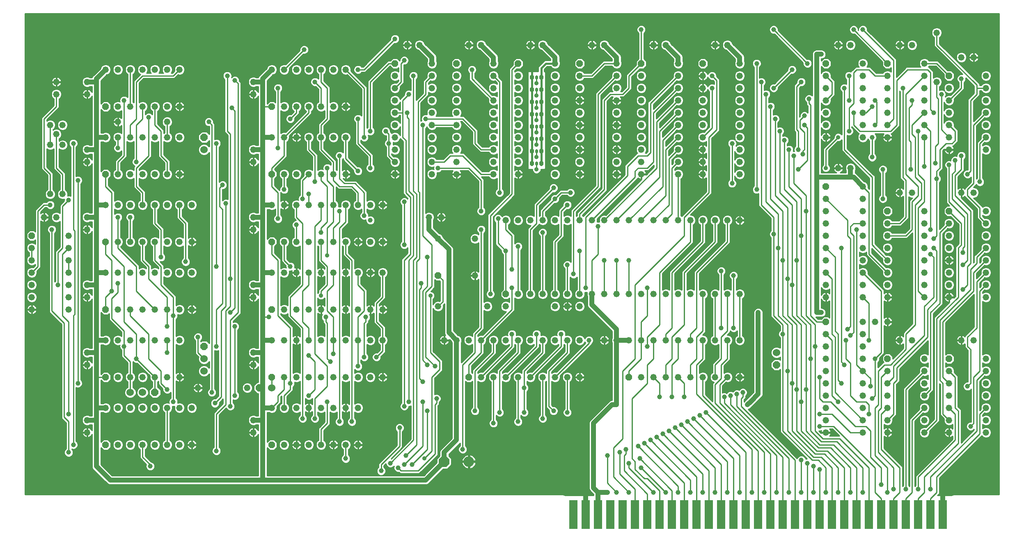
<source format=gbl>
G75*
G70*
%OFA0B0*%
%FSLAX24Y24*%
%IPPOS*%
%LPD*%
%AMOC8*
5,1,8,0,0,1.08239X$1,22.5*
%
%ADD10OC8,0.0520*%
%ADD11C,0.0520*%
%ADD12R,0.0650X0.2350*%
%ADD13OC8,0.0600*%
%ADD14C,0.0600*%
%ADD15OC8,0.0860*%
%ADD16C,0.0860*%
%ADD17C,0.2500*%
%ADD18C,0.0400*%
%ADD19C,0.0396*%
%ADD20C,0.0100*%
%ADD21C,0.0160*%
%ADD22C,0.0320*%
%ADD23C,0.0357*%
%ADD24C,0.0240*%
D10*
X007180Y007600D03*
X007180Y013100D03*
X007180Y018600D03*
X007180Y024100D03*
X001180Y024600D03*
X007180Y029600D03*
X007180Y035100D03*
X020680Y035100D03*
X020680Y029600D03*
X020680Y024100D03*
X020680Y018600D03*
X020680Y013100D03*
X020680Y007600D03*
X036680Y013100D03*
X039680Y019850D03*
X034180Y021350D03*
X049680Y013100D03*
X065680Y017600D03*
X070680Y014600D03*
X075680Y014600D03*
X075680Y026600D03*
X070680Y026600D03*
X065680Y028600D03*
X075680Y037600D03*
X070680Y038600D03*
X065680Y038600D03*
X055680Y038600D03*
X050680Y038600D03*
X045680Y038600D03*
X040680Y038600D03*
X035680Y038600D03*
X030680Y038600D03*
D11*
X030680Y037600D03*
X030680Y036600D03*
X030680Y035600D03*
X030680Y034600D03*
X030680Y033600D03*
X030680Y032600D03*
X030680Y031600D03*
X030680Y030600D03*
X030680Y029600D03*
X033680Y029600D03*
X033680Y030600D03*
X033680Y031600D03*
X033680Y032600D03*
X033680Y033600D03*
X033680Y034600D03*
X033680Y035600D03*
X033680Y036600D03*
X033680Y037600D03*
X033680Y038600D03*
X032680Y040100D03*
X031680Y040100D03*
X035680Y037600D03*
X035680Y036600D03*
X035680Y035600D03*
X035680Y034600D03*
X035680Y033600D03*
X035680Y032600D03*
X035680Y031600D03*
X035680Y030600D03*
X035680Y029600D03*
X038680Y029600D03*
X038680Y030600D03*
X040680Y030600D03*
X040680Y029600D03*
X043680Y029600D03*
X043680Y030600D03*
X045680Y030600D03*
X045680Y029600D03*
X048680Y029600D03*
X048680Y030600D03*
X048680Y031600D03*
X048680Y032600D03*
X048680Y033600D03*
X048680Y034600D03*
X048680Y035600D03*
X048680Y036600D03*
X048680Y037600D03*
X048680Y038600D03*
X047680Y040100D03*
X046680Y040100D03*
X043680Y038600D03*
X043680Y037600D03*
X043680Y036600D03*
X043680Y035600D03*
X045680Y035600D03*
X045680Y036600D03*
X045680Y037600D03*
X042680Y040100D03*
X041680Y040100D03*
X038680Y038600D03*
X038680Y037600D03*
X038680Y036600D03*
X038680Y035600D03*
X040680Y035600D03*
X040680Y036600D03*
X040680Y037600D03*
X037680Y040100D03*
X036680Y040100D03*
X026680Y038100D03*
X025680Y038100D03*
X024680Y038100D03*
X023680Y038100D03*
X022680Y038100D03*
X021680Y038100D03*
X020680Y038100D03*
X019180Y037100D03*
X019180Y036100D03*
X021680Y035100D03*
X022680Y035100D03*
X023680Y035100D03*
X024680Y035100D03*
X025680Y035100D03*
X026680Y035100D03*
X026680Y032600D03*
X025680Y032600D03*
X024680Y032600D03*
X023680Y032600D03*
X022680Y032600D03*
X021680Y032600D03*
X020680Y032600D03*
X019180Y031600D03*
X019180Y030600D03*
X021680Y029600D03*
X022680Y029600D03*
X023680Y029600D03*
X024680Y029600D03*
X025680Y029600D03*
X026680Y029600D03*
X026680Y027100D03*
X027680Y027100D03*
X028680Y027100D03*
X029680Y027100D03*
X033430Y026100D03*
X034430Y026100D03*
X034180Y024350D03*
X037180Y024350D03*
X039680Y025850D03*
X040680Y025850D03*
X041680Y025850D03*
X042680Y025850D03*
X043680Y025850D03*
X044680Y025850D03*
X045680Y025850D03*
X046680Y025850D03*
X047680Y025850D03*
X048680Y025850D03*
X049680Y025850D03*
X050680Y025850D03*
X051680Y025850D03*
X052680Y025850D03*
X053680Y025850D03*
X054680Y025850D03*
X055680Y025850D03*
X056680Y025850D03*
X057680Y025850D03*
X058680Y025850D03*
X065680Y025600D03*
X065680Y026600D03*
X065680Y027600D03*
X068680Y027600D03*
X068680Y026600D03*
X068680Y025600D03*
X070680Y025600D03*
X070680Y024600D03*
X070680Y023600D03*
X070680Y022600D03*
X068680Y022600D03*
X068680Y023600D03*
X068680Y024600D03*
X065680Y024600D03*
X065680Y023600D03*
X065680Y022600D03*
X065680Y021600D03*
X065680Y020600D03*
X065680Y019600D03*
X068680Y019600D03*
X068680Y020600D03*
X068680Y021600D03*
X070680Y021600D03*
X070680Y020600D03*
X070680Y019600D03*
X073680Y019600D03*
X073680Y020600D03*
X073680Y021600D03*
X073680Y022600D03*
X073680Y023600D03*
X073680Y024600D03*
X073680Y025600D03*
X073680Y026600D03*
X072680Y028100D03*
X071680Y028100D03*
X068680Y028600D03*
X067680Y030100D03*
X066680Y030100D03*
X065680Y032600D03*
X065680Y033600D03*
X065680Y034600D03*
X065680Y035600D03*
X065680Y036600D03*
X065680Y037600D03*
X068680Y037600D03*
X068680Y036600D03*
X068680Y035600D03*
X070680Y035600D03*
X070680Y036600D03*
X070680Y037600D03*
X068680Y038600D03*
X067680Y040100D03*
X066680Y040100D03*
X071680Y040100D03*
X072680Y040100D03*
X074680Y041100D03*
X076680Y039100D03*
X077680Y039100D03*
X078680Y037600D03*
X078680Y036600D03*
X078680Y035600D03*
X078680Y034600D03*
X078680Y033600D03*
X078680Y032600D03*
X078680Y031600D03*
X075680Y031600D03*
X075680Y032600D03*
X075680Y033600D03*
X075680Y034600D03*
X075680Y035600D03*
X075680Y036600D03*
X074680Y037100D03*
X073680Y036600D03*
X073680Y035600D03*
X073680Y034600D03*
X073680Y033600D03*
X073680Y032600D03*
X070680Y032600D03*
X070680Y033600D03*
X070680Y034600D03*
X068680Y034600D03*
X068680Y033600D03*
X068680Y032600D03*
X073680Y037600D03*
X073680Y038600D03*
X058680Y038600D03*
X058680Y037600D03*
X058680Y036600D03*
X058680Y035600D03*
X058680Y034600D03*
X058680Y033600D03*
X058680Y032600D03*
X058680Y031600D03*
X058680Y030600D03*
X058680Y029600D03*
X055680Y029600D03*
X055680Y030600D03*
X055680Y031600D03*
X055680Y032600D03*
X055680Y033600D03*
X055680Y034600D03*
X055680Y035600D03*
X055680Y036600D03*
X055680Y037600D03*
X053680Y037600D03*
X053680Y036600D03*
X053680Y035600D03*
X053680Y034600D03*
X053680Y033600D03*
X053680Y032600D03*
X053680Y031600D03*
X053680Y030600D03*
X053680Y029600D03*
X050680Y029600D03*
X050680Y030600D03*
X050680Y031600D03*
X050680Y032600D03*
X050680Y033600D03*
X050680Y034600D03*
X050680Y035600D03*
X050680Y036600D03*
X050680Y037600D03*
X053680Y038600D03*
X052680Y040100D03*
X051680Y040100D03*
X056680Y040100D03*
X057680Y040100D03*
X045680Y034600D03*
X045680Y033600D03*
X045680Y032600D03*
X045680Y031600D03*
X043680Y031600D03*
X043680Y032600D03*
X043680Y033600D03*
X043680Y034600D03*
X040680Y034600D03*
X040680Y033600D03*
X040680Y032600D03*
X040680Y031600D03*
X038680Y031600D03*
X038680Y032600D03*
X038680Y033600D03*
X038680Y034600D03*
X025680Y027100D03*
X024680Y027100D03*
X023680Y027100D03*
X022680Y027100D03*
X021680Y027100D03*
X020680Y027100D03*
X019180Y026100D03*
X019180Y025100D03*
X021680Y024100D03*
X022680Y024100D03*
X023680Y024100D03*
X024680Y024100D03*
X025680Y024100D03*
X026680Y024100D03*
X027680Y024100D03*
X028680Y024100D03*
X029680Y024100D03*
X029680Y021600D03*
X028680Y021600D03*
X027680Y021600D03*
X026680Y021600D03*
X025680Y021600D03*
X024680Y021600D03*
X023680Y021600D03*
X022680Y021600D03*
X021680Y021600D03*
X020680Y021600D03*
X019180Y020600D03*
X019180Y019600D03*
X021680Y018600D03*
X022680Y018600D03*
X023680Y018600D03*
X024680Y018600D03*
X025680Y018600D03*
X026680Y018600D03*
X027680Y018600D03*
X028680Y018600D03*
X029680Y018600D03*
X029680Y016100D03*
X028680Y016100D03*
X027680Y016100D03*
X026680Y016100D03*
X025680Y016100D03*
X024680Y016100D03*
X023680Y016100D03*
X022680Y016100D03*
X021680Y016100D03*
X020680Y016100D03*
X019180Y015100D03*
X019180Y014100D03*
X021680Y013100D03*
X022680Y013100D03*
X023680Y013100D03*
X024680Y013100D03*
X025680Y013100D03*
X026680Y013100D03*
X027680Y013100D03*
X028680Y013100D03*
X029680Y013100D03*
X027680Y010600D03*
X026680Y010600D03*
X025680Y010600D03*
X024680Y010600D03*
X023680Y010600D03*
X022680Y010600D03*
X021680Y010600D03*
X020680Y010600D03*
X019180Y009600D03*
X019180Y008600D03*
X021680Y007600D03*
X022680Y007600D03*
X023680Y007600D03*
X024680Y007600D03*
X025680Y007600D03*
X026680Y007600D03*
X027680Y007600D03*
X018680Y012225D03*
X014680Y012225D03*
X013180Y013100D03*
X012180Y013100D03*
X011180Y013100D03*
X010180Y013100D03*
X009180Y013100D03*
X008180Y013100D03*
X005680Y014100D03*
X005680Y015100D03*
X007180Y016100D03*
X008180Y016100D03*
X009180Y016100D03*
X010180Y016100D03*
X011180Y016100D03*
X012180Y016100D03*
X013180Y016100D03*
X013180Y018600D03*
X012180Y018600D03*
X011180Y018600D03*
X010180Y018600D03*
X009180Y018600D03*
X008180Y018600D03*
X005680Y019600D03*
X005680Y020600D03*
X004180Y020600D03*
X004180Y019600D03*
X004180Y018600D03*
X001180Y018600D03*
X001180Y019600D03*
X001180Y020600D03*
X001180Y021600D03*
X001180Y022600D03*
X001180Y023600D03*
X004180Y023600D03*
X004180Y022600D03*
X004180Y021600D03*
X007180Y021600D03*
X008180Y021600D03*
X009180Y021600D03*
X010180Y021600D03*
X011180Y021600D03*
X012180Y021600D03*
X013180Y021600D03*
X014180Y021600D03*
X014180Y024100D03*
X013180Y024100D03*
X012180Y024100D03*
X011180Y024100D03*
X010180Y024100D03*
X009180Y024100D03*
X008180Y024100D03*
X005680Y025100D03*
X004180Y024600D03*
X003180Y026100D03*
X002180Y026100D03*
X002680Y027975D03*
X003680Y027975D03*
X005680Y026100D03*
X007180Y027100D03*
X008180Y027100D03*
X009180Y027100D03*
X010180Y027100D03*
X011180Y027100D03*
X012180Y027100D03*
X013180Y027100D03*
X014180Y027100D03*
X013180Y029600D03*
X012180Y029600D03*
X011180Y029600D03*
X010180Y029600D03*
X009180Y029600D03*
X008180Y029600D03*
X005680Y030600D03*
X005680Y031600D03*
X007180Y032600D03*
X008180Y032600D03*
X009180Y032600D03*
X010180Y032600D03*
X011180Y032600D03*
X012180Y032600D03*
X013180Y032600D03*
X012180Y033850D03*
X012180Y035100D03*
X013180Y035100D03*
X011180Y035100D03*
X010180Y035100D03*
X009180Y035100D03*
X008180Y035100D03*
X008180Y033850D03*
X005680Y036100D03*
X005680Y037100D03*
X007180Y038100D03*
X008180Y038100D03*
X009180Y038100D03*
X010180Y038100D03*
X011180Y038100D03*
X012180Y038100D03*
X013180Y038100D03*
X003680Y033600D03*
X002680Y033600D03*
X003180Y032850D03*
X002680Y031975D03*
X003680Y031975D03*
X003180Y036100D03*
X003180Y037100D03*
X034180Y018850D03*
X038180Y018850D03*
X039680Y018850D03*
X040680Y019850D03*
X041680Y019850D03*
X042680Y019850D03*
X043680Y019850D03*
X044680Y019850D03*
X045680Y019850D03*
X045680Y018850D03*
X044680Y018850D03*
X043680Y018850D03*
X046680Y019850D03*
X047680Y019850D03*
X048680Y019850D03*
X049680Y019850D03*
X050680Y019850D03*
X051680Y019850D03*
X052680Y019850D03*
X053680Y019850D03*
X054680Y019850D03*
X055680Y019850D03*
X056680Y019850D03*
X057680Y019850D03*
X058680Y019850D03*
X058680Y016100D03*
X057680Y016100D03*
X056680Y016100D03*
X055680Y016100D03*
X054680Y016100D03*
X053680Y016100D03*
X052680Y016100D03*
X051680Y016100D03*
X050680Y016100D03*
X049680Y016100D03*
X048680Y016100D03*
X047680Y016100D03*
X045680Y016100D03*
X044680Y016100D03*
X043680Y016100D03*
X042680Y016100D03*
X041680Y016100D03*
X040680Y016100D03*
X039680Y016100D03*
X038680Y016100D03*
X037680Y016100D03*
X036680Y016100D03*
X035680Y016100D03*
X034680Y016100D03*
X037680Y013100D03*
X038680Y013100D03*
X039680Y013100D03*
X040680Y013100D03*
X041680Y013100D03*
X042680Y013100D03*
X043680Y013100D03*
X044680Y013100D03*
X045680Y013100D03*
X050680Y013100D03*
X051680Y013100D03*
X052680Y013100D03*
X053680Y013100D03*
X054680Y013100D03*
X055680Y013100D03*
X056680Y013100D03*
X057680Y013100D03*
X058680Y013100D03*
X065680Y012600D03*
X065680Y013600D03*
X065680Y014600D03*
X065680Y015600D03*
X065680Y016600D03*
X068680Y016600D03*
X068680Y015600D03*
X068680Y014600D03*
X068680Y013600D03*
X068680Y012600D03*
X070680Y012600D03*
X070680Y013600D03*
X073680Y013600D03*
X073680Y012600D03*
X073680Y011600D03*
X073680Y010600D03*
X073680Y009600D03*
X073680Y008600D03*
X075680Y008600D03*
X075680Y009600D03*
X075680Y010600D03*
X075680Y011600D03*
X075680Y012600D03*
X075680Y013600D03*
X073680Y014600D03*
X072680Y016100D03*
X071680Y016100D03*
X070680Y017600D03*
X069680Y017600D03*
X068680Y017600D03*
X075680Y019600D03*
X075680Y020600D03*
X075680Y021600D03*
X075680Y022600D03*
X075680Y023600D03*
X075680Y024600D03*
X075680Y025600D03*
X078680Y025600D03*
X078680Y026600D03*
X077680Y028100D03*
X076680Y028100D03*
X078680Y024600D03*
X078680Y023600D03*
X078680Y022600D03*
X078680Y021600D03*
X078680Y020600D03*
X078680Y019600D03*
X077680Y016100D03*
X076680Y016100D03*
X078680Y014600D03*
X078680Y013600D03*
X078680Y012600D03*
X078680Y011600D03*
X078680Y010600D03*
X078680Y009600D03*
X078680Y008600D03*
X070680Y008600D03*
X068680Y008600D03*
X068680Y009600D03*
X068680Y010600D03*
X068680Y011600D03*
X070680Y011600D03*
X070680Y010600D03*
X070680Y009600D03*
X065680Y009600D03*
X065680Y010600D03*
X065680Y011600D03*
X065680Y008600D03*
X037180Y021350D03*
X014180Y018600D03*
X014180Y010600D03*
X013180Y010600D03*
X012180Y010600D03*
X011180Y010600D03*
X010180Y010600D03*
X009180Y010600D03*
X008180Y010600D03*
X007180Y010600D03*
X005680Y009600D03*
X005680Y008600D03*
X008180Y007600D03*
X009180Y007600D03*
X010180Y007600D03*
X011180Y007600D03*
X012180Y007600D03*
X013180Y007600D03*
X014180Y007600D03*
D12*
X045180Y001915D03*
X046180Y001915D03*
X047180Y001915D03*
X048180Y001915D03*
X049180Y001915D03*
X050180Y001915D03*
X051180Y001915D03*
X052180Y001915D03*
X053180Y001915D03*
X054180Y001915D03*
X055180Y001915D03*
X056180Y001915D03*
X057180Y001915D03*
X058180Y001915D03*
X059180Y001915D03*
X060180Y001915D03*
X061180Y001915D03*
X062180Y001915D03*
X063180Y001915D03*
X064180Y001915D03*
X065180Y001915D03*
X066180Y001915D03*
X067180Y001915D03*
X068180Y001915D03*
X069180Y001915D03*
X070180Y001915D03*
X071180Y001915D03*
X072180Y001915D03*
X073180Y001915D03*
X074180Y001915D03*
X075180Y001915D03*
D13*
X061680Y014100D03*
X019680Y012225D03*
X015180Y015600D03*
X011180Y011850D03*
X015180Y032600D03*
D14*
X015180Y031600D03*
X015180Y014600D03*
X015180Y013600D03*
X010180Y011850D03*
X009180Y011850D03*
X020680Y012225D03*
X061680Y015100D03*
D15*
X034680Y006225D03*
D16*
X036680Y006225D03*
D17*
X002180Y005100D03*
X002180Y041100D03*
X078180Y041100D03*
X078180Y005100D03*
D18*
X075180Y004100D02*
X075180Y001915D01*
X060180Y011725D02*
X059555Y011100D01*
X059305Y010850D01*
X060180Y011725D02*
X060180Y017975D01*
X060180Y018350D01*
X064930Y018350D02*
X065305Y018350D01*
X064930Y018350D02*
X064930Y029350D01*
X064930Y039350D01*
X065305Y039350D01*
X058680Y039100D02*
X058680Y038600D01*
X058680Y039100D02*
X057680Y040100D01*
X053680Y039100D02*
X053680Y038600D01*
X053680Y039100D02*
X052680Y040100D01*
X048680Y039100D02*
X048680Y038600D01*
X048680Y039100D02*
X047680Y040100D01*
X043680Y039100D02*
X043680Y038600D01*
X043680Y039100D02*
X042680Y040100D01*
X038680Y039100D02*
X038680Y038600D01*
X038680Y039100D02*
X037680Y040100D01*
X033680Y039100D02*
X033680Y038600D01*
X033680Y039100D02*
X032680Y040100D01*
X020680Y038100D02*
X019930Y037350D01*
X019930Y037100D01*
X019180Y037100D01*
X019930Y037100D02*
X019930Y035100D01*
X019930Y032600D01*
X020680Y032600D01*
X019930Y032600D02*
X019930Y031600D01*
X019180Y031600D01*
X019930Y031600D02*
X019930Y027100D01*
X020680Y027100D01*
X019930Y027100D02*
X019930Y026100D01*
X019180Y026100D01*
X019930Y026100D02*
X019930Y021600D01*
X020680Y021600D01*
X019930Y021600D02*
X019930Y020600D01*
X019180Y020600D01*
X019930Y020600D02*
X019930Y017975D01*
X019930Y016100D01*
X020680Y016100D01*
X019930Y016100D02*
X019930Y015100D01*
X019180Y015100D01*
X019930Y015100D02*
X019930Y012100D01*
X019805Y012225D01*
X019680Y012225D01*
X019930Y012100D02*
X019930Y010600D01*
X020680Y010600D01*
X019930Y010600D02*
X019930Y009600D01*
X019930Y004725D01*
X033180Y004725D01*
X034680Y006225D01*
X034680Y006975D01*
X035680Y007975D01*
X035680Y010475D01*
X035680Y010850D01*
X035680Y010475D02*
X035680Y016100D01*
X035055Y016725D01*
X035055Y023475D01*
X034180Y024350D01*
X033430Y025100D01*
X033430Y026100D01*
X046680Y019850D02*
X046680Y018975D01*
X048680Y016975D01*
X048680Y016100D01*
X049680Y016100D01*
X048680Y016100D02*
X048680Y010850D01*
X048305Y010850D01*
X046805Y009350D01*
X046805Y004100D01*
X047180Y003725D01*
X047555Y003725D01*
X047930Y003725D01*
X047180Y003725D02*
X047180Y001915D01*
X046180Y001915D02*
X046180Y003725D01*
X045680Y003725D01*
X019930Y004725D02*
X007555Y004725D01*
X006430Y005850D01*
X006430Y009600D01*
X005680Y009600D01*
X006430Y009600D02*
X006430Y010600D01*
X007180Y010600D01*
X006430Y010600D02*
X006430Y013100D01*
X006430Y015100D01*
X005680Y015100D01*
X006430Y015100D02*
X006430Y016100D01*
X007180Y016100D01*
X006430Y016100D02*
X006430Y020600D01*
X005680Y020600D01*
X006430Y020600D02*
X006430Y021600D01*
X006430Y026100D01*
X005680Y026100D01*
X006430Y026100D02*
X006430Y027100D01*
X007180Y027100D01*
X006430Y027100D02*
X006430Y031600D01*
X005680Y031600D01*
X006430Y031600D02*
X006430Y032600D01*
X006430Y037100D01*
X005680Y037100D01*
X006430Y037100D02*
X006430Y037350D01*
X007180Y038100D01*
X007180Y032600D02*
X006430Y032600D01*
X006430Y021600D02*
X007180Y021600D01*
X019180Y009600D02*
X019930Y009600D01*
X064930Y029350D02*
X067680Y029350D01*
X067680Y030100D01*
X067680Y029350D02*
X067930Y029350D01*
X068680Y028600D01*
D19*
X070305Y027600D03*
X071680Y026600D03*
X074180Y025100D03*
X074430Y024350D03*
X074430Y023600D03*
X074180Y023100D03*
X076805Y023225D03*
X076805Y022225D03*
X079430Y024100D03*
X076805Y020225D03*
X079430Y019100D03*
X072930Y014600D03*
X069680Y014600D03*
X067180Y014100D03*
X065180Y013100D03*
X066930Y012600D03*
X069305Y012350D03*
X069430Y011350D03*
X069180Y010100D03*
X066680Y011100D03*
X065180Y010100D03*
X065180Y009100D03*
X063680Y011100D03*
X063305Y012100D03*
X064055Y012100D03*
X062930Y012600D03*
X062555Y013600D03*
X064430Y014600D03*
X064805Y015600D03*
X067305Y016100D03*
X067680Y016475D03*
X067430Y016975D03*
X069180Y016100D03*
X065305Y018350D03*
X064930Y018350D03*
X062180Y016600D03*
X060180Y017975D03*
X060180Y018350D03*
X059555Y019600D03*
X059555Y019975D03*
X058180Y021350D03*
X057180Y021725D03*
X056555Y020600D03*
X051180Y020350D03*
X049680Y022600D03*
X048680Y022600D03*
X047680Y022600D03*
X045680Y023350D03*
X044680Y022225D03*
X045180Y021475D03*
X044180Y021100D03*
X046180Y020350D03*
X040180Y020350D03*
X040180Y021850D03*
X039680Y023350D03*
X040680Y023725D03*
X042680Y024850D03*
X043680Y026600D03*
X044680Y027100D03*
X043680Y027600D03*
X044930Y028100D03*
X043555Y028475D03*
X041180Y026600D03*
X039055Y025975D03*
X037680Y026600D03*
X039180Y028100D03*
X039680Y029600D03*
X036805Y031475D03*
X034180Y030100D03*
X030180Y032100D03*
X029930Y033100D03*
X028680Y033100D03*
X028180Y032600D03*
X027680Y034100D03*
X031680Y034600D03*
X033180Y034100D03*
X032930Y033600D03*
X036805Y035350D03*
X038055Y034100D03*
X031805Y036100D03*
X032180Y037600D03*
X031555Y038100D03*
X031430Y038850D03*
X030680Y040600D03*
X028180Y040850D03*
X027680Y038100D03*
X024180Y037100D03*
X021180Y036600D03*
X017680Y037225D03*
X017055Y037600D03*
X017430Y034975D03*
X015555Y033850D03*
X016180Y032100D03*
X021180Y031725D03*
X022180Y034100D03*
X026180Y031100D03*
X025180Y030100D03*
X024180Y028975D03*
X023680Y027975D03*
X023180Y027600D03*
X021680Y028350D03*
X019180Y029350D03*
X016680Y028725D03*
X016930Y027225D03*
X021180Y025975D03*
X021180Y025350D03*
X022680Y025475D03*
X024680Y024850D03*
X026180Y026600D03*
X028180Y026225D03*
X028680Y025850D03*
X031430Y027350D03*
X027680Y029850D03*
X028680Y030100D03*
X037680Y025100D03*
X033305Y022850D03*
X031430Y023850D03*
X032805Y020725D03*
X034180Y020600D03*
X038430Y019850D03*
X036180Y017600D03*
X040180Y016600D03*
X042180Y016600D03*
X044180Y016600D03*
X046430Y016100D03*
X051180Y015600D03*
X056430Y015100D03*
X057180Y017100D03*
X058180Y017100D03*
X062930Y020600D03*
X062555Y021100D03*
X062180Y022600D03*
X063305Y022600D03*
X061805Y023600D03*
X061430Y024725D03*
X063680Y024600D03*
X066930Y023600D03*
X068180Y025100D03*
X071680Y024100D03*
X064055Y026600D03*
X060055Y028350D03*
X058055Y028850D03*
X057430Y029350D03*
X057055Y029350D03*
X058055Y032100D03*
X061555Y034100D03*
X061930Y033100D03*
X062305Y032350D03*
X062680Y031600D03*
X063430Y031600D03*
X063805Y031225D03*
X063055Y031100D03*
X063430Y029975D03*
X067555Y033100D03*
X069430Y032600D03*
X069680Y033600D03*
X067930Y034600D03*
X069430Y035100D03*
X069680Y035600D03*
X067555Y035600D03*
X067180Y036600D03*
X067555Y037600D03*
X065305Y039350D03*
X064930Y039350D03*
X064180Y038600D03*
X062930Y038100D03*
X063680Y037100D03*
X064305Y035725D03*
X063930Y034350D03*
X063930Y033600D03*
X061180Y035100D03*
X060805Y036100D03*
X061430Y036600D03*
X060430Y037100D03*
X060055Y038600D03*
X059305Y039975D03*
X059305Y040350D03*
X061430Y041350D03*
X060180Y042350D03*
X055180Y042350D03*
X050680Y041350D03*
X050180Y042350D03*
X045180Y042350D03*
X040180Y042350D03*
X034180Y042350D03*
X036930Y038100D03*
X023305Y039725D03*
X022180Y039850D03*
X015180Y039850D03*
X010180Y039850D03*
X006180Y038850D03*
X008680Y035600D03*
X010680Y034225D03*
X008180Y031725D03*
X009680Y030600D03*
X004930Y029100D03*
X004180Y027475D03*
X002680Y027100D03*
X001680Y027475D03*
X002805Y025100D03*
X008180Y026100D03*
X009180Y026100D03*
X011680Y022850D03*
X013680Y022475D03*
X016180Y022100D03*
X017305Y021100D03*
X019180Y021475D03*
X022180Y022100D03*
X017305Y018350D03*
X017680Y017225D03*
X016180Y015600D03*
X014680Y016350D03*
X012180Y017225D03*
X012680Y018100D03*
X008680Y015600D03*
X009680Y014600D03*
X012180Y015100D03*
X012180Y012100D03*
X012680Y011100D03*
X015805Y011850D03*
X016055Y010975D03*
X017305Y010725D03*
X017680Y011600D03*
X018055Y012475D03*
X022180Y012600D03*
X023680Y011600D03*
X025180Y011100D03*
X024180Y009725D03*
X023180Y009725D03*
X026180Y009475D03*
X027180Y009475D03*
X029430Y008225D03*
X031055Y008975D03*
X033305Y010350D03*
X032930Y011100D03*
X031805Y011100D03*
X031430Y010725D03*
X034055Y011350D03*
X034680Y011100D03*
X035680Y010850D03*
X035680Y010475D03*
X037180Y010350D03*
X038680Y009350D03*
X039180Y010225D03*
X040680Y009475D03*
X041180Y010225D03*
X042680Y009725D03*
X043555Y010350D03*
X044680Y010225D03*
X046680Y011600D03*
X048305Y010850D03*
X048680Y010850D03*
X052180Y011475D03*
X053180Y011475D03*
X054180Y011475D03*
X055430Y009975D03*
X054930Y009725D03*
X054430Y009475D03*
X053930Y009225D03*
X053430Y008975D03*
X052930Y008725D03*
X052430Y008475D03*
X051930Y008225D03*
X051430Y007975D03*
X050930Y007725D03*
X050430Y007475D03*
X049430Y007225D03*
X048930Y006975D03*
X047930Y006725D03*
X046180Y006475D03*
X049680Y006100D03*
X050555Y006475D03*
X050680Y005725D03*
X049680Y003725D03*
X048680Y003725D03*
X047930Y003725D03*
X047555Y003725D03*
X047180Y003725D03*
X046180Y003725D03*
X045930Y004100D03*
X045680Y003725D03*
X041180Y004100D03*
X036180Y004100D03*
X032055Y005975D03*
X031430Y005975D03*
X030930Y005725D03*
X030305Y005350D03*
X029555Y005475D03*
X030305Y006100D03*
X031555Y006725D03*
X034555Y008100D03*
X036180Y007225D03*
X036555Y007975D03*
X031180Y004100D03*
X026680Y006475D03*
X026180Y004100D03*
X021180Y004100D03*
X016180Y004100D03*
X016180Y007100D03*
X010805Y005850D03*
X010680Y004100D03*
X004555Y006350D03*
X004180Y006975D03*
X004555Y007600D03*
X004180Y010100D03*
X003180Y011100D03*
X004930Y012600D03*
X003180Y015600D03*
X007680Y020100D03*
X008180Y020725D03*
X003305Y020600D03*
X020430Y017975D03*
X025055Y017975D03*
X028305Y017975D03*
X030680Y016725D03*
X030430Y015725D03*
X029180Y014725D03*
X028180Y014725D03*
X027680Y013975D03*
X025680Y014975D03*
X025430Y014350D03*
X023680Y014850D03*
X032930Y012725D03*
X033305Y014100D03*
X033930Y013975D03*
X041180Y012225D03*
X055930Y010225D03*
X057430Y011475D03*
X057930Y011600D03*
X058430Y011725D03*
X058930Y011850D03*
X059555Y011100D03*
X059305Y010850D03*
X061180Y010600D03*
X063680Y006350D03*
X064180Y006100D03*
X064680Y005850D03*
X065180Y005600D03*
X064680Y003725D03*
X063680Y003725D03*
X062680Y003725D03*
X061680Y003725D03*
X060680Y003725D03*
X059680Y003725D03*
X058680Y003725D03*
X057680Y003725D03*
X056680Y003725D03*
X055680Y003725D03*
X054680Y003725D03*
X053680Y003725D03*
X052680Y003725D03*
X051680Y003725D03*
X065680Y003725D03*
X066680Y003725D03*
X067680Y003725D03*
X068680Y003725D03*
X070180Y004350D03*
X071180Y003975D03*
X070680Y003725D03*
X072180Y003975D03*
X073180Y003975D03*
X074180Y003975D03*
X075180Y004725D03*
X075555Y005100D03*
X076930Y008600D03*
X077430Y009100D03*
X079430Y009100D03*
X077180Y012350D03*
X079430Y014100D03*
X078180Y028975D03*
X079430Y029100D03*
X077180Y029600D03*
X076180Y030725D03*
X075680Y030350D03*
X076680Y031100D03*
X074555Y030475D03*
X073680Y030225D03*
X072555Y029975D03*
X074680Y029225D03*
X070305Y029975D03*
X069430Y030975D03*
X073180Y033100D03*
X074430Y034600D03*
X072680Y035600D03*
X071930Y036600D03*
X075055Y036100D03*
X076680Y037350D03*
X079430Y034100D03*
X068680Y041350D03*
X067930Y041350D03*
X070180Y042350D03*
X065180Y042350D03*
X056430Y037600D03*
X056430Y036600D03*
X047180Y025350D03*
X004555Y032100D03*
X001680Y033100D03*
D20*
X000630Y042650D02*
X000630Y003550D01*
X044340Y003550D01*
X044505Y003481D01*
X044511Y003475D01*
X046810Y003475D01*
X046810Y003572D01*
X046491Y003890D01*
X046435Y004026D01*
X046435Y009424D01*
X046491Y009560D01*
X046595Y009664D01*
X048095Y011164D01*
X048231Y011220D01*
X048310Y011220D01*
X048310Y015870D01*
X048250Y016014D01*
X048250Y016186D01*
X048310Y016330D01*
X048310Y016822D01*
X046366Y018765D01*
X046310Y018901D01*
X046310Y019620D01*
X046250Y019764D01*
X046250Y019936D01*
X046273Y019990D01*
X046253Y019982D01*
X046107Y019982D01*
X046087Y019990D01*
X046110Y019936D01*
X046110Y019764D01*
X046045Y019606D01*
X045924Y019485D01*
X045766Y019420D01*
X045594Y019420D01*
X045436Y019485D01*
X045315Y019606D01*
X045250Y019764D01*
X045250Y019936D01*
X045315Y020094D01*
X045436Y020215D01*
X045460Y020224D01*
X045460Y021234D01*
X045389Y021163D01*
X045253Y021107D01*
X045107Y021107D01*
X044971Y021163D01*
X044900Y021234D01*
X044900Y020224D01*
X044924Y020215D01*
X045045Y020094D01*
X045110Y019936D01*
X045110Y019764D01*
X045045Y019606D01*
X044924Y019485D01*
X044766Y019420D01*
X044594Y019420D01*
X044436Y019485D01*
X044315Y019606D01*
X044250Y019764D01*
X044250Y019936D01*
X044315Y020094D01*
X044436Y020215D01*
X044460Y020224D01*
X044460Y021924D01*
X044368Y022016D01*
X044312Y022152D01*
X044312Y022298D01*
X044368Y022434D01*
X044471Y022537D01*
X044607Y022593D01*
X044753Y022593D01*
X044889Y022537D01*
X044960Y022466D01*
X044960Y025522D01*
X044924Y025485D01*
X044766Y025420D01*
X044594Y025420D01*
X044436Y025485D01*
X044400Y025522D01*
X044400Y024509D01*
X044271Y024380D01*
X043900Y024009D01*
X043900Y020224D01*
X043924Y020215D01*
X044045Y020094D01*
X044110Y019936D01*
X044110Y019764D01*
X044045Y019606D01*
X043924Y019485D01*
X043766Y019420D01*
X043594Y019420D01*
X043436Y019485D01*
X043315Y019606D01*
X043250Y019764D01*
X043250Y019936D01*
X043315Y020094D01*
X043436Y020215D01*
X043460Y020224D01*
X043460Y024191D01*
X043960Y024691D01*
X043960Y025522D01*
X043924Y025485D01*
X043766Y025420D01*
X043594Y025420D01*
X043436Y025485D01*
X043315Y025606D01*
X043250Y025764D01*
X043250Y025936D01*
X043315Y026094D01*
X043436Y026215D01*
X043594Y026280D01*
X043766Y026280D01*
X043924Y026215D01*
X043960Y026178D01*
X043960Y026691D01*
X044312Y027043D01*
X044312Y027173D01*
X044368Y027309D01*
X044471Y027412D01*
X044607Y027468D01*
X044753Y027468D01*
X044889Y027412D01*
X044992Y027309D01*
X045048Y027173D01*
X045048Y027027D01*
X044992Y026891D01*
X044889Y026788D01*
X044753Y026732D01*
X044623Y026732D01*
X044400Y026509D01*
X044400Y026178D01*
X044436Y026215D01*
X044594Y026280D01*
X044766Y026280D01*
X044924Y026215D01*
X044960Y026178D01*
X044960Y026691D01*
X046960Y028691D01*
X046960Y036191D01*
X048260Y037491D01*
X048250Y037514D01*
X048250Y037686D01*
X048315Y037844D01*
X048436Y037965D01*
X048594Y038030D01*
X048766Y038030D01*
X048924Y037965D01*
X049045Y037844D01*
X049110Y037686D01*
X049110Y037514D01*
X049045Y037356D01*
X048924Y037235D01*
X048766Y037170D01*
X048594Y037170D01*
X048571Y037180D01*
X047400Y036009D01*
X047400Y028509D01*
X047271Y028380D01*
X045400Y026509D01*
X045400Y026178D01*
X045436Y026215D01*
X045460Y026224D01*
X045460Y026441D01*
X047460Y028441D01*
X047460Y035691D01*
X047960Y036191D01*
X048089Y036320D01*
X048352Y036320D01*
X048315Y036356D01*
X048250Y036514D01*
X048250Y036686D01*
X048315Y036844D01*
X048436Y036965D01*
X048594Y037030D01*
X048766Y037030D01*
X048924Y036965D01*
X049045Y036844D01*
X049110Y036686D01*
X049110Y036514D01*
X049045Y036356D01*
X049008Y036320D01*
X049089Y036320D01*
X049460Y036691D01*
X049460Y037691D01*
X050250Y038481D01*
X050250Y038778D01*
X050460Y038988D01*
X050460Y041049D01*
X050368Y041141D01*
X050312Y041277D01*
X050312Y041423D01*
X050368Y041559D01*
X050471Y041662D01*
X050607Y041718D01*
X050753Y041718D01*
X050889Y041662D01*
X050992Y041559D01*
X051048Y041423D01*
X051048Y041277D01*
X050992Y041141D01*
X050900Y041049D01*
X050900Y038988D01*
X051110Y038778D01*
X051110Y038422D01*
X050858Y038170D01*
X050561Y038170D01*
X049900Y037509D01*
X049900Y036509D01*
X049771Y036380D01*
X049271Y035880D01*
X048980Y035880D01*
X048993Y035867D01*
X049031Y035815D01*
X049060Y035757D01*
X049080Y035696D01*
X049090Y035632D01*
X049090Y035630D01*
X048710Y035630D01*
X048710Y035570D01*
X049090Y035570D01*
X049090Y035568D01*
X049080Y035504D01*
X049060Y035443D01*
X049031Y035385D01*
X048993Y035333D01*
X048947Y035287D01*
X048895Y035249D01*
X048837Y035220D01*
X048776Y035200D01*
X048712Y035190D01*
X048710Y035190D01*
X048710Y035570D01*
X048650Y035570D01*
X048650Y035190D01*
X048648Y035190D01*
X048584Y035200D01*
X048523Y035220D01*
X048465Y035249D01*
X048413Y035287D01*
X048367Y035333D01*
X048329Y035385D01*
X048300Y035443D01*
X048280Y035504D01*
X048270Y035568D01*
X048270Y035570D01*
X048650Y035570D01*
X048650Y035630D01*
X048270Y035630D01*
X048270Y035632D01*
X048280Y035696D01*
X048300Y035757D01*
X048329Y035815D01*
X048367Y035867D01*
X048380Y035880D01*
X048271Y035880D01*
X047900Y035509D01*
X047900Y028259D01*
X047771Y028130D01*
X045900Y026259D01*
X045900Y026224D01*
X045924Y026215D01*
X045960Y026178D01*
X045960Y026191D01*
X046089Y026320D01*
X049335Y029566D01*
X049335Y030316D01*
X049464Y030445D01*
X050339Y031320D01*
X050352Y031320D01*
X050315Y031356D01*
X050250Y031514D01*
X050250Y031686D01*
X050315Y031844D01*
X050436Y031965D01*
X050594Y032030D01*
X050766Y032030D01*
X050924Y031965D01*
X051045Y031844D01*
X051110Y031686D01*
X051110Y031514D01*
X051045Y031356D01*
X051008Y031320D01*
X051089Y031320D01*
X051210Y031441D01*
X051210Y035441D01*
X051339Y035570D01*
X053260Y037491D01*
X053250Y037514D01*
X053250Y037686D01*
X053315Y037844D01*
X053436Y037965D01*
X053594Y038030D01*
X053766Y038030D01*
X053924Y037965D01*
X054045Y037844D01*
X054110Y037686D01*
X054110Y037514D01*
X054045Y037356D01*
X053924Y037235D01*
X053766Y037170D01*
X053594Y037170D01*
X053571Y037180D01*
X051650Y035259D01*
X051650Y034881D01*
X053260Y036491D01*
X053250Y036514D01*
X053250Y036686D01*
X053315Y036844D01*
X053436Y036965D01*
X053594Y037030D01*
X053766Y037030D01*
X053924Y036965D01*
X054045Y036844D01*
X054110Y036686D01*
X054110Y036514D01*
X054045Y036356D01*
X053924Y036235D01*
X053766Y036170D01*
X053594Y036170D01*
X053571Y036180D01*
X051900Y034509D01*
X051900Y034131D01*
X053260Y035491D01*
X053250Y035514D01*
X053250Y035686D01*
X053315Y035844D01*
X053436Y035965D01*
X053594Y036030D01*
X053766Y036030D01*
X053924Y035965D01*
X054045Y035844D01*
X054110Y035686D01*
X054110Y035514D01*
X054045Y035356D01*
X053924Y035235D01*
X053766Y035170D01*
X053594Y035170D01*
X053571Y035180D01*
X052150Y033759D01*
X052150Y033381D01*
X053260Y034491D01*
X053250Y034514D01*
X053250Y034686D01*
X053315Y034844D01*
X053436Y034965D01*
X053594Y035030D01*
X053766Y035030D01*
X053924Y034965D01*
X054045Y034844D01*
X054110Y034686D01*
X054110Y034514D01*
X054045Y034356D01*
X053924Y034235D01*
X053766Y034170D01*
X053594Y034170D01*
X053571Y034180D01*
X052400Y033009D01*
X052400Y032631D01*
X053260Y033491D01*
X053250Y033514D01*
X053250Y033686D01*
X053315Y033844D01*
X053436Y033965D01*
X053594Y034030D01*
X053766Y034030D01*
X053924Y033965D01*
X054045Y033844D01*
X054110Y033686D01*
X054110Y033514D01*
X054045Y033356D01*
X053924Y033235D01*
X053766Y033170D01*
X053594Y033170D01*
X053571Y033180D01*
X052650Y032259D01*
X052650Y031881D01*
X053260Y032491D01*
X053250Y032514D01*
X053250Y032686D01*
X053315Y032844D01*
X053436Y032965D01*
X053594Y033030D01*
X053766Y033030D01*
X053924Y032965D01*
X054045Y032844D01*
X054110Y032686D01*
X054110Y032514D01*
X054045Y032356D01*
X053924Y032235D01*
X053766Y032170D01*
X053594Y032170D01*
X053571Y032180D01*
X052900Y031509D01*
X052900Y031131D01*
X053260Y031491D01*
X053250Y031514D01*
X053250Y031686D01*
X053315Y031844D01*
X053436Y031965D01*
X053594Y032030D01*
X053766Y032030D01*
X053924Y031965D01*
X054045Y031844D01*
X054110Y031686D01*
X054110Y031514D01*
X054045Y031356D01*
X053924Y031235D01*
X053766Y031170D01*
X053594Y031170D01*
X053571Y031180D01*
X053150Y030759D01*
X053150Y030381D01*
X053260Y030491D01*
X053250Y030514D01*
X053250Y030686D01*
X053315Y030844D01*
X053436Y030965D01*
X053594Y031030D01*
X053766Y031030D01*
X053924Y030965D01*
X054045Y030844D01*
X054110Y030686D01*
X054110Y030514D01*
X054045Y030356D01*
X053924Y030235D01*
X053766Y030170D01*
X053594Y030170D01*
X053571Y030180D01*
X053400Y030009D01*
X053400Y029928D01*
X053436Y029965D01*
X053594Y030030D01*
X053766Y030030D01*
X053924Y029965D01*
X054045Y029844D01*
X054110Y029686D01*
X054110Y029514D01*
X054045Y029356D01*
X053924Y029235D01*
X053900Y029226D01*
X053900Y026224D01*
X053924Y026215D01*
X053960Y026178D01*
X053960Y026191D01*
X054089Y026320D01*
X055960Y028191D01*
X055960Y029300D01*
X055947Y029287D01*
X055895Y029249D01*
X055837Y029220D01*
X055776Y029200D01*
X055712Y029190D01*
X055710Y029190D01*
X055710Y029570D01*
X055650Y029570D01*
X055650Y029190D01*
X055648Y029190D01*
X055584Y029200D01*
X055523Y029220D01*
X055465Y029249D01*
X055413Y029287D01*
X055367Y029333D01*
X055329Y029385D01*
X055300Y029443D01*
X055280Y029504D01*
X055270Y029568D01*
X055270Y029570D01*
X055650Y029570D01*
X055650Y029630D01*
X055650Y030010D01*
X055648Y030010D01*
X055584Y030000D01*
X055523Y029980D01*
X055465Y029951D01*
X055413Y029913D01*
X055367Y029867D01*
X055329Y029815D01*
X055300Y029757D01*
X055280Y029696D01*
X055270Y029632D01*
X055270Y029630D01*
X055650Y029630D01*
X055710Y029630D01*
X055710Y030010D01*
X055712Y030010D01*
X055776Y030000D01*
X055837Y029980D01*
X055895Y029951D01*
X055947Y029913D01*
X055960Y029900D01*
X055960Y030300D01*
X055947Y030287D01*
X055895Y030249D01*
X055837Y030220D01*
X055776Y030200D01*
X055712Y030190D01*
X055710Y030190D01*
X055710Y030570D01*
X055650Y030570D01*
X055650Y030190D01*
X055648Y030190D01*
X055584Y030200D01*
X055523Y030220D01*
X055465Y030249D01*
X055413Y030287D01*
X055367Y030333D01*
X055329Y030385D01*
X055300Y030443D01*
X055280Y030504D01*
X055270Y030568D01*
X055270Y030570D01*
X055650Y030570D01*
X055650Y030630D01*
X055650Y031010D01*
X055648Y031010D01*
X055584Y031000D01*
X055523Y030980D01*
X055465Y030951D01*
X055413Y030913D01*
X055367Y030867D01*
X055329Y030815D01*
X055300Y030757D01*
X055280Y030696D01*
X055270Y030632D01*
X055270Y030630D01*
X055650Y030630D01*
X055710Y030630D01*
X055710Y031010D01*
X055712Y031010D01*
X055776Y031000D01*
X055837Y030980D01*
X055895Y030951D01*
X055947Y030913D01*
X055960Y030900D01*
X055960Y031300D01*
X055947Y031287D01*
X055895Y031249D01*
X055837Y031220D01*
X055776Y031200D01*
X055712Y031190D01*
X055710Y031190D01*
X055710Y031570D01*
X055650Y031570D01*
X055650Y031190D01*
X055648Y031190D01*
X055584Y031200D01*
X055523Y031220D01*
X055465Y031249D01*
X055413Y031287D01*
X055367Y031333D01*
X055329Y031385D01*
X055300Y031443D01*
X055280Y031504D01*
X055270Y031568D01*
X055270Y031570D01*
X055650Y031570D01*
X055650Y031630D01*
X055650Y032010D01*
X055648Y032010D01*
X055584Y032000D01*
X055523Y031980D01*
X055465Y031951D01*
X055413Y031913D01*
X055367Y031867D01*
X055329Y031815D01*
X055300Y031757D01*
X055280Y031696D01*
X055270Y031632D01*
X055270Y031630D01*
X055650Y031630D01*
X055710Y031630D01*
X055710Y032010D01*
X055712Y032010D01*
X055776Y032000D01*
X055837Y031980D01*
X055895Y031951D01*
X055947Y031913D01*
X055960Y031900D01*
X055960Y032272D01*
X055924Y032235D01*
X055766Y032170D01*
X055594Y032170D01*
X055436Y032235D01*
X055315Y032356D01*
X055250Y032514D01*
X055250Y032686D01*
X055315Y032844D01*
X055436Y032965D01*
X055594Y033030D01*
X055766Y033030D01*
X055789Y033020D01*
X056210Y033441D01*
X056210Y036299D01*
X056118Y036391D01*
X056076Y036492D01*
X056060Y036443D01*
X056031Y036385D01*
X055993Y036333D01*
X055947Y036287D01*
X055895Y036249D01*
X055837Y036220D01*
X055776Y036200D01*
X055712Y036190D01*
X055710Y036190D01*
X055710Y036570D01*
X055650Y036570D01*
X055650Y036190D01*
X055648Y036190D01*
X055584Y036200D01*
X055523Y036220D01*
X055465Y036249D01*
X055413Y036287D01*
X055367Y036333D01*
X055329Y036385D01*
X055300Y036443D01*
X055280Y036504D01*
X055270Y036568D01*
X055270Y036570D01*
X055650Y036570D01*
X055650Y036630D01*
X055650Y037010D01*
X055648Y037010D01*
X055584Y037000D01*
X055523Y036980D01*
X055465Y036951D01*
X055413Y036913D01*
X055367Y036867D01*
X055329Y036815D01*
X055300Y036757D01*
X055280Y036696D01*
X055270Y036632D01*
X055270Y036630D01*
X055650Y036630D01*
X055710Y036630D01*
X055710Y037010D01*
X055712Y037010D01*
X055776Y037000D01*
X055837Y036980D01*
X055895Y036951D01*
X055947Y036913D01*
X055993Y036867D01*
X056031Y036815D01*
X056060Y036757D01*
X056076Y036708D01*
X056118Y036809D01*
X056221Y036912D01*
X056357Y036968D01*
X056503Y036968D01*
X056585Y036934D01*
X056585Y037134D01*
X056487Y037232D01*
X056357Y037232D01*
X056221Y037288D01*
X056118Y037391D01*
X056076Y037492D01*
X056060Y037443D01*
X056031Y037385D01*
X055993Y037333D01*
X055947Y037287D01*
X055895Y037249D01*
X055837Y037220D01*
X055776Y037200D01*
X055712Y037190D01*
X055710Y037190D01*
X055710Y037570D01*
X055650Y037570D01*
X055650Y037190D01*
X055648Y037190D01*
X055584Y037200D01*
X055523Y037220D01*
X055465Y037249D01*
X055413Y037287D01*
X055367Y037333D01*
X055329Y037385D01*
X055300Y037443D01*
X055280Y037504D01*
X055270Y037568D01*
X055270Y037570D01*
X055650Y037570D01*
X055650Y037630D01*
X055650Y038010D01*
X055648Y038010D01*
X055584Y038000D01*
X055523Y037980D01*
X055465Y037951D01*
X055413Y037913D01*
X055367Y037867D01*
X055329Y037815D01*
X055300Y037757D01*
X055280Y037696D01*
X055270Y037632D01*
X055270Y037630D01*
X055650Y037630D01*
X055710Y037630D01*
X055710Y038010D01*
X055712Y038010D01*
X055776Y038000D01*
X055837Y037980D01*
X055895Y037951D01*
X055947Y037913D01*
X055993Y037867D01*
X056031Y037815D01*
X056060Y037757D01*
X056076Y037708D01*
X056118Y037809D01*
X056221Y037912D01*
X056357Y037968D01*
X056503Y037968D01*
X056639Y037912D01*
X056742Y037809D01*
X056798Y037673D01*
X056798Y037543D01*
X056896Y037445D01*
X057025Y037316D01*
X057025Y033134D01*
X056400Y032509D01*
X056400Y028009D01*
X054671Y026280D01*
X054766Y026280D01*
X054924Y026215D01*
X055045Y026094D01*
X055110Y025936D01*
X055110Y025764D01*
X055045Y025606D01*
X054924Y025485D01*
X054900Y025476D01*
X054900Y024009D01*
X054771Y023880D01*
X052400Y021509D01*
X052400Y020178D01*
X052436Y020215D01*
X052594Y020280D01*
X052766Y020280D01*
X052924Y020215D01*
X052960Y020178D01*
X052960Y021691D01*
X053089Y021820D01*
X055460Y024191D01*
X055460Y025476D01*
X055436Y025485D01*
X055315Y025606D01*
X055250Y025764D01*
X055250Y025936D01*
X055315Y026094D01*
X055436Y026215D01*
X055594Y026280D01*
X055766Y026280D01*
X055924Y026215D01*
X056045Y026094D01*
X056110Y025936D01*
X056110Y025764D01*
X056045Y025606D01*
X055924Y025485D01*
X055900Y025476D01*
X055900Y024009D01*
X053400Y021509D01*
X053400Y020178D01*
X053436Y020215D01*
X053594Y020280D01*
X053766Y020280D01*
X053924Y020215D01*
X053960Y020178D01*
X053960Y021691D01*
X054089Y021820D01*
X054089Y021820D01*
X056460Y024191D01*
X056460Y025476D01*
X056436Y025485D01*
X056315Y025606D01*
X056250Y025764D01*
X056250Y025936D01*
X056315Y026094D01*
X056436Y026215D01*
X056594Y026280D01*
X056766Y026280D01*
X056924Y026215D01*
X057045Y026094D01*
X057110Y025936D01*
X057110Y025764D01*
X057045Y025606D01*
X056924Y025485D01*
X056900Y025476D01*
X056900Y024009D01*
X054400Y021509D01*
X054400Y020178D01*
X054436Y020215D01*
X054594Y020280D01*
X054766Y020280D01*
X054924Y020215D01*
X054960Y020178D01*
X054960Y021691D01*
X055089Y021820D01*
X057460Y024191D01*
X057460Y025476D01*
X057436Y025485D01*
X057315Y025606D01*
X057250Y025764D01*
X057250Y025936D01*
X057315Y026094D01*
X057436Y026215D01*
X057594Y026280D01*
X057766Y026280D01*
X057924Y026215D01*
X058045Y026094D01*
X058110Y025936D01*
X058110Y025764D01*
X058045Y025606D01*
X057924Y025485D01*
X057900Y025476D01*
X057900Y024009D01*
X055400Y021509D01*
X055400Y020178D01*
X055436Y020215D01*
X055594Y020280D01*
X055766Y020280D01*
X055924Y020215D01*
X056045Y020094D01*
X056110Y019936D01*
X056110Y019764D01*
X056045Y019606D01*
X055924Y019485D01*
X055900Y019476D01*
X055900Y016759D01*
X055671Y016530D01*
X055766Y016530D01*
X055924Y016465D01*
X056045Y016344D01*
X056110Y016186D01*
X056110Y016014D01*
X056045Y015856D01*
X055924Y015735D01*
X055900Y015726D01*
X055900Y014509D01*
X055771Y014380D01*
X055400Y014009D01*
X055400Y013428D01*
X055436Y013465D01*
X055594Y013530D01*
X055766Y013530D01*
X055924Y013465D01*
X056045Y013344D01*
X056110Y013186D01*
X056110Y013014D01*
X056045Y012856D01*
X055924Y012735D01*
X055900Y012726D01*
X055900Y011691D01*
X056460Y011131D01*
X056460Y012566D01*
X056573Y012679D01*
X056436Y012735D01*
X056315Y012856D01*
X056250Y013014D01*
X056250Y013186D01*
X056315Y013344D01*
X056436Y013465D01*
X056460Y013474D01*
X056460Y014191D01*
X056589Y014320D01*
X056589Y014320D01*
X056960Y014691D01*
X056960Y015772D01*
X056924Y015735D01*
X056766Y015670D01*
X056594Y015670D01*
X056436Y015735D01*
X056315Y015856D01*
X056250Y016014D01*
X056250Y016186D01*
X056315Y016344D01*
X056436Y016465D01*
X056460Y016474D01*
X056460Y019476D01*
X056436Y019485D01*
X056315Y019606D01*
X056250Y019764D01*
X056250Y019936D01*
X056315Y020094D01*
X056436Y020215D01*
X056594Y020280D01*
X056766Y020280D01*
X056924Y020215D01*
X056960Y020178D01*
X056960Y021424D01*
X056868Y021516D01*
X056812Y021652D01*
X056812Y021798D01*
X056868Y021934D01*
X056971Y022037D01*
X057107Y022093D01*
X057253Y022093D01*
X057389Y022037D01*
X057492Y021934D01*
X057548Y021798D01*
X057548Y021652D01*
X057492Y021516D01*
X057400Y021424D01*
X057400Y020178D01*
X057436Y020215D01*
X057594Y020280D01*
X057766Y020280D01*
X057924Y020215D01*
X057960Y020178D01*
X057960Y021049D01*
X057868Y021141D01*
X057812Y021277D01*
X057812Y021423D01*
X057868Y021559D01*
X057971Y021662D01*
X058107Y021718D01*
X058253Y021718D01*
X058389Y021662D01*
X058492Y021559D01*
X058548Y021423D01*
X058548Y021277D01*
X058492Y021141D01*
X058400Y021049D01*
X058400Y020178D01*
X058436Y020215D01*
X058594Y020280D01*
X058766Y020280D01*
X058924Y020215D01*
X059045Y020094D01*
X059110Y019936D01*
X059110Y019764D01*
X059045Y019606D01*
X058924Y019485D01*
X058900Y019476D01*
X058900Y016474D01*
X058924Y016465D01*
X059045Y016344D01*
X059110Y016186D01*
X059110Y016014D01*
X059045Y015856D01*
X058924Y015735D01*
X058766Y015670D01*
X058594Y015670D01*
X058436Y015735D01*
X058315Y015856D01*
X058250Y016014D01*
X058250Y016186D01*
X058315Y016344D01*
X058436Y016465D01*
X058460Y016474D01*
X058460Y016859D01*
X058389Y016788D01*
X058253Y016732D01*
X058107Y016732D01*
X057971Y016788D01*
X057900Y016859D01*
X057900Y016759D01*
X057671Y016530D01*
X057766Y016530D01*
X057924Y016465D01*
X058045Y016344D01*
X058110Y016186D01*
X058110Y016014D01*
X058045Y015856D01*
X057924Y015735D01*
X057900Y015726D01*
X057900Y014509D01*
X057400Y014009D01*
X057400Y013428D01*
X057436Y013465D01*
X057594Y013530D01*
X057766Y013530D01*
X057924Y013465D01*
X058045Y013344D01*
X058110Y013186D01*
X058110Y013014D01*
X058045Y012856D01*
X057924Y012735D01*
X057766Y012670D01*
X057594Y012670D01*
X057571Y012680D01*
X057275Y012384D01*
X057275Y011809D01*
X057357Y011843D01*
X057503Y011843D01*
X057613Y011797D01*
X057618Y011809D01*
X057721Y011912D01*
X057857Y011968D01*
X058003Y011968D01*
X058113Y011922D01*
X058118Y011934D01*
X058221Y012037D01*
X058357Y012093D01*
X058503Y012093D01*
X058613Y012047D01*
X058618Y012059D01*
X058721Y012162D01*
X057275Y012162D01*
X057275Y012064D02*
X058285Y012064D01*
X058149Y011965D02*
X058011Y011965D01*
X057849Y011965D02*
X057275Y011965D01*
X057275Y011867D02*
X057676Y011867D01*
X057930Y011600D02*
X057930Y010850D01*
X062180Y006600D01*
X062180Y001915D01*
X061180Y001915D02*
X061180Y006850D01*
X057055Y010975D01*
X057055Y012475D01*
X057680Y013100D01*
X058083Y012950D02*
X058298Y012950D01*
X058300Y012943D02*
X058329Y012885D01*
X058367Y012833D01*
X058413Y012787D01*
X058465Y012749D01*
X058523Y012720D01*
X058584Y012700D01*
X058648Y012690D01*
X058650Y012690D01*
X058650Y013070D01*
X058270Y013070D01*
X058270Y013068D01*
X058280Y013004D01*
X058300Y012943D01*
X058354Y012852D02*
X058040Y012852D01*
X057941Y012753D02*
X058460Y012753D01*
X058650Y012753D02*
X058710Y012753D01*
X058710Y012690D02*
X058712Y012690D01*
X058776Y012700D01*
X058837Y012720D01*
X058895Y012749D01*
X058947Y012787D01*
X058993Y012833D01*
X059031Y012885D01*
X059060Y012943D01*
X059080Y013004D01*
X059090Y013068D01*
X059090Y013070D01*
X058710Y013070D01*
X058710Y013130D01*
X058650Y013130D01*
X058650Y013510D01*
X058648Y013510D01*
X058584Y013500D01*
X058523Y013480D01*
X058465Y013451D01*
X058413Y013413D01*
X058367Y013367D01*
X058329Y013315D01*
X058300Y013257D01*
X058280Y013196D01*
X058270Y013132D01*
X058270Y013130D01*
X058650Y013130D01*
X058650Y013070D01*
X058710Y013070D01*
X058710Y012690D01*
X058710Y012852D02*
X058650Y012852D01*
X058650Y012950D02*
X058710Y012950D01*
X058710Y013049D02*
X058650Y013049D01*
X058650Y013147D02*
X058710Y013147D01*
X058710Y013130D02*
X058710Y013510D01*
X058712Y013510D01*
X058776Y013500D01*
X058837Y013480D01*
X058895Y013451D01*
X058947Y013413D01*
X058993Y013367D01*
X059031Y013315D01*
X059060Y013257D01*
X059080Y013196D01*
X059090Y013132D01*
X059090Y013130D01*
X058710Y013130D01*
X058710Y013246D02*
X058650Y013246D01*
X058650Y013344D02*
X058710Y013344D01*
X058710Y013443D02*
X058650Y013443D01*
X058454Y013443D02*
X057946Y013443D01*
X058044Y013344D02*
X058351Y013344D01*
X058296Y013246D02*
X058085Y013246D01*
X058110Y013147D02*
X058272Y013147D01*
X058273Y013049D02*
X058110Y013049D01*
X057546Y012655D02*
X059810Y012655D01*
X059810Y012753D02*
X058900Y012753D01*
X059006Y012852D02*
X059810Y012852D01*
X059810Y012950D02*
X059062Y012950D01*
X059087Y013049D02*
X059810Y013049D01*
X059810Y013147D02*
X059088Y013147D01*
X059064Y013246D02*
X059810Y013246D01*
X059810Y013344D02*
X059009Y013344D01*
X058906Y013443D02*
X059810Y013443D01*
X059810Y013541D02*
X057400Y013541D01*
X057400Y013443D02*
X057414Y013443D01*
X057400Y013640D02*
X059810Y013640D01*
X059810Y013738D02*
X057400Y013738D01*
X057400Y013837D02*
X059810Y013837D01*
X059810Y013935D02*
X057400Y013935D01*
X057425Y014034D02*
X059810Y014034D01*
X059810Y014132D02*
X057523Y014132D01*
X057622Y014231D02*
X059810Y014231D01*
X059810Y014329D02*
X057720Y014329D01*
X057819Y014428D02*
X059810Y014428D01*
X059810Y014526D02*
X057900Y014526D01*
X057900Y014625D02*
X059810Y014625D01*
X059810Y014723D02*
X057900Y014723D01*
X057900Y014822D02*
X059810Y014822D01*
X059810Y014920D02*
X057900Y014920D01*
X057900Y015019D02*
X059810Y015019D01*
X059810Y015117D02*
X057900Y015117D01*
X057900Y015216D02*
X059810Y015216D01*
X059810Y015314D02*
X057900Y015314D01*
X057900Y015413D02*
X059810Y015413D01*
X059810Y015511D02*
X057900Y015511D01*
X057900Y015610D02*
X059810Y015610D01*
X059810Y015708D02*
X058857Y015708D01*
X058995Y015807D02*
X059810Y015807D01*
X059810Y015905D02*
X059065Y015905D01*
X059105Y016004D02*
X059810Y016004D01*
X059810Y016102D02*
X059110Y016102D01*
X059104Y016201D02*
X059810Y016201D01*
X059810Y016299D02*
X059063Y016299D01*
X058991Y016398D02*
X059810Y016398D01*
X059810Y016496D02*
X058900Y016496D01*
X058900Y016595D02*
X059810Y016595D01*
X059810Y016693D02*
X058900Y016693D01*
X058900Y016792D02*
X059810Y016792D01*
X059810Y016890D02*
X058900Y016890D01*
X058900Y016989D02*
X059810Y016989D01*
X059810Y017087D02*
X058900Y017087D01*
X058900Y017186D02*
X059810Y017186D01*
X059810Y017284D02*
X058900Y017284D01*
X058900Y017383D02*
X059810Y017383D01*
X059810Y017481D02*
X058900Y017481D01*
X058900Y017580D02*
X059810Y017580D01*
X059810Y017678D02*
X058900Y017678D01*
X058900Y017777D02*
X059810Y017777D01*
X059810Y017875D02*
X058900Y017875D01*
X058900Y017974D02*
X059810Y017974D01*
X059810Y018072D02*
X058900Y018072D01*
X058900Y018171D02*
X059810Y018171D01*
X059810Y018269D02*
X058900Y018269D01*
X058900Y018368D02*
X059810Y018368D01*
X059810Y018424D02*
X059810Y011878D01*
X059345Y011414D01*
X059025Y011093D01*
X059025Y011259D01*
X059150Y011384D01*
X059150Y011549D01*
X059242Y011641D01*
X059298Y011777D01*
X059298Y011923D01*
X059242Y012059D01*
X059139Y012162D01*
X059810Y012162D01*
X059810Y012064D02*
X059237Y012064D01*
X059281Y011965D02*
X059810Y011965D01*
X059798Y011867D02*
X059298Y011867D01*
X059294Y011768D02*
X059700Y011768D01*
X059601Y011670D02*
X059254Y011670D01*
X059172Y011571D02*
X059503Y011571D01*
X059404Y011473D02*
X059150Y011473D01*
X059140Y011374D02*
X059306Y011374D01*
X059345Y011414D02*
X059345Y011414D01*
X059207Y011276D02*
X059042Y011276D01*
X059025Y011177D02*
X059109Y011177D01*
X058930Y011475D02*
X058930Y011850D01*
X058623Y012064D02*
X058575Y012064D01*
X058721Y012162D02*
X058857Y012218D01*
X059003Y012218D01*
X059139Y012162D01*
X059810Y012261D02*
X057275Y012261D01*
X057275Y012359D02*
X059810Y012359D01*
X059810Y012458D02*
X057349Y012458D01*
X057447Y012556D02*
X059810Y012556D01*
X060550Y012556D02*
X061960Y012556D01*
X061960Y012458D02*
X060550Y012458D01*
X060550Y012359D02*
X061960Y012359D01*
X061960Y012261D02*
X060550Y012261D01*
X060550Y012162D02*
X061960Y012162D01*
X061960Y012064D02*
X060550Y012064D01*
X060550Y011965D02*
X061960Y011965D01*
X061960Y011867D02*
X060550Y011867D01*
X060550Y011768D02*
X061960Y011768D01*
X061960Y011670D02*
X060550Y011670D01*
X060550Y011651D02*
X060550Y018424D01*
X060494Y018560D01*
X060390Y018664D01*
X060254Y018720D01*
X060106Y018720D01*
X059970Y018664D01*
X059866Y018560D01*
X059810Y018424D01*
X059828Y018466D02*
X058900Y018466D01*
X058900Y018565D02*
X059871Y018565D01*
X059970Y018663D02*
X058900Y018663D01*
X058900Y018762D02*
X061210Y018762D01*
X061210Y018860D02*
X058900Y018860D01*
X058900Y018959D02*
X061210Y018959D01*
X061210Y019057D02*
X058900Y019057D01*
X058900Y019156D02*
X061210Y019156D01*
X061210Y019254D02*
X058900Y019254D01*
X058900Y019353D02*
X061210Y019353D01*
X061210Y019451D02*
X058900Y019451D01*
X058988Y019550D02*
X061210Y019550D01*
X061210Y019648D02*
X059062Y019648D01*
X059103Y019747D02*
X061210Y019747D01*
X061210Y019845D02*
X059110Y019845D01*
X059107Y019944D02*
X061210Y019944D01*
X061210Y020042D02*
X059066Y020042D01*
X058998Y020141D02*
X061210Y020141D01*
X061210Y020239D02*
X058864Y020239D01*
X058496Y020239D02*
X058400Y020239D01*
X058400Y020338D02*
X061210Y020338D01*
X061210Y020436D02*
X058400Y020436D01*
X058400Y020535D02*
X061210Y020535D01*
X061210Y020633D02*
X058400Y020633D01*
X058400Y020732D02*
X061210Y020732D01*
X061210Y020830D02*
X058400Y020830D01*
X058400Y020929D02*
X061210Y020929D01*
X061210Y021027D02*
X058400Y021027D01*
X058476Y021126D02*
X061210Y021126D01*
X061210Y021224D02*
X058526Y021224D01*
X058548Y021323D02*
X061210Y021323D01*
X061210Y021421D02*
X058548Y021421D01*
X058508Y021520D02*
X061210Y021520D01*
X061210Y021618D02*
X058433Y021618D01*
X058257Y021717D02*
X061210Y021717D01*
X061210Y021815D02*
X057541Y021815D01*
X057548Y021717D02*
X058103Y021717D01*
X057927Y021618D02*
X057534Y021618D01*
X057493Y021520D02*
X057852Y021520D01*
X057812Y021421D02*
X057400Y021421D01*
X057400Y021323D02*
X057812Y021323D01*
X057834Y021224D02*
X057400Y021224D01*
X057400Y021126D02*
X057884Y021126D01*
X057960Y021027D02*
X057400Y021027D01*
X057400Y020929D02*
X057960Y020929D01*
X057960Y020830D02*
X057400Y020830D01*
X057400Y020732D02*
X057960Y020732D01*
X057960Y020633D02*
X057400Y020633D01*
X057400Y020535D02*
X057960Y020535D01*
X057960Y020436D02*
X057400Y020436D01*
X057400Y020338D02*
X057960Y020338D01*
X057960Y020239D02*
X057864Y020239D01*
X057496Y020239D02*
X057400Y020239D01*
X056960Y020239D02*
X056864Y020239D01*
X056960Y020338D02*
X055400Y020338D01*
X055400Y020436D02*
X056960Y020436D01*
X056960Y020535D02*
X055400Y020535D01*
X055400Y020633D02*
X056960Y020633D01*
X056960Y020732D02*
X055400Y020732D01*
X055400Y020830D02*
X056960Y020830D01*
X056960Y020929D02*
X055400Y020929D01*
X055400Y021027D02*
X056960Y021027D01*
X056960Y021126D02*
X055400Y021126D01*
X055400Y021224D02*
X056960Y021224D01*
X056960Y021323D02*
X055400Y021323D01*
X055400Y021421D02*
X056960Y021421D01*
X056867Y021520D02*
X055411Y021520D01*
X055509Y021618D02*
X056826Y021618D01*
X056812Y021717D02*
X055608Y021717D01*
X055706Y021815D02*
X056819Y021815D01*
X056860Y021914D02*
X055805Y021914D01*
X055903Y022012D02*
X056946Y022012D01*
X057180Y021725D02*
X057180Y017100D01*
X057680Y016850D02*
X057180Y016350D01*
X057180Y014600D01*
X056680Y014100D01*
X056680Y013100D01*
X056277Y012950D02*
X056083Y012950D01*
X056110Y013049D02*
X056250Y013049D01*
X056250Y013147D02*
X056110Y013147D01*
X056085Y013246D02*
X056275Y013246D01*
X056316Y013344D02*
X056044Y013344D01*
X055946Y013443D02*
X056414Y013443D01*
X056460Y013541D02*
X055400Y013541D01*
X055400Y013443D02*
X055414Y013443D01*
X055400Y013640D02*
X056460Y013640D01*
X056460Y013738D02*
X055400Y013738D01*
X055400Y013837D02*
X056460Y013837D01*
X056460Y013935D02*
X055400Y013935D01*
X055425Y014034D02*
X056460Y014034D01*
X056460Y014132D02*
X055523Y014132D01*
X055622Y014231D02*
X056499Y014231D01*
X056598Y014329D02*
X055720Y014329D01*
X055819Y014428D02*
X056696Y014428D01*
X056795Y014526D02*
X055900Y014526D01*
X055900Y014625D02*
X056893Y014625D01*
X056960Y014723D02*
X055900Y014723D01*
X055900Y014822D02*
X056960Y014822D01*
X056960Y014920D02*
X055900Y014920D01*
X055900Y015019D02*
X056960Y015019D01*
X056960Y015117D02*
X055900Y015117D01*
X055900Y015216D02*
X056960Y015216D01*
X056960Y015314D02*
X055900Y015314D01*
X055900Y015413D02*
X056960Y015413D01*
X056960Y015511D02*
X055900Y015511D01*
X055900Y015610D02*
X056960Y015610D01*
X056960Y015708D02*
X056857Y015708D01*
X056503Y015708D02*
X055900Y015708D01*
X055995Y015807D02*
X056365Y015807D01*
X056295Y015905D02*
X056065Y015905D01*
X056105Y016004D02*
X056255Y016004D01*
X056250Y016102D02*
X056110Y016102D01*
X056104Y016201D02*
X056256Y016201D01*
X056297Y016299D02*
X056063Y016299D01*
X055991Y016398D02*
X056369Y016398D01*
X056460Y016496D02*
X055848Y016496D01*
X055736Y016595D02*
X056460Y016595D01*
X056460Y016693D02*
X055834Y016693D01*
X055900Y016792D02*
X056460Y016792D01*
X056460Y016890D02*
X055900Y016890D01*
X055900Y016989D02*
X056460Y016989D01*
X056460Y017087D02*
X055900Y017087D01*
X055900Y017186D02*
X056460Y017186D01*
X056460Y017284D02*
X055900Y017284D01*
X055900Y017383D02*
X056460Y017383D01*
X056460Y017481D02*
X055900Y017481D01*
X055900Y017580D02*
X056460Y017580D01*
X056460Y017678D02*
X055900Y017678D01*
X055900Y017777D02*
X056460Y017777D01*
X056460Y017875D02*
X055900Y017875D01*
X055900Y017974D02*
X056460Y017974D01*
X056460Y018072D02*
X055900Y018072D01*
X055900Y018171D02*
X056460Y018171D01*
X056460Y018269D02*
X055900Y018269D01*
X055900Y018368D02*
X056460Y018368D01*
X056460Y018466D02*
X055900Y018466D01*
X055900Y018565D02*
X056460Y018565D01*
X056460Y018663D02*
X055900Y018663D01*
X055900Y018762D02*
X056460Y018762D01*
X056460Y018860D02*
X055900Y018860D01*
X055900Y018959D02*
X056460Y018959D01*
X056460Y019057D02*
X055900Y019057D01*
X055900Y019156D02*
X056460Y019156D01*
X056460Y019254D02*
X055900Y019254D01*
X055900Y019353D02*
X056460Y019353D01*
X056460Y019451D02*
X055900Y019451D01*
X055988Y019550D02*
X056372Y019550D01*
X056298Y019648D02*
X056062Y019648D01*
X056103Y019747D02*
X056257Y019747D01*
X056250Y019845D02*
X056110Y019845D01*
X056107Y019944D02*
X056253Y019944D01*
X056294Y020042D02*
X056066Y020042D01*
X055998Y020141D02*
X056362Y020141D01*
X056496Y020239D02*
X055864Y020239D01*
X055496Y020239D02*
X055400Y020239D01*
X054960Y020239D02*
X054864Y020239D01*
X054960Y020338D02*
X054400Y020338D01*
X054400Y020436D02*
X054960Y020436D01*
X054960Y020535D02*
X054400Y020535D01*
X054400Y020633D02*
X054960Y020633D01*
X054960Y020732D02*
X054400Y020732D01*
X054400Y020830D02*
X054960Y020830D01*
X054960Y020929D02*
X054400Y020929D01*
X054400Y021027D02*
X054960Y021027D01*
X054960Y021126D02*
X054400Y021126D01*
X054400Y021224D02*
X054960Y021224D01*
X054960Y021323D02*
X054400Y021323D01*
X054400Y021421D02*
X054960Y021421D01*
X054960Y021520D02*
X054411Y021520D01*
X054509Y021618D02*
X054960Y021618D01*
X054985Y021717D02*
X054608Y021717D01*
X054706Y021815D02*
X055084Y021815D01*
X055182Y021914D02*
X054805Y021914D01*
X054903Y022012D02*
X055281Y022012D01*
X055379Y022111D02*
X055002Y022111D01*
X055100Y022209D02*
X055478Y022209D01*
X055576Y022308D02*
X055199Y022308D01*
X055297Y022406D02*
X055675Y022406D01*
X055773Y022505D02*
X055396Y022505D01*
X055494Y022603D02*
X055872Y022603D01*
X055970Y022702D02*
X055593Y022702D01*
X055691Y022800D02*
X056069Y022800D01*
X056167Y022899D02*
X055790Y022899D01*
X055888Y022997D02*
X056266Y022997D01*
X056364Y023096D02*
X055987Y023096D01*
X056085Y023194D02*
X056463Y023194D01*
X056561Y023293D02*
X056184Y023293D01*
X056282Y023391D02*
X056660Y023391D01*
X056758Y023490D02*
X056381Y023490D01*
X056479Y023588D02*
X056857Y023588D01*
X056955Y023687D02*
X056578Y023687D01*
X056676Y023785D02*
X057054Y023785D01*
X057152Y023884D02*
X056775Y023884D01*
X056873Y023982D02*
X057251Y023982D01*
X057349Y024081D02*
X056900Y024081D01*
X056900Y024179D02*
X057448Y024179D01*
X057460Y024278D02*
X056900Y024278D01*
X056900Y024376D02*
X057460Y024376D01*
X057460Y024475D02*
X056900Y024475D01*
X056900Y024573D02*
X057460Y024573D01*
X057460Y024672D02*
X056900Y024672D01*
X056900Y024770D02*
X057460Y024770D01*
X057460Y024869D02*
X056900Y024869D01*
X056900Y024967D02*
X057460Y024967D01*
X057460Y025066D02*
X056900Y025066D01*
X056900Y025164D02*
X057460Y025164D01*
X057460Y025263D02*
X056900Y025263D01*
X056900Y025361D02*
X057460Y025361D01*
X057460Y025460D02*
X056900Y025460D01*
X056996Y025558D02*
X057364Y025558D01*
X057295Y025657D02*
X057065Y025657D01*
X057106Y025755D02*
X057254Y025755D01*
X057250Y025854D02*
X057110Y025854D01*
X057103Y025952D02*
X057257Y025952D01*
X057298Y026051D02*
X057062Y026051D01*
X056989Y026149D02*
X057371Y026149D01*
X057516Y026248D02*
X056844Y026248D01*
X056516Y026248D02*
X055844Y026248D01*
X055989Y026149D02*
X056371Y026149D01*
X056298Y026051D02*
X056062Y026051D01*
X056103Y025952D02*
X056257Y025952D01*
X056250Y025854D02*
X056110Y025854D01*
X056106Y025755D02*
X056254Y025755D01*
X056295Y025657D02*
X056065Y025657D01*
X055996Y025558D02*
X056364Y025558D01*
X056460Y025460D02*
X055900Y025460D01*
X055900Y025361D02*
X056460Y025361D01*
X056460Y025263D02*
X055900Y025263D01*
X055900Y025164D02*
X056460Y025164D01*
X056460Y025066D02*
X055900Y025066D01*
X055900Y024967D02*
X056460Y024967D01*
X056460Y024869D02*
X055900Y024869D01*
X055900Y024770D02*
X056460Y024770D01*
X056460Y024672D02*
X055900Y024672D01*
X055900Y024573D02*
X056460Y024573D01*
X056460Y024475D02*
X055900Y024475D01*
X055900Y024376D02*
X056460Y024376D01*
X056460Y024278D02*
X055900Y024278D01*
X055900Y024179D02*
X056448Y024179D01*
X056349Y024081D02*
X055900Y024081D01*
X055873Y023982D02*
X056251Y023982D01*
X056152Y023884D02*
X055775Y023884D01*
X055676Y023785D02*
X056054Y023785D01*
X055955Y023687D02*
X055578Y023687D01*
X055479Y023588D02*
X055857Y023588D01*
X055758Y023490D02*
X055381Y023490D01*
X055282Y023391D02*
X055660Y023391D01*
X055561Y023293D02*
X055184Y023293D01*
X055085Y023194D02*
X055463Y023194D01*
X055364Y023096D02*
X054987Y023096D01*
X054888Y022997D02*
X055266Y022997D01*
X055167Y022899D02*
X054790Y022899D01*
X054691Y022800D02*
X055069Y022800D01*
X054970Y022702D02*
X054593Y022702D01*
X054494Y022603D02*
X054872Y022603D01*
X054773Y022505D02*
X054396Y022505D01*
X054297Y022406D02*
X054675Y022406D01*
X054576Y022308D02*
X054199Y022308D01*
X054100Y022209D02*
X054478Y022209D01*
X054379Y022111D02*
X054002Y022111D01*
X053903Y022012D02*
X054281Y022012D01*
X054182Y021914D02*
X053805Y021914D01*
X053706Y021815D02*
X054084Y021815D01*
X053985Y021717D02*
X053608Y021717D01*
X053509Y021618D02*
X053960Y021618D01*
X053960Y021520D02*
X053411Y021520D01*
X053400Y021421D02*
X053960Y021421D01*
X053960Y021323D02*
X053400Y021323D01*
X053400Y021224D02*
X053960Y021224D01*
X053960Y021126D02*
X053400Y021126D01*
X053400Y021027D02*
X053960Y021027D01*
X053960Y020929D02*
X053400Y020929D01*
X053400Y020830D02*
X053960Y020830D01*
X053960Y020732D02*
X053400Y020732D01*
X053400Y020633D02*
X053960Y020633D01*
X053960Y020535D02*
X053400Y020535D01*
X053400Y020436D02*
X053960Y020436D01*
X053960Y020338D02*
X053400Y020338D01*
X053400Y020239D02*
X053496Y020239D01*
X053864Y020239D02*
X053960Y020239D01*
X054400Y020239D02*
X054496Y020239D01*
X055680Y019850D02*
X055680Y016850D01*
X055180Y016350D01*
X055180Y014600D01*
X054680Y014100D01*
X054680Y013100D01*
X054180Y012600D02*
X053680Y013100D01*
X054180Y012600D02*
X054180Y011475D01*
X053180Y011475D02*
X053180Y014100D01*
X053680Y014600D01*
X053680Y016100D01*
X053180Y016350D02*
X053180Y014600D01*
X052680Y014100D01*
X052680Y013100D01*
X052180Y012600D02*
X051680Y013100D01*
X051180Y012600D02*
X049930Y011350D01*
X049930Y006475D01*
X050180Y006225D01*
X050180Y005600D01*
X050930Y004850D01*
X051180Y004850D01*
X052180Y003850D01*
X052180Y001915D01*
X051180Y001915D02*
X051180Y003600D01*
X049305Y005475D01*
X049305Y006725D01*
X049430Y006850D01*
X049430Y007225D01*
X048930Y006975D02*
X048930Y005225D01*
X050180Y003975D01*
X050180Y001915D01*
X049680Y003725D02*
X048430Y004975D01*
X048430Y007350D01*
X049180Y008100D01*
X049180Y013600D01*
X050180Y014600D01*
X050180Y020600D01*
X054180Y024600D01*
X054180Y026100D01*
X056180Y028100D01*
X056180Y032600D01*
X056805Y033225D01*
X056805Y037225D01*
X056430Y037600D01*
X056680Y037871D02*
X058342Y037871D01*
X058315Y037844D02*
X058250Y037686D01*
X058250Y037514D01*
X058315Y037356D01*
X058436Y037235D01*
X058594Y037170D01*
X058766Y037170D01*
X058924Y037235D01*
X059045Y037356D01*
X059110Y037514D01*
X059110Y037686D01*
X059045Y037844D01*
X058924Y037965D01*
X058766Y038030D01*
X058594Y038030D01*
X058436Y037965D01*
X058315Y037844D01*
X058286Y037772D02*
X056757Y037772D01*
X056798Y037674D02*
X058250Y037674D01*
X058250Y037575D02*
X056798Y037575D01*
X056865Y037477D02*
X058266Y037477D01*
X058306Y037378D02*
X056963Y037378D01*
X057025Y037280D02*
X058392Y037280D01*
X058568Y037181D02*
X057025Y037181D01*
X057025Y037083D02*
X059835Y037083D01*
X059835Y037181D02*
X058792Y037181D01*
X058766Y037030D02*
X058594Y037030D01*
X058436Y036965D01*
X058315Y036844D01*
X058250Y036686D01*
X058250Y036514D01*
X058315Y036356D01*
X058436Y036235D01*
X058594Y036170D01*
X058766Y036170D01*
X058924Y036235D01*
X059045Y036356D01*
X059110Y036514D01*
X059110Y036686D01*
X059045Y036844D01*
X058924Y036965D01*
X058766Y037030D01*
X058876Y036984D02*
X059835Y036984D01*
X059835Y036886D02*
X059003Y036886D01*
X059068Y036787D02*
X059835Y036787D01*
X059835Y036689D02*
X059109Y036689D01*
X059110Y036590D02*
X059835Y036590D01*
X059835Y036492D02*
X059101Y036492D01*
X059060Y036393D02*
X059835Y036393D01*
X059835Y036295D02*
X058983Y036295D01*
X058829Y036196D02*
X059835Y036196D01*
X059835Y036098D02*
X057025Y036098D01*
X057025Y036196D02*
X058531Y036196D01*
X058594Y036030D02*
X058436Y035965D01*
X058315Y035844D01*
X058250Y035686D01*
X058250Y035514D01*
X058315Y035356D01*
X058436Y035235D01*
X058594Y035170D01*
X058766Y035170D01*
X058924Y035235D01*
X059045Y035356D01*
X059110Y035514D01*
X059110Y035686D01*
X059045Y035844D01*
X058924Y035965D01*
X058766Y036030D01*
X058594Y036030D01*
X058520Y035999D02*
X057025Y035999D01*
X057025Y035901D02*
X058372Y035901D01*
X058298Y035802D02*
X057025Y035802D01*
X057025Y035704D02*
X058257Y035704D01*
X058250Y035605D02*
X057025Y035605D01*
X057025Y035507D02*
X058253Y035507D01*
X058294Y035408D02*
X057025Y035408D01*
X057025Y035310D02*
X058362Y035310D01*
X058495Y035211D02*
X057025Y035211D01*
X057025Y035113D02*
X059835Y035113D01*
X059835Y035211D02*
X058865Y035211D01*
X058998Y035310D02*
X059835Y035310D01*
X059835Y035408D02*
X059066Y035408D01*
X059107Y035507D02*
X059835Y035507D01*
X059835Y035605D02*
X059110Y035605D01*
X059103Y035704D02*
X059835Y035704D01*
X059835Y035802D02*
X059062Y035802D01*
X058988Y035901D02*
X059835Y035901D01*
X059835Y035999D02*
X058840Y035999D01*
X058377Y036295D02*
X057025Y036295D01*
X057025Y036393D02*
X058300Y036393D01*
X058259Y036492D02*
X057025Y036492D01*
X057025Y036590D02*
X058250Y036590D01*
X058251Y036689D02*
X057025Y036689D01*
X057025Y036787D02*
X058292Y036787D01*
X058357Y036886D02*
X057025Y036886D01*
X057025Y036984D02*
X058484Y036984D01*
X058968Y037280D02*
X059835Y037280D01*
X059835Y037378D02*
X059054Y037378D01*
X059094Y037477D02*
X059835Y037477D01*
X059835Y037575D02*
X059110Y037575D01*
X059110Y037674D02*
X059835Y037674D01*
X059835Y037772D02*
X059074Y037772D01*
X059018Y037871D02*
X059835Y037871D01*
X059835Y037969D02*
X058913Y037969D01*
X058766Y038170D02*
X058594Y038170D01*
X058436Y038235D01*
X058315Y038356D01*
X058250Y038514D01*
X058250Y038686D01*
X058310Y038830D01*
X058310Y038947D01*
X057581Y039675D01*
X057436Y039735D01*
X057315Y039856D01*
X057250Y040014D01*
X057250Y040186D01*
X057315Y040344D01*
X057436Y040465D01*
X057594Y040530D01*
X057766Y040530D01*
X057924Y040465D01*
X058045Y040344D01*
X058105Y040199D01*
X058994Y039310D01*
X059050Y039174D01*
X059050Y038830D01*
X059110Y038686D01*
X059110Y038514D01*
X059045Y038356D01*
X058924Y038235D01*
X058766Y038170D01*
X058953Y038265D02*
X059835Y038265D01*
X059835Y038299D02*
X059835Y028651D01*
X059743Y028559D01*
X059687Y028423D01*
X059687Y028277D01*
X059743Y028141D01*
X059846Y028038D01*
X059982Y027982D01*
X060128Y027982D01*
X060210Y028016D01*
X060210Y027009D01*
X060339Y026880D01*
X061210Y026009D01*
X061210Y025026D01*
X061118Y024934D01*
X061062Y024798D01*
X061062Y024652D01*
X061118Y024516D01*
X061210Y024424D01*
X061210Y018009D01*
X061339Y017880D01*
X061960Y017259D01*
X061960Y016901D01*
X061868Y016809D01*
X061812Y016673D01*
X061812Y016527D01*
X061868Y016391D01*
X061960Y016299D01*
X060550Y016299D01*
X060550Y016201D02*
X061960Y016201D01*
X061960Y016299D02*
X061960Y015485D01*
X061946Y015498D01*
X061773Y015570D01*
X061587Y015570D01*
X061414Y015498D01*
X061282Y015366D01*
X061210Y015193D01*
X061210Y015007D01*
X061282Y014834D01*
X061414Y014702D01*
X061587Y014630D01*
X061773Y014630D01*
X061946Y014702D01*
X061960Y014715D01*
X061960Y014485D01*
X061875Y014570D01*
X061485Y014570D01*
X061210Y014295D01*
X061210Y013905D01*
X061485Y013630D01*
X061875Y013630D01*
X061960Y013715D01*
X061960Y008634D01*
X062089Y008505D01*
X064126Y006468D01*
X064107Y006468D01*
X064041Y006441D01*
X063992Y006559D01*
X063889Y006662D01*
X063753Y006718D01*
X063607Y006718D01*
X063471Y006662D01*
X063368Y006559D01*
X063343Y006498D01*
X059361Y010480D01*
X059379Y010480D01*
X059515Y010536D01*
X059869Y010890D01*
X059869Y010890D01*
X060494Y011515D01*
X060550Y011651D01*
X060517Y011571D02*
X061960Y011571D01*
X061960Y011473D02*
X060451Y011473D01*
X060352Y011374D02*
X061960Y011374D01*
X061960Y011276D02*
X060254Y011276D01*
X060155Y011177D02*
X061960Y011177D01*
X061960Y011079D02*
X060057Y011079D01*
X059958Y010980D02*
X061960Y010980D01*
X061960Y010882D02*
X059860Y010882D01*
X059761Y010783D02*
X061960Y010783D01*
X061960Y010685D02*
X059663Y010685D01*
X059564Y010586D02*
X061960Y010586D01*
X061960Y010488D02*
X059397Y010488D01*
X059452Y010389D02*
X061960Y010389D01*
X061960Y010291D02*
X059551Y010291D01*
X059649Y010192D02*
X061960Y010192D01*
X061960Y010094D02*
X059748Y010094D01*
X059846Y009995D02*
X061960Y009995D01*
X061960Y009897D02*
X059945Y009897D01*
X060043Y009798D02*
X061960Y009798D01*
X061960Y009700D02*
X060142Y009700D01*
X060240Y009601D02*
X061960Y009601D01*
X061960Y009503D02*
X060339Y009503D01*
X060437Y009404D02*
X061960Y009404D01*
X061960Y009306D02*
X060536Y009306D01*
X060634Y009207D02*
X061960Y009207D01*
X061960Y009109D02*
X060733Y009109D01*
X060831Y009010D02*
X061960Y009010D01*
X061960Y008912D02*
X060930Y008912D01*
X061028Y008813D02*
X061960Y008813D01*
X061960Y008715D02*
X061127Y008715D01*
X061225Y008616D02*
X061978Y008616D01*
X062076Y008518D02*
X061324Y008518D01*
X061422Y008419D02*
X062175Y008419D01*
X062273Y008321D02*
X061521Y008321D01*
X061619Y008222D02*
X062372Y008222D01*
X062470Y008124D02*
X061718Y008124D01*
X061816Y008025D02*
X062569Y008025D01*
X062667Y007927D02*
X061915Y007927D01*
X062013Y007828D02*
X062766Y007828D01*
X062864Y007730D02*
X062112Y007730D01*
X062210Y007631D02*
X062963Y007631D01*
X063061Y007533D02*
X062309Y007533D01*
X062407Y007434D02*
X063160Y007434D01*
X063258Y007336D02*
X062506Y007336D01*
X062604Y007237D02*
X063357Y007237D01*
X063455Y007139D02*
X062703Y007139D01*
X062801Y007040D02*
X063554Y007040D01*
X063652Y006942D02*
X062900Y006942D01*
X062998Y006843D02*
X063751Y006843D01*
X063849Y006745D02*
X063097Y006745D01*
X063195Y006646D02*
X063455Y006646D01*
X063363Y006548D02*
X063294Y006548D01*
X063180Y006350D02*
X058805Y010725D01*
X058805Y011350D01*
X058930Y011475D01*
X058430Y011725D02*
X058430Y010725D01*
X062680Y006475D01*
X062680Y003725D01*
X061680Y003725D02*
X061680Y006725D01*
X057430Y010975D01*
X057430Y011475D01*
X056680Y010975D02*
X056680Y012475D01*
X057180Y012975D01*
X057180Y014100D01*
X057680Y014600D01*
X057680Y016100D01*
X058110Y016102D02*
X058250Y016102D01*
X058255Y016004D02*
X058105Y016004D01*
X058065Y015905D02*
X058295Y015905D01*
X058365Y015807D02*
X057995Y015807D01*
X057900Y015708D02*
X058503Y015708D01*
X058680Y016100D02*
X058680Y019850D01*
X057680Y019850D02*
X057680Y016850D01*
X057834Y016693D02*
X058460Y016693D01*
X058460Y016595D02*
X057736Y016595D01*
X057848Y016496D02*
X058460Y016496D01*
X058369Y016398D02*
X057991Y016398D01*
X058063Y016299D02*
X058297Y016299D01*
X058256Y016201D02*
X058104Y016201D01*
X057968Y016792D02*
X057900Y016792D01*
X058180Y017100D02*
X058180Y021350D01*
X057500Y021914D02*
X061210Y021914D01*
X061210Y022012D02*
X057414Y022012D01*
X056396Y022505D02*
X061210Y022505D01*
X061210Y022603D02*
X056494Y022603D01*
X056593Y022702D02*
X061210Y022702D01*
X061210Y022800D02*
X056691Y022800D01*
X056790Y022899D02*
X061210Y022899D01*
X061210Y022997D02*
X056888Y022997D01*
X056987Y023096D02*
X061210Y023096D01*
X061210Y023194D02*
X057085Y023194D01*
X057184Y023293D02*
X061210Y023293D01*
X061210Y023391D02*
X057282Y023391D01*
X057381Y023490D02*
X061210Y023490D01*
X061210Y023588D02*
X057479Y023588D01*
X057578Y023687D02*
X061210Y023687D01*
X061210Y023785D02*
X057676Y023785D01*
X057775Y023884D02*
X061210Y023884D01*
X061210Y023982D02*
X057873Y023982D01*
X057900Y024081D02*
X061210Y024081D01*
X061210Y024179D02*
X057900Y024179D01*
X057900Y024278D02*
X061210Y024278D01*
X061210Y024376D02*
X057900Y024376D01*
X057900Y024475D02*
X061160Y024475D01*
X061094Y024573D02*
X057900Y024573D01*
X057900Y024672D02*
X061062Y024672D01*
X061062Y024770D02*
X057900Y024770D01*
X057900Y024869D02*
X061091Y024869D01*
X061151Y024967D02*
X057900Y024967D01*
X057900Y025066D02*
X061210Y025066D01*
X061210Y025164D02*
X057900Y025164D01*
X057900Y025263D02*
X061210Y025263D01*
X061210Y025361D02*
X057900Y025361D01*
X057900Y025460D02*
X058555Y025460D01*
X058584Y025450D02*
X058648Y025440D01*
X058650Y025440D01*
X058650Y025820D01*
X058270Y025820D01*
X058270Y025818D01*
X058280Y025754D01*
X058300Y025693D01*
X058329Y025635D01*
X058367Y025583D01*
X058413Y025537D01*
X058465Y025499D01*
X058523Y025470D01*
X058584Y025450D01*
X058650Y025460D02*
X058710Y025460D01*
X058710Y025440D02*
X058712Y025440D01*
X058776Y025450D01*
X058837Y025470D01*
X058895Y025499D01*
X058947Y025537D01*
X058993Y025583D01*
X059031Y025635D01*
X059060Y025693D01*
X059080Y025754D01*
X059090Y025818D01*
X059090Y025820D01*
X058710Y025820D01*
X058710Y025880D01*
X058650Y025880D01*
X058650Y026260D01*
X058648Y026260D01*
X058584Y026250D01*
X058523Y026230D01*
X058465Y026201D01*
X058413Y026163D01*
X058367Y026117D01*
X058329Y026065D01*
X058300Y026007D01*
X058280Y025946D01*
X058270Y025882D01*
X058270Y025880D01*
X058650Y025880D01*
X058650Y025820D01*
X058710Y025820D01*
X058710Y025440D01*
X058805Y025460D02*
X061210Y025460D01*
X061210Y025558D02*
X058968Y025558D01*
X059042Y025657D02*
X061210Y025657D01*
X061210Y025755D02*
X059080Y025755D01*
X059090Y025880D02*
X059090Y025882D01*
X059080Y025946D01*
X059060Y026007D01*
X059031Y026065D01*
X058993Y026117D01*
X058947Y026163D01*
X058895Y026201D01*
X058837Y026230D01*
X058776Y026250D01*
X058712Y026260D01*
X058710Y026260D01*
X058710Y025880D01*
X059090Y025880D01*
X059078Y025952D02*
X061210Y025952D01*
X061210Y025854D02*
X058710Y025854D01*
X058650Y025854D02*
X058110Y025854D01*
X058103Y025952D02*
X058282Y025952D01*
X058322Y026051D02*
X058062Y026051D01*
X057989Y026149D02*
X058399Y026149D01*
X058577Y026248D02*
X057844Y026248D01*
X057680Y025850D02*
X057680Y024100D01*
X055180Y021600D01*
X055180Y017100D01*
X054680Y016600D01*
X054680Y016100D01*
X055680Y016100D02*
X055680Y014600D01*
X055180Y014100D01*
X055180Y011725D01*
X059680Y007225D01*
X059680Y003725D01*
X058680Y003725D02*
X058680Y006725D01*
X055430Y009975D01*
X054930Y009725D02*
X058180Y006475D01*
X058180Y001915D01*
X057180Y001915D02*
X057180Y005975D01*
X053930Y009225D01*
X054430Y009475D02*
X057680Y006225D01*
X057680Y003725D01*
X056680Y003725D02*
X056680Y005725D01*
X053430Y008975D01*
X052930Y008725D02*
X056180Y005475D01*
X056180Y001915D01*
X055180Y001915D02*
X055180Y004975D01*
X051930Y008225D01*
X051430Y007975D02*
X054680Y004725D01*
X054680Y003725D01*
X055680Y003725D02*
X055680Y005225D01*
X052430Y008475D01*
X050930Y007725D02*
X054180Y004475D01*
X054180Y001915D01*
X053180Y001915D02*
X053180Y003850D01*
X050555Y006475D01*
X050680Y005725D02*
X052680Y003725D01*
X053680Y003725D02*
X053680Y004225D01*
X050430Y007475D01*
X049680Y006100D02*
X049680Y005725D01*
X051680Y003725D01*
X048680Y003725D02*
X047930Y004475D01*
X047930Y006725D01*
X046435Y006745D02*
X036938Y006745D01*
X036903Y006763D02*
X036816Y006791D01*
X036730Y006804D01*
X036730Y006275D01*
X037259Y006275D01*
X037246Y006361D01*
X037218Y006448D01*
X037176Y006529D01*
X037122Y006603D01*
X037058Y006667D01*
X036984Y006721D01*
X036903Y006763D01*
X036730Y006745D02*
X036630Y006745D01*
X036630Y006804D02*
X036544Y006791D01*
X036457Y006763D01*
X036376Y006721D01*
X036302Y006667D01*
X036238Y006603D01*
X036184Y006529D01*
X036142Y006448D01*
X036114Y006361D01*
X036101Y006275D01*
X036630Y006275D01*
X036630Y006804D01*
X036630Y006646D02*
X036730Y006646D01*
X036730Y006548D02*
X036630Y006548D01*
X036630Y006449D02*
X036730Y006449D01*
X036730Y006351D02*
X036630Y006351D01*
X036630Y006275D02*
X036730Y006275D01*
X036730Y006175D01*
X037259Y006175D01*
X037246Y006089D01*
X037218Y006002D01*
X037176Y005921D01*
X037122Y005847D01*
X037058Y005783D01*
X036984Y005729D01*
X036903Y005687D01*
X036816Y005659D01*
X036730Y005646D01*
X036730Y006175D01*
X036630Y006175D01*
X036630Y005646D01*
X036544Y005659D01*
X036457Y005687D01*
X036376Y005729D01*
X036302Y005783D01*
X036238Y005847D01*
X036184Y005921D01*
X036142Y006002D01*
X036114Y006089D01*
X036101Y006175D01*
X036630Y006175D01*
X036630Y006275D01*
X036630Y006252D02*
X035280Y006252D01*
X035280Y006154D02*
X036104Y006154D01*
X036125Y006055D02*
X035280Y006055D01*
X035280Y005976D02*
X035280Y006474D01*
X035050Y006704D01*
X035050Y006822D01*
X035960Y007732D01*
X035960Y007526D01*
X035868Y007434D01*
X035662Y007434D01*
X035564Y007336D02*
X035827Y007336D01*
X035812Y007298D02*
X035812Y007152D01*
X035868Y007016D01*
X035971Y006913D01*
X036107Y006857D01*
X036253Y006857D01*
X036389Y006913D01*
X036492Y007016D01*
X036548Y007152D01*
X036548Y007298D01*
X036492Y007434D01*
X046435Y007434D01*
X046435Y007336D02*
X036533Y007336D01*
X036548Y007237D02*
X046435Y007237D01*
X046435Y007139D02*
X036543Y007139D01*
X036502Y007040D02*
X046435Y007040D01*
X046435Y006942D02*
X036417Y006942D01*
X036422Y006745D02*
X035050Y006745D01*
X035071Y006843D02*
X046435Y006843D01*
X046435Y006646D02*
X037079Y006646D01*
X037163Y006548D02*
X046435Y006548D01*
X046435Y006449D02*
X037217Y006449D01*
X037247Y006351D02*
X046435Y006351D01*
X046435Y006252D02*
X036730Y006252D01*
X036730Y006154D02*
X036630Y006154D01*
X036630Y006055D02*
X036730Y006055D01*
X036730Y005957D02*
X036630Y005957D01*
X036630Y005858D02*
X036730Y005858D01*
X036730Y005760D02*
X036630Y005760D01*
X036630Y005661D02*
X036730Y005661D01*
X036821Y005661D02*
X046435Y005661D01*
X046435Y005563D02*
X034541Y005563D01*
X034603Y005625D02*
X034929Y005625D01*
X035280Y005976D01*
X035260Y005957D02*
X036166Y005957D01*
X036230Y005858D02*
X035162Y005858D01*
X035063Y005760D02*
X036334Y005760D01*
X036539Y005661D02*
X034965Y005661D01*
X034603Y005625D02*
X033390Y004411D01*
X033254Y004355D01*
X007481Y004355D01*
X007345Y004411D01*
X007241Y004515D01*
X006116Y005640D01*
X006060Y005776D01*
X006060Y008443D01*
X006060Y008443D01*
X006031Y008385D01*
X005993Y008333D01*
X005947Y008287D01*
X005895Y008249D01*
X005837Y008220D01*
X005776Y008200D01*
X005712Y008190D01*
X005710Y008190D01*
X005710Y008570D01*
X005650Y008570D01*
X005650Y008190D01*
X005648Y008190D01*
X005584Y008200D01*
X005523Y008220D01*
X005465Y008249D01*
X005413Y008287D01*
X005367Y008333D01*
X005329Y008385D01*
X005300Y008443D01*
X005280Y008504D01*
X005270Y008568D01*
X005270Y008570D01*
X005650Y008570D01*
X005650Y008630D01*
X005650Y009010D01*
X005648Y009010D01*
X005584Y009000D01*
X005523Y008980D01*
X005465Y008951D01*
X005413Y008913D01*
X005367Y008867D01*
X005329Y008815D01*
X005300Y008757D01*
X005280Y008696D01*
X005270Y008632D01*
X005270Y008630D01*
X005650Y008630D01*
X005710Y008630D01*
X005710Y009010D01*
X005712Y009010D01*
X005776Y009000D01*
X005837Y008980D01*
X005895Y008951D01*
X005947Y008913D01*
X005993Y008867D01*
X006031Y008815D01*
X006060Y008757D01*
X006060Y008757D01*
X006060Y009230D01*
X005910Y009230D01*
X005766Y009170D01*
X005594Y009170D01*
X005436Y009235D01*
X005315Y009356D01*
X005250Y009514D01*
X005250Y009686D01*
X005315Y009844D01*
X005436Y009965D01*
X005594Y010030D01*
X005766Y010030D01*
X005910Y009970D01*
X006060Y009970D01*
X006060Y013943D01*
X006060Y013943D01*
X006031Y013885D01*
X005993Y013833D01*
X005947Y013787D01*
X005895Y013749D01*
X005837Y013720D01*
X005776Y013700D01*
X005712Y013690D01*
X005710Y013690D01*
X005710Y014070D01*
X005650Y014070D01*
X005650Y013690D01*
X005648Y013690D01*
X005584Y013700D01*
X005523Y013720D01*
X005465Y013749D01*
X005413Y013787D01*
X005367Y013833D01*
X005329Y013885D01*
X005300Y013943D01*
X005280Y014004D01*
X005270Y014068D01*
X005270Y014070D01*
X005650Y014070D01*
X005650Y014130D01*
X005650Y014510D01*
X005648Y014510D01*
X005584Y014500D01*
X005523Y014480D01*
X005465Y014451D01*
X005413Y014413D01*
X005367Y014367D01*
X005329Y014315D01*
X005300Y014257D01*
X005280Y014196D01*
X005270Y014132D01*
X005150Y014132D01*
X005150Y014034D02*
X005275Y014034D01*
X005270Y014130D02*
X005650Y014130D01*
X005710Y014130D01*
X005710Y014510D01*
X005712Y014510D01*
X005776Y014500D01*
X005837Y014480D01*
X005895Y014451D01*
X005947Y014413D01*
X005993Y014367D01*
X006031Y014315D01*
X006060Y014257D01*
X006060Y014257D01*
X006060Y014730D01*
X005910Y014730D01*
X005766Y014670D01*
X005594Y014670D01*
X005436Y014735D01*
X005315Y014856D01*
X005250Y015014D01*
X005250Y015186D01*
X005315Y015344D01*
X005436Y015465D01*
X005594Y015530D01*
X005766Y015530D01*
X005910Y015470D01*
X006060Y015470D01*
X006060Y019443D01*
X006060Y019443D01*
X006031Y019385D01*
X005993Y019333D01*
X005947Y019287D01*
X005895Y019249D01*
X005837Y019220D01*
X005776Y019200D01*
X005712Y019190D01*
X005710Y019190D01*
X005710Y019570D01*
X005650Y019570D01*
X005650Y019190D01*
X005648Y019190D01*
X005584Y019200D01*
X005523Y019220D01*
X005465Y019249D01*
X005413Y019287D01*
X005367Y019333D01*
X005329Y019385D01*
X005300Y019443D01*
X005280Y019504D01*
X005270Y019568D01*
X005270Y019570D01*
X005650Y019570D01*
X005650Y019630D01*
X005650Y020010D01*
X005648Y020010D01*
X005584Y020000D01*
X005523Y019980D01*
X005465Y019951D01*
X005413Y019913D01*
X005367Y019867D01*
X005329Y019815D01*
X005300Y019757D01*
X005280Y019696D01*
X005270Y019632D01*
X005270Y019630D01*
X005650Y019630D01*
X005710Y019630D01*
X005710Y020010D01*
X005712Y020010D01*
X005776Y020000D01*
X005837Y019980D01*
X005895Y019951D01*
X005947Y019913D01*
X005993Y019867D01*
X006031Y019815D01*
X006060Y019757D01*
X006060Y019757D01*
X006060Y020230D01*
X005910Y020230D01*
X005766Y020170D01*
X005594Y020170D01*
X005436Y020235D01*
X005315Y020356D01*
X005250Y020514D01*
X005250Y020686D01*
X005315Y020844D01*
X005436Y020965D01*
X005594Y021030D01*
X005766Y021030D01*
X005910Y020970D01*
X006060Y020970D01*
X006060Y024943D01*
X006060Y024943D01*
X006031Y024885D01*
X005993Y024833D01*
X005947Y024787D01*
X005895Y024749D01*
X005837Y024720D01*
X005776Y024700D01*
X005712Y024690D01*
X005710Y024690D01*
X005710Y025070D01*
X005650Y025070D01*
X005650Y024690D01*
X005648Y024690D01*
X005584Y024700D01*
X005523Y024720D01*
X005465Y024749D01*
X005413Y024787D01*
X005367Y024833D01*
X005329Y024885D01*
X005300Y024943D01*
X005280Y025004D01*
X005270Y025068D01*
X005270Y025070D01*
X005650Y025070D01*
X005650Y025130D01*
X005650Y025510D01*
X005648Y025510D01*
X005584Y025500D01*
X005523Y025480D01*
X005465Y025451D01*
X005413Y025413D01*
X005367Y025367D01*
X005329Y025315D01*
X005300Y025257D01*
X005280Y025196D01*
X005270Y025132D01*
X005270Y025130D01*
X005650Y025130D01*
X005710Y025130D01*
X005710Y025510D01*
X005712Y025510D01*
X005776Y025500D01*
X005837Y025480D01*
X005895Y025451D01*
X005947Y025413D01*
X005993Y025367D01*
X006031Y025315D01*
X006060Y025257D01*
X006060Y025257D01*
X006060Y025730D01*
X005910Y025730D01*
X005766Y025670D01*
X005594Y025670D01*
X005436Y025735D01*
X005315Y025856D01*
X005250Y026014D01*
X005250Y026186D01*
X005315Y026344D01*
X005436Y026465D01*
X005594Y026530D01*
X005766Y026530D01*
X005910Y026470D01*
X006060Y026470D01*
X006060Y030443D01*
X006060Y030443D01*
X006031Y030385D01*
X005993Y030333D01*
X005947Y030287D01*
X005895Y030249D01*
X005837Y030220D01*
X005776Y030200D01*
X005712Y030190D01*
X005710Y030190D01*
X005710Y030570D01*
X005650Y030570D01*
X005650Y030190D01*
X005648Y030190D01*
X005584Y030200D01*
X005523Y030220D01*
X005465Y030249D01*
X005413Y030287D01*
X005367Y030333D01*
X005329Y030385D01*
X005300Y030443D01*
X005280Y030504D01*
X005270Y030568D01*
X005270Y030570D01*
X005650Y030570D01*
X005650Y030630D01*
X005650Y031010D01*
X005648Y031010D01*
X005584Y031000D01*
X005523Y030980D01*
X005465Y030951D01*
X005413Y030913D01*
X005367Y030867D01*
X005329Y030815D01*
X005300Y030757D01*
X005280Y030696D01*
X005270Y030632D01*
X005270Y030630D01*
X005650Y030630D01*
X005710Y030630D01*
X005710Y031010D01*
X005712Y031010D01*
X005776Y031000D01*
X005837Y030980D01*
X005895Y030951D01*
X005947Y030913D01*
X005993Y030867D01*
X006031Y030815D01*
X006060Y030757D01*
X006060Y030757D01*
X006060Y031230D01*
X005910Y031230D01*
X005766Y031170D01*
X005594Y031170D01*
X005436Y031235D01*
X005315Y031356D01*
X005250Y031514D01*
X005250Y031686D01*
X005315Y031844D01*
X005436Y031965D01*
X005594Y032030D01*
X005766Y032030D01*
X005910Y031970D01*
X006060Y031970D01*
X006060Y035943D01*
X006060Y035943D01*
X006031Y035885D01*
X005993Y035833D01*
X005947Y035787D01*
X005895Y035749D01*
X005837Y035720D01*
X005776Y035700D01*
X005712Y035690D01*
X005710Y035690D01*
X005710Y036070D01*
X005650Y036070D01*
X005650Y035690D01*
X005648Y035690D01*
X005584Y035700D01*
X005523Y035720D01*
X005465Y035749D01*
X005413Y035787D01*
X005367Y035833D01*
X005329Y035885D01*
X005300Y035943D01*
X005280Y036004D01*
X005270Y036068D01*
X005270Y036070D01*
X005650Y036070D01*
X005650Y036130D01*
X005650Y036510D01*
X005648Y036510D01*
X005584Y036500D01*
X005523Y036480D01*
X005465Y036451D01*
X005413Y036413D01*
X005367Y036367D01*
X005329Y036315D01*
X005300Y036257D01*
X005280Y036196D01*
X005270Y036132D01*
X005270Y036130D01*
X005650Y036130D01*
X005710Y036130D01*
X005710Y036510D01*
X005712Y036510D01*
X005776Y036500D01*
X005837Y036480D01*
X005895Y036451D01*
X005947Y036413D01*
X005993Y036367D01*
X006031Y036315D01*
X006060Y036257D01*
X006060Y036257D01*
X006060Y036730D01*
X005910Y036730D01*
X005766Y036670D01*
X005594Y036670D01*
X005436Y036735D01*
X005315Y036856D01*
X005250Y037014D01*
X005250Y037186D01*
X005315Y037344D01*
X005436Y037465D01*
X005594Y037530D01*
X005766Y037530D01*
X005910Y037470D01*
X006079Y037470D01*
X006116Y037560D01*
X006220Y037664D01*
X006755Y038199D01*
X006815Y038344D01*
X006936Y038465D01*
X007094Y038530D01*
X007266Y038530D01*
X007424Y038465D01*
X007545Y038344D01*
X007610Y038186D01*
X007610Y038014D01*
X007545Y037856D01*
X007424Y037735D01*
X007279Y037675D01*
X006800Y037197D01*
X006800Y035328D01*
X007002Y035530D01*
X007358Y035530D01*
X007610Y035278D01*
X007610Y034922D01*
X007358Y034670D01*
X007002Y034670D01*
X006800Y034872D01*
X006800Y032970D01*
X006950Y032970D01*
X007094Y033030D01*
X007266Y033030D01*
X007424Y032965D01*
X007545Y032844D01*
X007610Y032686D01*
X007610Y032514D01*
X007545Y032356D01*
X007424Y032235D01*
X007266Y032170D01*
X007094Y032170D01*
X006950Y032230D01*
X006800Y032230D01*
X006800Y029828D01*
X007002Y030030D01*
X007358Y030030D01*
X007610Y029778D01*
X007610Y029422D01*
X007400Y029212D01*
X007400Y028691D01*
X007900Y028191D01*
X007900Y027428D01*
X007936Y027465D01*
X008094Y027530D01*
X008266Y027530D01*
X008424Y027465D01*
X008545Y027344D01*
X008610Y027186D01*
X008610Y027014D01*
X008545Y026856D01*
X008424Y026735D01*
X008266Y026670D01*
X008094Y026670D01*
X007936Y026735D01*
X007900Y026772D01*
X007900Y026341D01*
X007971Y026412D01*
X008107Y026468D01*
X008253Y026468D01*
X008389Y026412D01*
X008492Y026309D01*
X008548Y026173D01*
X008548Y026027D01*
X008492Y025891D01*
X008400Y025799D01*
X008400Y024474D01*
X008424Y024465D01*
X008545Y024344D01*
X008610Y024186D01*
X008610Y024014D01*
X008545Y023856D01*
X008424Y023735D01*
X008400Y023726D01*
X008400Y023691D01*
X009771Y022320D01*
X009900Y022191D01*
X009900Y021928D01*
X009936Y021965D01*
X010094Y022030D01*
X010266Y022030D01*
X010424Y021965D01*
X010460Y021928D01*
X010460Y022009D01*
X010089Y022380D01*
X009960Y022509D01*
X009960Y023726D01*
X009936Y023735D01*
X009815Y023856D01*
X009750Y024014D01*
X009750Y024186D01*
X009815Y024344D01*
X009936Y024465D01*
X010094Y024530D01*
X010266Y024530D01*
X010424Y024465D01*
X010545Y024344D01*
X010610Y024186D01*
X010610Y024014D01*
X010545Y023856D01*
X010424Y023735D01*
X010400Y023726D01*
X010400Y022691D01*
X010900Y022191D01*
X010900Y021928D01*
X010936Y021965D01*
X011094Y022030D01*
X011266Y022030D01*
X011424Y021965D01*
X011460Y021928D01*
X011460Y022009D01*
X010960Y022509D01*
X010960Y023726D01*
X010936Y023735D01*
X010815Y023856D01*
X010750Y024014D01*
X010750Y024186D01*
X010815Y024344D01*
X010936Y024465D01*
X011094Y024530D01*
X011266Y024530D01*
X011424Y024465D01*
X011460Y024428D01*
X011460Y025009D01*
X011089Y025380D01*
X010960Y025509D01*
X010960Y026726D01*
X010936Y026735D01*
X010815Y026856D01*
X010750Y027014D01*
X010750Y027186D01*
X010815Y027344D01*
X010936Y027465D01*
X011094Y027530D01*
X011266Y027530D01*
X011424Y027465D01*
X011545Y027344D01*
X011610Y027186D01*
X011610Y027014D01*
X011545Y026856D01*
X011424Y026735D01*
X011400Y026726D01*
X011400Y025691D01*
X011900Y025191D01*
X011900Y024428D01*
X011936Y024465D01*
X012094Y024530D01*
X012266Y024530D01*
X012424Y024465D01*
X012545Y024344D01*
X012610Y024186D01*
X012610Y024014D01*
X012545Y023856D01*
X012424Y023735D01*
X012266Y023670D01*
X012094Y023670D01*
X011936Y023735D01*
X011900Y023772D01*
X011900Y023151D01*
X011992Y023059D01*
X012048Y022923D01*
X012048Y022777D01*
X011992Y022641D01*
X011889Y022538D01*
X011753Y022482D01*
X011609Y022482D01*
X011771Y022320D01*
X011900Y022191D01*
X011900Y021928D01*
X011936Y021965D01*
X012094Y022030D01*
X012266Y022030D01*
X012424Y021965D01*
X012545Y021844D01*
X012610Y021686D01*
X012610Y021514D01*
X012545Y021356D01*
X012424Y021235D01*
X012266Y021170D01*
X012094Y021170D01*
X011936Y021235D01*
X011900Y021272D01*
X011900Y020691D01*
X012771Y019820D01*
X012900Y019691D01*
X012900Y018928D01*
X012936Y018965D01*
X013094Y019030D01*
X013266Y019030D01*
X013424Y018965D01*
X013545Y018844D01*
X013610Y018686D01*
X013610Y018514D01*
X013545Y018356D01*
X013424Y018235D01*
X013266Y018170D01*
X013094Y018170D01*
X013040Y018193D01*
X013048Y018173D01*
X013048Y018027D01*
X012992Y017891D01*
X012900Y017799D01*
X012900Y016428D01*
X012936Y016465D01*
X013094Y016530D01*
X013266Y016530D01*
X013424Y016465D01*
X013545Y016344D01*
X013610Y016186D01*
X013610Y016014D01*
X013545Y015856D01*
X013424Y015735D01*
X013266Y015670D01*
X013094Y015670D01*
X012936Y015735D01*
X012900Y015772D01*
X012900Y013400D01*
X012913Y013413D01*
X012965Y013451D01*
X013023Y013480D01*
X013084Y013500D01*
X013148Y013510D01*
X013150Y013510D01*
X013150Y013130D01*
X013210Y013130D01*
X013210Y013510D01*
X013212Y013510D01*
X013276Y013500D01*
X013337Y013480D01*
X013395Y013451D01*
X013447Y013413D01*
X013493Y013367D01*
X013531Y013315D01*
X013560Y013257D01*
X013580Y013196D01*
X013590Y013132D01*
X013590Y013130D01*
X013210Y013130D01*
X013210Y013070D01*
X013590Y013070D01*
X013590Y013068D01*
X013580Y013004D01*
X013560Y012943D01*
X013531Y012885D01*
X013493Y012833D01*
X013447Y012787D01*
X013395Y012749D01*
X013337Y012720D01*
X013276Y012700D01*
X013212Y012690D01*
X013210Y012690D01*
X013210Y013070D01*
X013150Y013070D01*
X013150Y012690D01*
X013148Y012690D01*
X013084Y012700D01*
X013023Y012720D01*
X012965Y012749D01*
X012913Y012787D01*
X012900Y012800D01*
X012900Y011401D01*
X012992Y011309D01*
X013048Y011173D01*
X013048Y011027D01*
X013040Y011007D01*
X013094Y011030D01*
X013266Y011030D01*
X013424Y010965D01*
X013545Y010844D01*
X013610Y010686D01*
X013610Y010514D01*
X013545Y010356D01*
X013424Y010235D01*
X013266Y010170D01*
X013094Y010170D01*
X012936Y010235D01*
X012815Y010356D01*
X012750Y010514D01*
X012750Y010686D01*
X012773Y010740D01*
X012753Y010732D01*
X012607Y010732D01*
X012587Y010740D01*
X012610Y010686D01*
X012610Y010514D01*
X012545Y010356D01*
X012424Y010235D01*
X012400Y010226D01*
X012400Y007974D01*
X012424Y007965D01*
X012545Y007844D01*
X012610Y007686D01*
X012610Y007514D01*
X012545Y007356D01*
X012424Y007235D01*
X012266Y007170D01*
X012094Y007170D01*
X011936Y007235D01*
X011815Y007356D01*
X011750Y007514D01*
X011750Y007686D01*
X011815Y007844D01*
X011936Y007965D01*
X011960Y007974D01*
X011960Y010226D01*
X011936Y010235D01*
X011815Y010356D01*
X011750Y010514D01*
X011750Y010686D01*
X011815Y010844D01*
X011936Y010965D01*
X012094Y011030D01*
X012266Y011030D01*
X012320Y011007D01*
X012312Y011027D01*
X012312Y011173D01*
X012368Y011309D01*
X012460Y011401D01*
X012460Y011859D01*
X012389Y011788D01*
X012253Y011732D01*
X012107Y011732D01*
X011971Y011788D01*
X011868Y011891D01*
X011812Y012027D01*
X011812Y012157D01*
X011460Y012509D01*
X011460Y012772D01*
X011424Y012735D01*
X011400Y012726D01*
X011400Y012295D01*
X011650Y012045D01*
X011650Y011655D01*
X011375Y011380D01*
X010985Y011380D01*
X010710Y011655D01*
X010710Y012045D01*
X010960Y012295D01*
X010960Y012726D01*
X010936Y012735D01*
X010815Y012856D01*
X010750Y013014D01*
X010750Y013186D01*
X010760Y013209D01*
X009737Y014232D01*
X009607Y014232D01*
X009471Y014288D01*
X009400Y014359D01*
X009400Y013474D01*
X009424Y013465D01*
X009545Y013344D01*
X009610Y013186D01*
X009610Y013014D01*
X009545Y012856D01*
X009424Y012735D01*
X009400Y012726D01*
X009400Y012268D01*
X009446Y012248D01*
X009578Y012116D01*
X009650Y011943D01*
X009650Y011757D01*
X009578Y011584D01*
X009446Y011452D01*
X009273Y011380D01*
X009087Y011380D01*
X008914Y011452D01*
X008782Y011584D01*
X008710Y011757D01*
X008710Y011943D01*
X008782Y012116D01*
X008914Y012248D01*
X008960Y012268D01*
X008960Y012726D01*
X008936Y012735D01*
X008815Y012856D01*
X008750Y013014D01*
X008750Y013186D01*
X008815Y013344D01*
X008936Y013465D01*
X008960Y013474D01*
X008960Y014259D01*
X008589Y014630D01*
X008460Y014759D01*
X008460Y015299D01*
X008368Y015391D01*
X008312Y015527D01*
X008312Y015673D01*
X008320Y015693D01*
X008266Y015670D01*
X008094Y015670D01*
X007936Y015735D01*
X007815Y015856D01*
X007750Y016014D01*
X007750Y016186D01*
X007815Y016344D01*
X007936Y016465D01*
X008094Y016530D01*
X008266Y016530D01*
X008424Y016465D01*
X008460Y016428D01*
X008460Y016759D01*
X007460Y017759D01*
X007460Y018272D01*
X007358Y018170D01*
X007002Y018170D01*
X006800Y018372D01*
X006800Y016470D01*
X006950Y016470D01*
X007094Y016530D01*
X007266Y016530D01*
X007424Y016465D01*
X007545Y016344D01*
X007610Y016186D01*
X007610Y016014D01*
X007545Y015856D01*
X007424Y015735D01*
X007266Y015670D01*
X007094Y015670D01*
X006950Y015730D01*
X006800Y015730D01*
X006800Y013328D01*
X007002Y013530D01*
X007358Y013530D01*
X007610Y013278D01*
X007610Y012922D01*
X007358Y012670D01*
X007002Y012670D01*
X006800Y012872D01*
X006800Y010970D01*
X006950Y010970D01*
X007094Y011030D01*
X007266Y011030D01*
X007424Y010965D01*
X007545Y010844D01*
X007610Y010686D01*
X007610Y010514D01*
X007545Y010356D01*
X007424Y010235D01*
X007266Y010170D01*
X007094Y010170D01*
X006950Y010230D01*
X006800Y010230D01*
X006800Y007828D01*
X007002Y008030D01*
X007358Y008030D01*
X007610Y007778D01*
X007610Y007422D01*
X007358Y007170D01*
X007002Y007170D01*
X006800Y007372D01*
X006800Y006003D01*
X007708Y005095D01*
X019560Y005095D01*
X019560Y008443D01*
X019560Y008443D01*
X019531Y008385D01*
X019493Y008333D01*
X019447Y008287D01*
X019395Y008249D01*
X019337Y008220D01*
X019276Y008200D01*
X019212Y008190D01*
X019210Y008190D01*
X019210Y008570D01*
X019150Y008570D01*
X019150Y008190D01*
X019148Y008190D01*
X019084Y008200D01*
X019023Y008220D01*
X018965Y008249D01*
X018913Y008287D01*
X018867Y008333D01*
X018829Y008385D01*
X018800Y008443D01*
X018780Y008504D01*
X018770Y008568D01*
X018770Y008570D01*
X019150Y008570D01*
X019150Y008630D01*
X019150Y009010D01*
X019148Y009010D01*
X019084Y009000D01*
X019023Y008980D01*
X018965Y008951D01*
X018913Y008913D01*
X018867Y008867D01*
X018829Y008815D01*
X018800Y008757D01*
X018780Y008696D01*
X018770Y008632D01*
X018770Y008630D01*
X019150Y008630D01*
X019210Y008630D01*
X019210Y009010D01*
X019212Y009010D01*
X019276Y009000D01*
X019337Y008980D01*
X019395Y008951D01*
X019447Y008913D01*
X019493Y008867D01*
X019531Y008815D01*
X019560Y008757D01*
X019560Y008757D01*
X019560Y009230D01*
X019410Y009230D01*
X019266Y009170D01*
X019094Y009170D01*
X018936Y009235D01*
X018815Y009356D01*
X018750Y009514D01*
X018750Y009686D01*
X018815Y009844D01*
X018936Y009965D01*
X019094Y010030D01*
X019266Y010030D01*
X019410Y009970D01*
X019560Y009970D01*
X019560Y011755D01*
X019485Y011755D01*
X019210Y012030D01*
X019210Y012420D01*
X019485Y012695D01*
X019560Y012695D01*
X019560Y013943D01*
X019560Y013943D01*
X019531Y013885D01*
X019493Y013833D01*
X019447Y013787D01*
X019395Y013749D01*
X019337Y013720D01*
X019276Y013700D01*
X019212Y013690D01*
X019210Y013690D01*
X019210Y014070D01*
X019150Y014070D01*
X019150Y013690D01*
X019148Y013690D01*
X019084Y013700D01*
X019023Y013720D01*
X018965Y013749D01*
X018913Y013787D01*
X018867Y013833D01*
X018829Y013885D01*
X018800Y013943D01*
X018780Y014004D01*
X018770Y014068D01*
X018770Y014070D01*
X019150Y014070D01*
X019150Y014130D01*
X019150Y014510D01*
X019148Y014510D01*
X019084Y014500D01*
X019023Y014480D01*
X018965Y014451D01*
X018913Y014413D01*
X018867Y014367D01*
X018829Y014315D01*
X018800Y014257D01*
X018780Y014196D01*
X018770Y014132D01*
X017900Y014132D01*
X017900Y014034D02*
X018775Y014034D01*
X018770Y014130D02*
X019150Y014130D01*
X019210Y014130D01*
X019210Y014510D01*
X019212Y014510D01*
X019276Y014500D01*
X019337Y014480D01*
X019395Y014451D01*
X019447Y014413D01*
X019493Y014367D01*
X019531Y014315D01*
X019560Y014257D01*
X019560Y014257D01*
X019560Y014730D01*
X019410Y014730D01*
X019266Y014670D01*
X019094Y014670D01*
X018936Y014735D01*
X018815Y014856D01*
X018750Y015014D01*
X018750Y015186D01*
X018815Y015344D01*
X018936Y015465D01*
X019094Y015530D01*
X019266Y015530D01*
X019410Y015470D01*
X019560Y015470D01*
X019560Y019443D01*
X019560Y019443D01*
X019531Y019385D01*
X019493Y019333D01*
X019447Y019287D01*
X019395Y019249D01*
X019337Y019220D01*
X019276Y019200D01*
X019212Y019190D01*
X019210Y019190D01*
X019210Y019570D01*
X019150Y019570D01*
X019150Y019190D01*
X019148Y019190D01*
X019084Y019200D01*
X019023Y019220D01*
X018965Y019249D01*
X018913Y019287D01*
X018867Y019333D01*
X018829Y019385D01*
X018800Y019443D01*
X018780Y019504D01*
X018770Y019568D01*
X018770Y019570D01*
X019150Y019570D01*
X019150Y019630D01*
X019150Y020010D01*
X019148Y020010D01*
X019084Y020000D01*
X019023Y019980D01*
X018965Y019951D01*
X018913Y019913D01*
X018867Y019867D01*
X018829Y019815D01*
X018800Y019757D01*
X018780Y019696D01*
X018770Y019632D01*
X018770Y019630D01*
X019150Y019630D01*
X019210Y019630D01*
X019210Y020010D01*
X019212Y020010D01*
X019276Y020000D01*
X019337Y019980D01*
X019395Y019951D01*
X019447Y019913D01*
X019493Y019867D01*
X019531Y019815D01*
X019560Y019757D01*
X019560Y019757D01*
X019560Y020230D01*
X019410Y020230D01*
X019266Y020170D01*
X019094Y020170D01*
X018936Y020235D01*
X018815Y020356D01*
X018750Y020514D01*
X018750Y020686D01*
X018815Y020844D01*
X018936Y020965D01*
X019094Y021030D01*
X019266Y021030D01*
X019410Y020970D01*
X019560Y020970D01*
X019560Y024943D01*
X019560Y024943D01*
X019531Y024885D01*
X019493Y024833D01*
X019447Y024787D01*
X019395Y024749D01*
X019337Y024720D01*
X019276Y024700D01*
X019212Y024690D01*
X019210Y024690D01*
X019210Y025070D01*
X019150Y025070D01*
X019150Y024690D01*
X019148Y024690D01*
X019084Y024700D01*
X019023Y024720D01*
X018965Y024749D01*
X018913Y024787D01*
X018867Y024833D01*
X018829Y024885D01*
X018800Y024943D01*
X018780Y025004D01*
X018770Y025068D01*
X018770Y025070D01*
X019150Y025070D01*
X019150Y025130D01*
X019150Y025510D01*
X019148Y025510D01*
X019084Y025500D01*
X019023Y025480D01*
X018965Y025451D01*
X018913Y025413D01*
X018867Y025367D01*
X018829Y025315D01*
X018800Y025257D01*
X018780Y025196D01*
X018770Y025132D01*
X018770Y025130D01*
X019150Y025130D01*
X019210Y025130D01*
X019210Y025510D01*
X019212Y025510D01*
X019276Y025500D01*
X019337Y025480D01*
X019395Y025451D01*
X019447Y025413D01*
X019493Y025367D01*
X019531Y025315D01*
X019560Y025257D01*
X019560Y025257D01*
X019560Y025730D01*
X019410Y025730D01*
X019266Y025670D01*
X019094Y025670D01*
X018936Y025735D01*
X018815Y025856D01*
X018750Y026014D01*
X018750Y026186D01*
X018815Y026344D01*
X018936Y026465D01*
X019094Y026530D01*
X019266Y026530D01*
X019410Y026470D01*
X019560Y026470D01*
X019560Y030443D01*
X019560Y030443D01*
X019531Y030385D01*
X019493Y030333D01*
X019447Y030287D01*
X019395Y030249D01*
X019337Y030220D01*
X019276Y030200D01*
X019212Y030190D01*
X019210Y030190D01*
X019210Y030570D01*
X019150Y030570D01*
X019150Y030190D01*
X019148Y030190D01*
X019084Y030200D01*
X019023Y030220D01*
X018965Y030249D01*
X018913Y030287D01*
X018867Y030333D01*
X018829Y030385D01*
X018800Y030443D01*
X018780Y030504D01*
X018770Y030568D01*
X018770Y030570D01*
X019150Y030570D01*
X019150Y030630D01*
X019150Y031010D01*
X019148Y031010D01*
X019084Y031000D01*
X019023Y030980D01*
X018965Y030951D01*
X018913Y030913D01*
X018867Y030867D01*
X018829Y030815D01*
X018800Y030757D01*
X018780Y030696D01*
X018770Y030632D01*
X018770Y030630D01*
X019150Y030630D01*
X019210Y030630D01*
X019210Y031010D01*
X019212Y031010D01*
X019276Y031000D01*
X019337Y030980D01*
X019395Y030951D01*
X019447Y030913D01*
X019493Y030867D01*
X019531Y030815D01*
X019560Y030757D01*
X019560Y030757D01*
X019560Y031230D01*
X019410Y031230D01*
X019266Y031170D01*
X019094Y031170D01*
X018936Y031235D01*
X018815Y031356D01*
X018750Y031514D01*
X018750Y031686D01*
X018815Y031844D01*
X018936Y031965D01*
X019094Y032030D01*
X019266Y032030D01*
X019410Y031970D01*
X019560Y031970D01*
X019560Y035943D01*
X019560Y035943D01*
X019531Y035885D01*
X019493Y035833D01*
X019447Y035787D01*
X019395Y035749D01*
X019337Y035720D01*
X019276Y035700D01*
X019212Y035690D01*
X019210Y035690D01*
X019210Y036070D01*
X019150Y036070D01*
X019150Y035690D01*
X019148Y035690D01*
X019084Y035700D01*
X019023Y035720D01*
X018965Y035749D01*
X018913Y035787D01*
X018867Y035833D01*
X018829Y035885D01*
X018800Y035943D01*
X018780Y036004D01*
X018770Y036068D01*
X018770Y036070D01*
X019150Y036070D01*
X019150Y036130D01*
X019150Y036510D01*
X019148Y036510D01*
X019084Y036500D01*
X019023Y036480D01*
X018965Y036451D01*
X018913Y036413D01*
X018867Y036367D01*
X018829Y036315D01*
X018800Y036257D01*
X018780Y036196D01*
X018770Y036132D01*
X018770Y036130D01*
X019150Y036130D01*
X019210Y036130D01*
X019210Y036510D01*
X019212Y036510D01*
X019276Y036500D01*
X019337Y036480D01*
X019395Y036451D01*
X019447Y036413D01*
X019493Y036367D01*
X019531Y036315D01*
X019560Y036257D01*
X019560Y036257D01*
X019560Y036730D01*
X019410Y036730D01*
X019266Y036670D01*
X019094Y036670D01*
X018936Y036735D01*
X018815Y036856D01*
X018750Y037014D01*
X018750Y037186D01*
X018815Y037344D01*
X018936Y037465D01*
X019094Y037530D01*
X019266Y037530D01*
X019410Y037470D01*
X019579Y037470D01*
X019616Y037560D01*
X020255Y038199D01*
X020315Y038344D01*
X020436Y038465D01*
X020594Y038530D01*
X020766Y038530D01*
X020924Y038465D01*
X021045Y038344D01*
X021110Y038186D01*
X021110Y038014D01*
X021045Y037856D01*
X020924Y037735D01*
X020779Y037675D01*
X020300Y037197D01*
X020300Y035328D01*
X020502Y035530D01*
X020858Y035530D01*
X020960Y035428D01*
X020960Y036299D01*
X020868Y036391D01*
X020812Y036527D01*
X020812Y036673D01*
X020868Y036809D01*
X020971Y036912D01*
X021107Y036968D01*
X021253Y036968D01*
X021389Y036912D01*
X021492Y036809D01*
X021548Y036673D01*
X021548Y036527D01*
X021492Y036391D01*
X021400Y036299D01*
X021400Y035428D01*
X021436Y035465D01*
X021594Y035530D01*
X021766Y035530D01*
X021924Y035465D01*
X022045Y035344D01*
X022110Y035186D01*
X022110Y035014D01*
X022250Y035014D01*
X022315Y034856D01*
X022436Y034735D01*
X022460Y034726D01*
X022460Y034691D01*
X022237Y034468D01*
X022107Y034468D01*
X021971Y034412D01*
X021868Y034309D01*
X021812Y034173D01*
X021812Y034027D01*
X021868Y033891D01*
X021971Y033788D01*
X022107Y033732D01*
X022253Y033732D01*
X022389Y033788D01*
X022492Y033891D01*
X022548Y034027D01*
X022548Y034157D01*
X022900Y034509D01*
X022900Y034726D01*
X022924Y034735D01*
X023045Y034856D01*
X023110Y035014D01*
X023250Y035014D01*
X023315Y034856D01*
X023436Y034735D01*
X023460Y034726D01*
X023460Y034691D01*
X021789Y033020D01*
X021766Y033030D01*
X021594Y033030D01*
X021436Y032965D01*
X021400Y032928D01*
X021400Y034772D01*
X021436Y034735D01*
X021594Y034670D01*
X021766Y034670D01*
X021924Y034735D01*
X022045Y034856D01*
X022110Y035014D01*
X022110Y035113D02*
X022250Y035113D01*
X022250Y035186D02*
X022250Y035014D01*
X022291Y034916D02*
X022069Y034916D01*
X022005Y034817D02*
X022355Y034817D01*
X022460Y034719D02*
X021883Y034719D01*
X021998Y034423D02*
X021400Y034423D01*
X021400Y034325D02*
X021884Y034325D01*
X021834Y034226D02*
X021400Y034226D01*
X021400Y034128D02*
X021812Y034128D01*
X021812Y034029D02*
X021400Y034029D01*
X021400Y033931D02*
X021852Y033931D01*
X021927Y033832D02*
X021400Y033832D01*
X021400Y033734D02*
X022103Y033734D01*
X022257Y033734D02*
X022502Y033734D01*
X022433Y033832D02*
X022601Y033832D01*
X022508Y033931D02*
X022699Y033931D01*
X022798Y034029D02*
X022548Y034029D01*
X022548Y034128D02*
X022896Y034128D01*
X022995Y034226D02*
X022617Y034226D01*
X022716Y034325D02*
X023093Y034325D01*
X023192Y034423D02*
X022814Y034423D01*
X022900Y034522D02*
X023290Y034522D01*
X023389Y034620D02*
X022900Y034620D01*
X022900Y034719D02*
X023460Y034719D01*
X023355Y034817D02*
X023005Y034817D01*
X023069Y034916D02*
X023291Y034916D01*
X023250Y035014D02*
X023250Y035186D01*
X023315Y035344D01*
X023436Y035465D01*
X023594Y035530D01*
X023766Y035530D01*
X023924Y035465D01*
X024045Y035344D01*
X024110Y035186D01*
X024110Y035014D01*
X024250Y035014D01*
X024315Y034856D01*
X024436Y034735D01*
X024594Y034670D01*
X024766Y034670D01*
X024924Y034735D01*
X024960Y034772D01*
X024960Y034191D01*
X024460Y033691D01*
X024460Y032974D01*
X024436Y032965D01*
X024315Y032844D01*
X024250Y032686D01*
X024250Y032514D01*
X024315Y032356D01*
X024436Y032235D01*
X024460Y032226D01*
X024460Y031509D01*
X024589Y031380D01*
X025460Y030509D01*
X025460Y030341D01*
X025389Y030412D01*
X025253Y030468D01*
X025107Y030468D01*
X024971Y030412D01*
X024868Y030309D01*
X024812Y030173D01*
X024812Y030027D01*
X024820Y030007D01*
X024766Y030030D01*
X024594Y030030D01*
X024436Y029965D01*
X024400Y029928D01*
X024400Y031191D01*
X024271Y031320D01*
X023900Y031691D01*
X023900Y032226D01*
X023924Y032235D01*
X024045Y032356D01*
X024110Y032514D01*
X024110Y032686D01*
X024045Y032844D01*
X023924Y032965D01*
X023766Y033030D01*
X023594Y033030D01*
X023436Y032965D01*
X023315Y032844D01*
X023250Y032686D01*
X023250Y032514D01*
X023315Y032356D01*
X023436Y032235D01*
X023460Y032226D01*
X023460Y031509D01*
X023960Y031009D01*
X023960Y029928D01*
X023924Y029965D01*
X023766Y030030D01*
X023594Y030030D01*
X023436Y029965D01*
X023315Y029844D01*
X023250Y029686D01*
X023250Y029514D01*
X023260Y029491D01*
X023089Y029320D01*
X022960Y029191D01*
X022960Y027901D01*
X022868Y027809D01*
X022812Y027673D01*
X022812Y027527D01*
X022820Y027507D01*
X022766Y027530D01*
X022594Y027530D01*
X022436Y027465D01*
X022315Y027344D01*
X022250Y027186D01*
X022250Y027014D01*
X022315Y026856D01*
X022436Y026735D01*
X022460Y026726D01*
X022460Y026009D01*
X022589Y025880D01*
X022626Y025843D01*
X022607Y025843D01*
X022471Y025787D01*
X022368Y025684D01*
X022312Y025548D01*
X022312Y025402D01*
X022368Y025266D01*
X022460Y025174D01*
X022460Y024474D01*
X022436Y024465D01*
X022315Y024344D01*
X022250Y024186D01*
X022250Y024014D01*
X022315Y023856D01*
X022436Y023735D01*
X022594Y023670D01*
X022766Y023670D01*
X022924Y023735D01*
X022960Y023772D01*
X022960Y021900D01*
X022947Y021913D01*
X022895Y021951D01*
X022837Y021980D01*
X022776Y022000D01*
X022712Y022010D01*
X022710Y022010D01*
X022710Y021630D01*
X022650Y021630D01*
X022650Y022010D01*
X022648Y022010D01*
X022584Y022000D01*
X022530Y021982D01*
X022548Y022027D01*
X022548Y022173D01*
X022492Y022309D01*
X022389Y022412D01*
X022253Y022468D01*
X022123Y022468D01*
X021900Y022691D01*
X021900Y023726D01*
X021924Y023735D01*
X022045Y023856D01*
X022110Y024014D01*
X022110Y024186D01*
X022045Y024344D01*
X021924Y024465D01*
X021766Y024530D01*
X021594Y024530D01*
X021436Y024465D01*
X021315Y024344D01*
X021250Y024186D01*
X021250Y024014D01*
X021315Y023856D01*
X021436Y023735D01*
X021460Y023726D01*
X021460Y022509D01*
X021589Y022380D01*
X021812Y022157D01*
X021812Y022027D01*
X021820Y022007D01*
X021766Y022030D01*
X021594Y022030D01*
X021436Y021965D01*
X021400Y021928D01*
X021400Y022691D01*
X020900Y023191D01*
X020900Y023712D01*
X021110Y023922D01*
X021110Y024278D01*
X020858Y024530D01*
X020502Y024530D01*
X020300Y024328D01*
X020300Y026730D01*
X020450Y026730D01*
X020594Y026670D01*
X020766Y026670D01*
X020924Y026735D01*
X020960Y026772D01*
X020960Y026276D01*
X020868Y026184D01*
X020812Y026048D01*
X020812Y025902D01*
X020868Y025766D01*
X020971Y025663D01*
X021107Y025607D01*
X021253Y025607D01*
X021389Y025663D01*
X021492Y025766D01*
X021548Y025902D01*
X021548Y026048D01*
X021492Y026184D01*
X021400Y026276D01*
X021400Y026800D01*
X021413Y026787D01*
X021465Y026749D01*
X021523Y026720D01*
X021584Y026700D01*
X021648Y026690D01*
X021650Y026690D01*
X021650Y027070D01*
X021710Y027070D01*
X021710Y027130D01*
X021650Y027130D01*
X021650Y027510D01*
X021648Y027510D01*
X021584Y027500D01*
X021523Y027480D01*
X021465Y027451D01*
X021413Y027413D01*
X021400Y027400D01*
X021400Y028109D01*
X021471Y028038D01*
X021607Y027982D01*
X021753Y027982D01*
X021889Y028038D01*
X021992Y028141D01*
X022048Y028277D01*
X022048Y028423D01*
X021992Y028559D01*
X021900Y028651D01*
X021900Y029226D01*
X021924Y029235D01*
X022045Y029356D01*
X022110Y029514D01*
X022110Y029686D01*
X022045Y029844D01*
X021924Y029965D01*
X021766Y030030D01*
X021594Y030030D01*
X021436Y029965D01*
X021315Y029844D01*
X021250Y029686D01*
X021250Y029514D01*
X021315Y029356D01*
X021436Y029235D01*
X021460Y029226D01*
X021460Y028651D01*
X021368Y028559D01*
X021312Y028423D01*
X021312Y028279D01*
X021271Y028320D01*
X020900Y028691D01*
X020900Y029212D01*
X021110Y029422D01*
X021110Y029778D01*
X020900Y029988D01*
X020900Y030009D01*
X021771Y030880D01*
X021900Y031009D01*
X021900Y032226D01*
X021924Y032235D01*
X022045Y032356D01*
X022110Y032514D01*
X022110Y032686D01*
X022100Y032709D01*
X023900Y034509D01*
X023900Y034726D01*
X023924Y034735D01*
X024045Y034856D01*
X024110Y035014D01*
X024110Y035113D02*
X024250Y035113D01*
X024250Y035186D02*
X024250Y035014D01*
X024291Y034916D02*
X024069Y034916D01*
X024005Y034817D02*
X024355Y034817D01*
X024477Y034719D02*
X023900Y034719D01*
X023900Y034620D02*
X024960Y034620D01*
X024960Y034522D02*
X023900Y034522D01*
X023814Y034423D02*
X024960Y034423D01*
X024960Y034325D02*
X023716Y034325D01*
X023617Y034226D02*
X024960Y034226D01*
X024896Y034128D02*
X023519Y034128D01*
X023420Y034029D02*
X024798Y034029D01*
X024699Y033931D02*
X023322Y033931D01*
X023223Y033832D02*
X024601Y033832D01*
X024502Y033734D02*
X023125Y033734D01*
X023026Y033635D02*
X024460Y033635D01*
X024460Y033537D02*
X022928Y033537D01*
X022829Y033438D02*
X024460Y033438D01*
X024460Y033340D02*
X022731Y033340D01*
X022632Y033241D02*
X024460Y033241D01*
X024460Y033143D02*
X022534Y033143D01*
X022435Y033044D02*
X024460Y033044D01*
X024417Y032946D02*
X023943Y032946D01*
X024041Y032847D02*
X024319Y032847D01*
X024276Y032749D02*
X024084Y032749D01*
X024110Y032650D02*
X024250Y032650D01*
X024250Y032552D02*
X024110Y032552D01*
X024085Y032453D02*
X024275Y032453D01*
X024317Y032355D02*
X024043Y032355D01*
X023944Y032256D02*
X024416Y032256D01*
X024460Y032158D02*
X023900Y032158D01*
X023900Y032059D02*
X024460Y032059D01*
X024460Y031961D02*
X023900Y031961D01*
X023900Y031862D02*
X024460Y031862D01*
X024460Y031764D02*
X023900Y031764D01*
X023926Y031665D02*
X024460Y031665D01*
X024460Y031567D02*
X024025Y031567D01*
X024123Y031468D02*
X024501Y031468D01*
X024599Y031370D02*
X024222Y031370D01*
X024320Y031271D02*
X024698Y031271D01*
X024796Y031173D02*
X024400Y031173D01*
X024400Y031074D02*
X024895Y031074D01*
X024993Y030976D02*
X024400Y030976D01*
X024400Y030877D02*
X025092Y030877D01*
X025190Y030779D02*
X024400Y030779D01*
X024400Y030680D02*
X025289Y030680D01*
X025387Y030582D02*
X024400Y030582D01*
X024400Y030483D02*
X025460Y030483D01*
X025460Y030385D02*
X025416Y030385D01*
X025680Y030600D02*
X024680Y031600D01*
X024680Y032600D01*
X024680Y033600D01*
X025180Y034100D01*
X025180Y036600D01*
X024680Y037100D01*
X024680Y038100D01*
X024283Y038265D02*
X024077Y038265D01*
X024045Y038344D02*
X023924Y038465D01*
X023766Y038530D01*
X023594Y038530D01*
X023436Y038465D01*
X023315Y038344D01*
X023250Y038186D01*
X023250Y038014D01*
X023315Y037856D01*
X023436Y037735D01*
X023594Y037670D01*
X023766Y037670D01*
X023924Y037735D01*
X024045Y037856D01*
X024110Y038014D01*
X024110Y038186D01*
X024045Y038344D01*
X024025Y038363D02*
X024335Y038363D01*
X024315Y038344D02*
X024250Y038186D01*
X024250Y038014D01*
X024315Y037856D01*
X024436Y037735D01*
X024460Y037726D01*
X024460Y037341D01*
X024389Y037412D01*
X024253Y037468D01*
X024107Y037468D01*
X023971Y037412D01*
X023868Y037309D01*
X023812Y037173D01*
X023812Y037027D01*
X023868Y036891D01*
X023971Y036788D01*
X024107Y036732D01*
X024237Y036732D01*
X024460Y036509D01*
X024460Y035474D01*
X024436Y035465D01*
X024315Y035344D01*
X024250Y035186D01*
X024261Y035211D02*
X024099Y035211D01*
X024059Y035310D02*
X024301Y035310D01*
X024380Y035408D02*
X023980Y035408D01*
X023822Y035507D02*
X024460Y035507D01*
X024460Y035605D02*
X021400Y035605D01*
X021400Y035507D02*
X021538Y035507D01*
X021400Y035704D02*
X024460Y035704D01*
X024460Y035802D02*
X021400Y035802D01*
X021400Y035901D02*
X024460Y035901D01*
X024460Y035999D02*
X021400Y035999D01*
X021400Y036098D02*
X024460Y036098D01*
X024460Y036196D02*
X021400Y036196D01*
X021400Y036295D02*
X024460Y036295D01*
X024460Y036393D02*
X021493Y036393D01*
X021534Y036492D02*
X024460Y036492D01*
X024379Y036590D02*
X021548Y036590D01*
X021542Y036689D02*
X024280Y036689D01*
X023974Y036787D02*
X021501Y036787D01*
X021415Y036886D02*
X023874Y036886D01*
X023830Y036984D02*
X020300Y036984D01*
X020300Y036886D02*
X020945Y036886D01*
X020859Y036787D02*
X020300Y036787D01*
X020300Y036689D02*
X020818Y036689D01*
X020812Y036590D02*
X020300Y036590D01*
X020300Y036492D02*
X020826Y036492D01*
X020867Y036393D02*
X020300Y036393D01*
X020300Y036295D02*
X020960Y036295D01*
X020960Y036196D02*
X020300Y036196D01*
X020300Y036098D02*
X020960Y036098D01*
X020960Y035999D02*
X020300Y035999D01*
X020300Y035901D02*
X020960Y035901D01*
X020960Y035802D02*
X020300Y035802D01*
X020300Y035704D02*
X020960Y035704D01*
X020960Y035605D02*
X020300Y035605D01*
X020300Y035507D02*
X020478Y035507D01*
X020380Y035408D02*
X020300Y035408D01*
X019930Y035100D02*
X020680Y035100D01*
X020882Y035507D02*
X020960Y035507D01*
X021822Y035507D02*
X022538Y035507D01*
X022594Y035530D02*
X022436Y035465D01*
X022315Y035344D01*
X022250Y035186D01*
X022261Y035211D02*
X022099Y035211D01*
X022059Y035310D02*
X022301Y035310D01*
X022380Y035408D02*
X021980Y035408D01*
X022594Y035530D02*
X022766Y035530D01*
X022924Y035465D01*
X023045Y035344D01*
X023110Y035186D01*
X023110Y035014D01*
X023110Y035113D02*
X023250Y035113D01*
X023261Y035211D02*
X023099Y035211D01*
X023059Y035310D02*
X023301Y035310D01*
X023380Y035408D02*
X022980Y035408D01*
X022822Y035507D02*
X023538Y035507D01*
X023680Y035100D02*
X023680Y034600D01*
X021680Y032600D01*
X021680Y031100D01*
X020680Y030100D01*
X020680Y029600D01*
X020680Y028600D01*
X021180Y028100D01*
X021180Y025975D01*
X021428Y026248D02*
X022460Y026248D01*
X022460Y026346D02*
X021400Y026346D01*
X021400Y026445D02*
X022460Y026445D01*
X022460Y026543D02*
X021400Y026543D01*
X021400Y026642D02*
X022460Y026642D01*
X022432Y026740D02*
X021877Y026740D01*
X021895Y026749D02*
X021947Y026787D01*
X021993Y026833D01*
X022031Y026885D01*
X022060Y026943D01*
X022080Y027004D01*
X022090Y027068D01*
X022090Y027070D01*
X021710Y027070D01*
X021710Y026690D01*
X021712Y026690D01*
X021776Y026700D01*
X021837Y026720D01*
X021895Y026749D01*
X021997Y026839D02*
X022333Y026839D01*
X022282Y026937D02*
X022057Y026937D01*
X022085Y027036D02*
X022250Y027036D01*
X022250Y027134D02*
X022090Y027134D01*
X022090Y027132D02*
X022080Y027196D01*
X022060Y027257D01*
X022031Y027315D01*
X021993Y027367D01*
X021947Y027413D01*
X021895Y027451D01*
X021837Y027480D01*
X021776Y027500D01*
X021712Y027510D01*
X021710Y027510D01*
X021710Y027130D01*
X022090Y027130D01*
X022090Y027132D01*
X022068Y027233D02*
X022269Y027233D01*
X022310Y027331D02*
X022019Y027331D01*
X021924Y027430D02*
X022401Y027430D01*
X022590Y027528D02*
X021400Y027528D01*
X021400Y027430D02*
X021436Y027430D01*
X021400Y027627D02*
X022812Y027627D01*
X022812Y027528D02*
X022770Y027528D01*
X022833Y027725D02*
X021400Y027725D01*
X021400Y027824D02*
X022883Y027824D01*
X022960Y027922D02*
X021400Y027922D01*
X021400Y028021D02*
X021513Y028021D01*
X021847Y028021D02*
X022960Y028021D01*
X022960Y028119D02*
X021970Y028119D01*
X022024Y028218D02*
X022960Y028218D01*
X022960Y028316D02*
X022048Y028316D01*
X022048Y028415D02*
X022960Y028415D01*
X022960Y028513D02*
X022011Y028513D01*
X021939Y028612D02*
X022960Y028612D01*
X022960Y028710D02*
X021900Y028710D01*
X021900Y028809D02*
X022960Y028809D01*
X022960Y028907D02*
X021900Y028907D01*
X021900Y029006D02*
X022960Y029006D01*
X022960Y029104D02*
X021900Y029104D01*
X021900Y029203D02*
X022516Y029203D01*
X022594Y029170D02*
X022766Y029170D01*
X022924Y029235D01*
X023045Y029356D01*
X023110Y029514D01*
X023110Y029686D01*
X023045Y029844D01*
X022924Y029965D01*
X022766Y030030D01*
X022594Y030030D01*
X022436Y029965D01*
X022315Y029844D01*
X022250Y029686D01*
X022250Y029514D01*
X022315Y029356D01*
X022436Y029235D01*
X022594Y029170D01*
X022844Y029203D02*
X022971Y029203D01*
X022989Y029301D02*
X023070Y029301D01*
X023062Y029400D02*
X023168Y029400D01*
X023103Y029498D02*
X023257Y029498D01*
X023250Y029597D02*
X023110Y029597D01*
X023106Y029695D02*
X023254Y029695D01*
X023295Y029794D02*
X023065Y029794D01*
X022996Y029892D02*
X023364Y029892D01*
X023499Y029991D02*
X022861Y029991D01*
X022499Y029991D02*
X021861Y029991D01*
X021996Y029892D02*
X022364Y029892D01*
X022295Y029794D02*
X022065Y029794D01*
X022106Y029695D02*
X022254Y029695D01*
X022250Y029597D02*
X022110Y029597D01*
X022103Y029498D02*
X022257Y029498D01*
X022298Y029400D02*
X022062Y029400D01*
X021989Y029301D02*
X022371Y029301D01*
X021680Y029600D02*
X021680Y028350D01*
X021421Y028612D02*
X020980Y028612D01*
X020900Y028710D02*
X021460Y028710D01*
X021460Y028809D02*
X020900Y028809D01*
X020900Y028907D02*
X021460Y028907D01*
X021460Y029006D02*
X020900Y029006D01*
X020900Y029104D02*
X021460Y029104D01*
X021460Y029203D02*
X020900Y029203D01*
X020989Y029301D02*
X021371Y029301D01*
X021298Y029400D02*
X021088Y029400D01*
X021110Y029498D02*
X021257Y029498D01*
X021250Y029597D02*
X021110Y029597D01*
X021110Y029695D02*
X021254Y029695D01*
X021295Y029794D02*
X021095Y029794D01*
X020996Y029892D02*
X021364Y029892D01*
X021499Y029991D02*
X020900Y029991D01*
X020980Y030089D02*
X023960Y030089D01*
X023960Y029991D02*
X023861Y029991D01*
X023960Y030188D02*
X021079Y030188D01*
X021177Y030286D02*
X023960Y030286D01*
X023960Y030385D02*
X021276Y030385D01*
X021374Y030483D02*
X023960Y030483D01*
X023960Y030582D02*
X021473Y030582D01*
X021571Y030680D02*
X023960Y030680D01*
X023960Y030779D02*
X021670Y030779D01*
X021768Y030877D02*
X023960Y030877D01*
X023960Y030976D02*
X021867Y030976D01*
X021900Y031074D02*
X023895Y031074D01*
X023796Y031173D02*
X021900Y031173D01*
X021900Y031271D02*
X023698Y031271D01*
X023599Y031370D02*
X021900Y031370D01*
X021900Y031468D02*
X023501Y031468D01*
X023460Y031567D02*
X021900Y031567D01*
X021900Y031665D02*
X023460Y031665D01*
X023460Y031764D02*
X021900Y031764D01*
X021900Y031862D02*
X023460Y031862D01*
X023460Y031961D02*
X021900Y031961D01*
X021900Y032059D02*
X023460Y032059D01*
X023460Y032158D02*
X021900Y032158D01*
X021944Y032256D02*
X022456Y032256D01*
X022465Y032249D02*
X022523Y032220D01*
X022584Y032200D01*
X022648Y032190D01*
X022650Y032190D01*
X022650Y032570D01*
X022270Y032570D01*
X022270Y032568D01*
X022280Y032504D01*
X022300Y032443D01*
X022329Y032385D01*
X022367Y032333D01*
X022413Y032287D01*
X022465Y032249D01*
X022352Y032355D02*
X022043Y032355D01*
X022085Y032453D02*
X022297Y032453D01*
X022273Y032552D02*
X022110Y032552D01*
X022110Y032650D02*
X022273Y032650D01*
X022270Y032632D02*
X022270Y032630D01*
X022650Y032630D01*
X022650Y033010D01*
X022648Y033010D01*
X022584Y033000D01*
X022523Y032980D01*
X022465Y032951D01*
X022413Y032913D01*
X022367Y032867D01*
X022329Y032815D01*
X022300Y032757D01*
X022280Y032696D01*
X022270Y032632D01*
X022297Y032749D02*
X022140Y032749D01*
X022238Y032847D02*
X022353Y032847D01*
X022337Y032946D02*
X022458Y032946D01*
X022650Y032946D02*
X022710Y032946D01*
X022710Y033010D02*
X022710Y032630D01*
X022650Y032630D01*
X022650Y032570D01*
X022710Y032570D01*
X022710Y032630D01*
X023090Y032630D01*
X023090Y032632D01*
X023080Y032696D01*
X023060Y032757D01*
X023031Y032815D01*
X022993Y032867D01*
X022947Y032913D01*
X022895Y032951D01*
X022837Y032980D01*
X022776Y033000D01*
X022712Y033010D01*
X022710Y033010D01*
X022710Y032847D02*
X022650Y032847D01*
X022650Y032749D02*
X022710Y032749D01*
X022710Y032650D02*
X022650Y032650D01*
X022650Y032552D02*
X022710Y032552D01*
X022710Y032570D02*
X022710Y032190D01*
X022712Y032190D01*
X022776Y032200D01*
X022837Y032220D01*
X022895Y032249D01*
X022947Y032287D01*
X022993Y032333D01*
X023031Y032385D01*
X023060Y032443D01*
X023080Y032504D01*
X023090Y032568D01*
X023090Y032570D01*
X022710Y032570D01*
X022710Y032453D02*
X022650Y032453D01*
X022650Y032355D02*
X022710Y032355D01*
X022710Y032256D02*
X022650Y032256D01*
X022904Y032256D02*
X023416Y032256D01*
X023317Y032355D02*
X023008Y032355D01*
X023063Y032453D02*
X023275Y032453D01*
X023250Y032552D02*
X023087Y032552D01*
X023087Y032650D02*
X023250Y032650D01*
X023276Y032749D02*
X023063Y032749D01*
X023007Y032847D02*
X023319Y032847D01*
X023417Y032946D02*
X022902Y032946D01*
X022305Y033537D02*
X021400Y033537D01*
X021400Y033635D02*
X022404Y033635D01*
X022207Y033438D02*
X021400Y033438D01*
X021400Y033340D02*
X022108Y033340D01*
X022010Y033241D02*
X021400Y033241D01*
X021400Y033143D02*
X021911Y033143D01*
X021813Y033044D02*
X021400Y033044D01*
X021400Y032946D02*
X021417Y032946D01*
X022180Y034100D02*
X022680Y034600D01*
X022680Y035100D01*
X022389Y034620D02*
X021400Y034620D01*
X021400Y034522D02*
X022290Y034522D01*
X021477Y034719D02*
X021400Y034719D01*
X019560Y034719D02*
X018150Y034719D01*
X018150Y034817D02*
X019560Y034817D01*
X019560Y034916D02*
X018150Y034916D01*
X018150Y035014D02*
X019560Y035014D01*
X019560Y035113D02*
X018150Y035113D01*
X018150Y035211D02*
X019560Y035211D01*
X019560Y035310D02*
X018150Y035310D01*
X018150Y035408D02*
X019560Y035408D01*
X019560Y035507D02*
X018150Y035507D01*
X018150Y035605D02*
X019560Y035605D01*
X019560Y035704D02*
X019287Y035704D01*
X019210Y035704D02*
X019150Y035704D01*
X019073Y035704D02*
X018150Y035704D01*
X018150Y035802D02*
X018898Y035802D01*
X018821Y035901D02*
X018150Y035901D01*
X018150Y035999D02*
X018782Y035999D01*
X018780Y036196D02*
X018150Y036196D01*
X018150Y036098D02*
X019150Y036098D01*
X019150Y036196D02*
X019210Y036196D01*
X019210Y036295D02*
X019150Y036295D01*
X019150Y036393D02*
X019210Y036393D01*
X019210Y036492D02*
X019150Y036492D01*
X019058Y036492D02*
X018150Y036492D01*
X018150Y036590D02*
X019560Y036590D01*
X019560Y036492D02*
X019302Y036492D01*
X019467Y036393D02*
X019560Y036393D01*
X019560Y036295D02*
X019541Y036295D01*
X019560Y036689D02*
X019310Y036689D01*
X019050Y036689D02*
X018150Y036689D01*
X018150Y036787D02*
X018885Y036787D01*
X018803Y036886D02*
X018150Y036886D01*
X018150Y036984D02*
X018763Y036984D01*
X018750Y037083D02*
X018134Y037083D01*
X018150Y037066D02*
X018048Y037168D01*
X018048Y037298D01*
X017992Y037434D01*
X017889Y037537D01*
X017753Y037593D01*
X017607Y037593D01*
X017471Y037537D01*
X017396Y037462D01*
X017423Y037527D01*
X017423Y037673D01*
X017367Y037809D01*
X017264Y037912D01*
X017128Y037968D01*
X016982Y037968D01*
X016846Y037912D01*
X016743Y037809D01*
X016687Y037673D01*
X016687Y037527D01*
X016743Y037391D01*
X016835Y037299D01*
X016835Y033009D01*
X017085Y032759D01*
X017085Y027559D01*
X017003Y027593D01*
X016857Y027593D01*
X016721Y027537D01*
X016650Y027466D01*
X016650Y028357D01*
X016753Y028357D01*
X016889Y028413D01*
X016992Y028516D01*
X017048Y028652D01*
X017048Y028798D01*
X016992Y028934D01*
X016889Y029037D01*
X016753Y029093D01*
X016607Y029093D01*
X016471Y029037D01*
X016400Y028966D01*
X016400Y031799D01*
X016492Y031891D01*
X016548Y032027D01*
X016548Y032173D01*
X016492Y032309D01*
X016389Y032412D01*
X016253Y032468D01*
X016107Y032468D01*
X016025Y032434D01*
X016025Y033691D01*
X015923Y033793D01*
X015923Y033923D01*
X015867Y034059D01*
X015764Y034162D01*
X015628Y034218D01*
X015482Y034218D01*
X015346Y034162D01*
X015243Y034059D01*
X015187Y033923D01*
X015187Y033777D01*
X015243Y033641D01*
X015346Y033538D01*
X015482Y033482D01*
X015585Y033482D01*
X015585Y032860D01*
X015375Y033070D01*
X014985Y033070D01*
X014710Y032795D01*
X014710Y032405D01*
X014985Y032130D01*
X015375Y032130D01*
X015585Y032340D01*
X015585Y031850D01*
X015578Y031866D01*
X015446Y031998D01*
X015273Y032070D01*
X015087Y032070D01*
X014914Y031998D01*
X014782Y031866D01*
X014710Y031693D01*
X014710Y031507D01*
X014782Y031334D01*
X014914Y031202D01*
X015087Y031130D01*
X015273Y031130D01*
X015446Y031202D01*
X015578Y031334D01*
X015585Y031350D01*
X015585Y015860D01*
X015375Y016070D01*
X014985Y016070D01*
X014900Y015985D01*
X014900Y016049D01*
X014992Y016141D01*
X015048Y016277D01*
X015048Y016423D01*
X014992Y016559D01*
X014889Y016662D01*
X014753Y016718D01*
X014607Y016718D01*
X014471Y016662D01*
X014368Y016559D01*
X014312Y016423D01*
X014312Y016277D01*
X014368Y016141D01*
X014460Y016049D01*
X014460Y015009D01*
X014729Y014740D01*
X014710Y014693D01*
X014710Y014507D01*
X014782Y014334D01*
X014914Y014202D01*
X015087Y014130D01*
X015273Y014130D01*
X015446Y014202D01*
X015578Y014334D01*
X015585Y014350D01*
X015585Y013850D01*
X015578Y013866D01*
X015446Y013998D01*
X015273Y014070D01*
X015087Y014070D01*
X014914Y013998D01*
X014782Y013866D01*
X014710Y013693D01*
X014710Y013507D01*
X014782Y013334D01*
X014914Y013202D01*
X015087Y013130D01*
X015273Y013130D01*
X015446Y013202D01*
X015578Y013334D01*
X015585Y013350D01*
X015585Y012151D01*
X015493Y012059D01*
X015437Y011923D01*
X015437Y011777D01*
X015493Y011641D01*
X015596Y011538D01*
X015732Y011482D01*
X015878Y011482D01*
X016014Y011538D01*
X016117Y011641D01*
X016173Y011777D01*
X016173Y011923D01*
X016117Y012059D01*
X016025Y012151D01*
X016025Y015266D01*
X016107Y015232D01*
X016253Y015232D01*
X016335Y015266D01*
X016335Y011566D01*
X016112Y011343D01*
X015982Y011343D01*
X015846Y011287D01*
X015743Y011184D01*
X015687Y011048D01*
X015687Y010902D01*
X015743Y010766D01*
X015846Y010663D01*
X015982Y010607D01*
X016128Y010607D01*
X016264Y010663D01*
X016367Y010766D01*
X016423Y010902D01*
X016423Y011032D01*
X016646Y011255D01*
X016710Y011319D01*
X016710Y010941D01*
X016089Y010320D01*
X015960Y010191D01*
X015960Y007401D01*
X015868Y007309D01*
X015812Y007173D01*
X015812Y007027D01*
X015868Y006891D01*
X015971Y006788D01*
X016107Y006732D01*
X016253Y006732D01*
X016389Y006788D01*
X016492Y006891D01*
X016548Y007027D01*
X016548Y007173D01*
X016492Y007309D01*
X016400Y007401D01*
X016400Y010009D01*
X016968Y010577D01*
X016993Y010516D01*
X017096Y010413D01*
X017232Y010357D01*
X017378Y010357D01*
X017514Y010413D01*
X017617Y010516D01*
X017673Y010652D01*
X017673Y010798D01*
X017617Y010934D01*
X017525Y011026D01*
X017525Y011266D01*
X017607Y011232D01*
X017753Y011232D01*
X017889Y011288D01*
X017992Y011391D01*
X018048Y011527D01*
X018048Y011673D01*
X017992Y011809D01*
X017900Y011901D01*
X017900Y016924D01*
X017992Y017016D01*
X018048Y017152D01*
X018048Y017298D01*
X017992Y017434D01*
X017889Y017537D01*
X017753Y017593D01*
X017607Y017593D01*
X017525Y017559D01*
X017525Y017634D01*
X018021Y018130D01*
X018150Y018259D01*
X018150Y037066D01*
X018048Y037181D02*
X018750Y037181D01*
X018789Y037280D02*
X018048Y037280D01*
X018015Y037378D02*
X018850Y037378D01*
X018966Y037477D02*
X017949Y037477D01*
X017797Y037575D02*
X019632Y037575D01*
X019582Y037477D02*
X019394Y037477D01*
X019730Y037674D02*
X017423Y037674D01*
X017423Y037575D02*
X017563Y037575D01*
X017411Y037477D02*
X017402Y037477D01*
X017382Y037772D02*
X019829Y037772D01*
X019927Y037871D02*
X017305Y037871D01*
X017055Y037600D02*
X017055Y033100D01*
X017305Y032850D01*
X017305Y021100D01*
X017305Y018850D01*
X016930Y018475D01*
X016930Y010850D01*
X016180Y010100D01*
X016180Y007100D01*
X016522Y007237D02*
X019560Y007237D01*
X019560Y007139D02*
X016548Y007139D01*
X016548Y007040D02*
X019560Y007040D01*
X019560Y006942D02*
X016513Y006942D01*
X016444Y006843D02*
X019560Y006843D01*
X019560Y006745D02*
X016284Y006745D01*
X016076Y006745D02*
X010400Y006745D01*
X010400Y006691D02*
X010400Y007226D01*
X010424Y007235D01*
X010545Y007356D01*
X010610Y007514D01*
X010610Y007686D01*
X010545Y007844D01*
X010424Y007965D01*
X010266Y008030D01*
X010094Y008030D01*
X009936Y007965D01*
X009815Y007844D01*
X009750Y007686D01*
X009750Y007514D01*
X009815Y007356D01*
X009936Y007235D01*
X009960Y007226D01*
X009960Y006509D01*
X010089Y006380D01*
X010469Y006000D01*
X010437Y005923D01*
X010437Y005777D01*
X010493Y005641D01*
X010596Y005538D01*
X010732Y005482D01*
X010878Y005482D01*
X011014Y005538D01*
X011117Y005641D01*
X011173Y005777D01*
X011173Y005923D01*
X011117Y006059D01*
X011014Y006162D01*
X010878Y006218D01*
X010873Y006218D01*
X010400Y006691D01*
X010445Y006646D02*
X019560Y006646D01*
X019560Y006548D02*
X010544Y006548D01*
X010642Y006449D02*
X019560Y006449D01*
X019560Y006351D02*
X010741Y006351D01*
X010839Y006252D02*
X019560Y006252D01*
X019560Y006154D02*
X011022Y006154D01*
X011119Y006055D02*
X019560Y006055D01*
X019560Y005957D02*
X011159Y005957D01*
X011173Y005858D02*
X019560Y005858D01*
X019560Y005760D02*
X011166Y005760D01*
X011125Y005661D02*
X019560Y005661D01*
X019560Y005563D02*
X011038Y005563D01*
X010805Y005850D02*
X010805Y005975D01*
X010180Y006600D01*
X010180Y007600D01*
X010577Y007434D02*
X010783Y007434D01*
X010815Y007356D02*
X010750Y007514D01*
X010750Y007686D01*
X010815Y007844D01*
X010936Y007965D01*
X011094Y008030D01*
X011266Y008030D01*
X011424Y007965D01*
X011545Y007844D01*
X011610Y007686D01*
X011610Y007514D01*
X011545Y007356D01*
X011424Y007235D01*
X011266Y007170D01*
X011094Y007170D01*
X010936Y007235D01*
X010815Y007356D01*
X010836Y007336D02*
X010524Y007336D01*
X010425Y007237D02*
X010935Y007237D01*
X010750Y007533D02*
X010610Y007533D01*
X010610Y007631D02*
X010750Y007631D01*
X010768Y007730D02*
X010592Y007730D01*
X010551Y007828D02*
X010809Y007828D01*
X010898Y007927D02*
X010462Y007927D01*
X010278Y008025D02*
X011082Y008025D01*
X011278Y008025D02*
X011960Y008025D01*
X011960Y008124D02*
X006800Y008124D01*
X006800Y008222D02*
X011960Y008222D01*
X011960Y008321D02*
X006800Y008321D01*
X006800Y008419D02*
X011960Y008419D01*
X011960Y008518D02*
X006800Y008518D01*
X006800Y008616D02*
X011960Y008616D01*
X011960Y008715D02*
X006800Y008715D01*
X006800Y008813D02*
X011960Y008813D01*
X011960Y008912D02*
X006800Y008912D01*
X006800Y009010D02*
X011960Y009010D01*
X011960Y009109D02*
X006800Y009109D01*
X006800Y009207D02*
X011960Y009207D01*
X011960Y009306D02*
X006800Y009306D01*
X006800Y009404D02*
X011960Y009404D01*
X011960Y009503D02*
X006800Y009503D01*
X006800Y009601D02*
X011960Y009601D01*
X011960Y009700D02*
X006800Y009700D01*
X006800Y009798D02*
X011960Y009798D01*
X011960Y009897D02*
X006800Y009897D01*
X006800Y009995D02*
X011960Y009995D01*
X011960Y010094D02*
X006800Y010094D01*
X006800Y010192D02*
X007041Y010192D01*
X007319Y010192D02*
X008041Y010192D01*
X008094Y010170D02*
X008266Y010170D01*
X008424Y010235D01*
X008545Y010356D01*
X008610Y010514D01*
X008610Y010686D01*
X008545Y010844D01*
X008424Y010965D01*
X008266Y011030D01*
X008094Y011030D01*
X007936Y010965D01*
X007815Y010844D01*
X007750Y010686D01*
X007750Y010514D01*
X007815Y010356D01*
X007936Y010235D01*
X008094Y010170D01*
X008319Y010192D02*
X009041Y010192D01*
X009094Y010170D02*
X009266Y010170D01*
X009424Y010235D01*
X009545Y010356D01*
X009610Y010514D01*
X009610Y010686D01*
X009545Y010844D01*
X009424Y010965D01*
X009266Y011030D01*
X009094Y011030D01*
X008936Y010965D01*
X008815Y010844D01*
X008750Y010686D01*
X008750Y010514D01*
X008815Y010356D01*
X008936Y010235D01*
X009094Y010170D01*
X009319Y010192D02*
X010041Y010192D01*
X010094Y010170D02*
X010266Y010170D01*
X010424Y010235D01*
X010545Y010356D01*
X010610Y010514D01*
X010610Y010686D01*
X010545Y010844D01*
X010424Y010965D01*
X010266Y011030D01*
X010094Y011030D01*
X009936Y010965D01*
X009815Y010844D01*
X009750Y010686D01*
X009750Y010514D01*
X009815Y010356D01*
X009936Y010235D01*
X010094Y010170D01*
X010319Y010192D02*
X011041Y010192D01*
X011094Y010170D02*
X011266Y010170D01*
X011424Y010235D01*
X011545Y010356D01*
X011610Y010514D01*
X011610Y010686D01*
X011545Y010844D01*
X011424Y010965D01*
X011266Y011030D01*
X011094Y011030D01*
X010936Y010965D01*
X010815Y010844D01*
X010750Y010686D01*
X010750Y010514D01*
X010815Y010356D01*
X010936Y010235D01*
X011094Y010170D01*
X011319Y010192D02*
X011960Y010192D01*
X011881Y010291D02*
X011479Y010291D01*
X011558Y010389D02*
X011802Y010389D01*
X011761Y010488D02*
X011599Y010488D01*
X011610Y010586D02*
X011750Y010586D01*
X011750Y010685D02*
X011610Y010685D01*
X011570Y010783D02*
X011790Y010783D01*
X011853Y010882D02*
X011507Y010882D01*
X011386Y010980D02*
X011974Y010980D01*
X012312Y011079D02*
X006800Y011079D01*
X006800Y011177D02*
X012313Y011177D01*
X012354Y011276D02*
X006800Y011276D01*
X006800Y011374D02*
X012433Y011374D01*
X012460Y011473D02*
X011467Y011473D01*
X011566Y011571D02*
X012460Y011571D01*
X012460Y011670D02*
X011650Y011670D01*
X011650Y011768D02*
X012020Y011768D01*
X011893Y011867D02*
X011650Y011867D01*
X011650Y011965D02*
X011837Y011965D01*
X011812Y012064D02*
X011631Y012064D01*
X011533Y012162D02*
X011807Y012162D01*
X011708Y012261D02*
X011434Y012261D01*
X011400Y012359D02*
X011610Y012359D01*
X011511Y012458D02*
X011400Y012458D01*
X011400Y012556D02*
X011460Y012556D01*
X011460Y012655D02*
X011400Y012655D01*
X011441Y012753D02*
X011460Y012753D01*
X011680Y012600D02*
X012180Y012100D01*
X012340Y011768D02*
X012460Y011768D01*
X012900Y011768D02*
X015441Y011768D01*
X015437Y011867D02*
X014880Y011867D01*
X014895Y011874D02*
X014947Y011912D01*
X014993Y011958D01*
X015031Y012010D01*
X015060Y012068D01*
X015080Y012129D01*
X015090Y012193D01*
X015090Y012195D01*
X014710Y012195D01*
X014710Y012255D01*
X015090Y012255D01*
X015090Y012257D01*
X015080Y012321D01*
X015060Y012382D01*
X015031Y012440D01*
X014993Y012492D01*
X014947Y012538D01*
X014895Y012576D01*
X014837Y012605D01*
X014776Y012625D01*
X014712Y012635D01*
X014710Y012635D01*
X014710Y012255D01*
X014650Y012255D01*
X014650Y012635D01*
X014648Y012635D01*
X014584Y012625D01*
X014523Y012605D01*
X014465Y012576D01*
X014413Y012538D01*
X014367Y012492D01*
X014329Y012440D01*
X014300Y012382D01*
X014280Y012321D01*
X014270Y012257D01*
X014270Y012255D01*
X014650Y012255D01*
X014650Y012195D01*
X014710Y012195D01*
X014710Y011815D01*
X014712Y011815D01*
X014776Y011825D01*
X014837Y011845D01*
X014895Y011874D01*
X014998Y011965D02*
X015454Y011965D01*
X015498Y012064D02*
X015058Y012064D01*
X015085Y012162D02*
X015585Y012162D01*
X015585Y012261D02*
X015089Y012261D01*
X015068Y012359D02*
X015585Y012359D01*
X015585Y012458D02*
X015018Y012458D01*
X014922Y012556D02*
X015585Y012556D01*
X015585Y012655D02*
X012900Y012655D01*
X012900Y012753D02*
X012960Y012753D01*
X013150Y012753D02*
X013210Y012753D01*
X013210Y012852D02*
X013150Y012852D01*
X013150Y012950D02*
X013210Y012950D01*
X013210Y013049D02*
X013150Y013049D01*
X013150Y013147D02*
X013210Y013147D01*
X013210Y013246D02*
X013150Y013246D01*
X013150Y013344D02*
X013210Y013344D01*
X013210Y013443D02*
X013150Y013443D01*
X012954Y013443D02*
X012900Y013443D01*
X012900Y013541D02*
X014710Y013541D01*
X014710Y013640D02*
X012900Y013640D01*
X012900Y013738D02*
X014728Y013738D01*
X014769Y013837D02*
X012900Y013837D01*
X012900Y013935D02*
X014850Y013935D01*
X014998Y014034D02*
X012900Y014034D01*
X012900Y014132D02*
X015082Y014132D01*
X015278Y014132D02*
X015585Y014132D01*
X015585Y014034D02*
X015362Y014034D01*
X015510Y013935D02*
X015585Y013935D01*
X015585Y014231D02*
X015475Y014231D01*
X015574Y014329D02*
X015585Y014329D01*
X016025Y014329D02*
X016335Y014329D01*
X016335Y014231D02*
X016025Y014231D01*
X016025Y014132D02*
X016335Y014132D01*
X016335Y014034D02*
X016025Y014034D01*
X016025Y013935D02*
X016335Y013935D01*
X016335Y013837D02*
X016025Y013837D01*
X016025Y013738D02*
X016335Y013738D01*
X016335Y013640D02*
X016025Y013640D01*
X016025Y013541D02*
X016335Y013541D01*
X016335Y013443D02*
X016025Y013443D01*
X016025Y013344D02*
X016335Y013344D01*
X016335Y013246D02*
X016025Y013246D01*
X016025Y013147D02*
X016335Y013147D01*
X016335Y013049D02*
X016025Y013049D01*
X016025Y012950D02*
X016335Y012950D01*
X016335Y012852D02*
X016025Y012852D01*
X016025Y012753D02*
X016335Y012753D01*
X016335Y012655D02*
X016025Y012655D01*
X016025Y012556D02*
X016335Y012556D01*
X016335Y012458D02*
X016025Y012458D01*
X016025Y012359D02*
X016335Y012359D01*
X016335Y012261D02*
X016025Y012261D01*
X016025Y012162D02*
X016335Y012162D01*
X016335Y012064D02*
X016112Y012064D01*
X016156Y011965D02*
X016335Y011965D01*
X016335Y011867D02*
X016173Y011867D01*
X016169Y011768D02*
X016335Y011768D01*
X016335Y011670D02*
X016129Y011670D01*
X016047Y011571D02*
X016335Y011571D01*
X016241Y011473D02*
X012900Y011473D01*
X012900Y011571D02*
X015563Y011571D01*
X015481Y011670D02*
X012900Y011670D01*
X012900Y011867D02*
X014480Y011867D01*
X014465Y011874D02*
X014523Y011845D01*
X014584Y011825D01*
X014648Y011815D01*
X014650Y011815D01*
X014650Y012195D01*
X014270Y012195D01*
X014270Y012193D01*
X014280Y012129D01*
X014300Y012068D01*
X014329Y012010D01*
X014367Y011958D01*
X014413Y011912D01*
X014465Y011874D01*
X014362Y011965D02*
X012900Y011965D01*
X012900Y012064D02*
X014302Y012064D01*
X014275Y012162D02*
X012900Y012162D01*
X012900Y012261D02*
X014271Y012261D01*
X014292Y012359D02*
X012900Y012359D01*
X012900Y012458D02*
X014342Y012458D01*
X014438Y012556D02*
X012900Y012556D01*
X013400Y012753D02*
X015585Y012753D01*
X015585Y012852D02*
X013506Y012852D01*
X013562Y012950D02*
X015585Y012950D01*
X015585Y013049D02*
X013587Y013049D01*
X013588Y013147D02*
X015045Y013147D01*
X014870Y013246D02*
X013564Y013246D01*
X013509Y013344D02*
X014777Y013344D01*
X014737Y013443D02*
X013406Y013443D01*
X012900Y014231D02*
X014885Y014231D01*
X014786Y014329D02*
X012900Y014329D01*
X012900Y014428D02*
X014743Y014428D01*
X014710Y014526D02*
X012900Y014526D01*
X012900Y014625D02*
X014710Y014625D01*
X014722Y014723D02*
X012900Y014723D01*
X012900Y014822D02*
X014647Y014822D01*
X014549Y014920D02*
X012900Y014920D01*
X012900Y015019D02*
X014460Y015019D01*
X014460Y015117D02*
X012900Y015117D01*
X012900Y015216D02*
X014460Y015216D01*
X014460Y015314D02*
X012900Y015314D01*
X012900Y015413D02*
X014460Y015413D01*
X014460Y015511D02*
X012900Y015511D01*
X012900Y015610D02*
X014460Y015610D01*
X014460Y015708D02*
X013357Y015708D01*
X013495Y015807D02*
X014460Y015807D01*
X014460Y015905D02*
X013565Y015905D01*
X013605Y016004D02*
X014460Y016004D01*
X014407Y016102D02*
X013610Y016102D01*
X013604Y016201D02*
X014343Y016201D01*
X014312Y016299D02*
X013563Y016299D01*
X013491Y016398D02*
X014312Y016398D01*
X014342Y016496D02*
X013348Y016496D01*
X013012Y016496D02*
X012900Y016496D01*
X012900Y016595D02*
X014404Y016595D01*
X014546Y016693D02*
X012900Y016693D01*
X012900Y016792D02*
X015585Y016792D01*
X015585Y016890D02*
X012900Y016890D01*
X012900Y016989D02*
X015585Y016989D01*
X015585Y017087D02*
X012900Y017087D01*
X012900Y017186D02*
X015585Y017186D01*
X015585Y017284D02*
X012900Y017284D01*
X012900Y017383D02*
X015585Y017383D01*
X015585Y017481D02*
X012900Y017481D01*
X012900Y017580D02*
X015585Y017580D01*
X015585Y017678D02*
X012900Y017678D01*
X012900Y017777D02*
X015585Y017777D01*
X015585Y017875D02*
X012976Y017875D01*
X013026Y017974D02*
X015585Y017974D01*
X015585Y018072D02*
X013048Y018072D01*
X013048Y018171D02*
X013093Y018171D01*
X013267Y018171D02*
X015585Y018171D01*
X015585Y018269D02*
X014422Y018269D01*
X014447Y018287D02*
X014493Y018333D01*
X014531Y018385D01*
X014560Y018443D01*
X014580Y018504D01*
X014590Y018568D01*
X014590Y018570D01*
X014210Y018570D01*
X014210Y018630D01*
X014150Y018630D01*
X014150Y019010D01*
X014148Y019010D01*
X014084Y019000D01*
X014023Y018980D01*
X013965Y018951D01*
X013913Y018913D01*
X013867Y018867D01*
X013829Y018815D01*
X013800Y018757D01*
X013780Y018696D01*
X013770Y018632D01*
X013770Y018630D01*
X014150Y018630D01*
X014150Y018570D01*
X013770Y018570D01*
X013770Y018568D01*
X013780Y018504D01*
X013800Y018443D01*
X013829Y018385D01*
X013867Y018333D01*
X013913Y018287D01*
X013965Y018249D01*
X014023Y018220D01*
X014084Y018200D01*
X014148Y018190D01*
X014150Y018190D01*
X014150Y018570D01*
X014210Y018570D01*
X014210Y018190D01*
X014212Y018190D01*
X014276Y018200D01*
X014337Y018220D01*
X014395Y018249D01*
X014447Y018287D01*
X014518Y018368D02*
X015585Y018368D01*
X015585Y018466D02*
X014568Y018466D01*
X014589Y018565D02*
X015585Y018565D01*
X015585Y018663D02*
X014585Y018663D01*
X014590Y018632D02*
X014580Y018696D01*
X014560Y018757D01*
X014531Y018815D01*
X014493Y018867D01*
X014447Y018913D01*
X014395Y018951D01*
X014337Y018980D01*
X014276Y019000D01*
X014212Y019010D01*
X014210Y019010D01*
X014210Y018630D01*
X014590Y018630D01*
X014590Y018632D01*
X014558Y018762D02*
X015585Y018762D01*
X015585Y018860D02*
X014498Y018860D01*
X014379Y018959D02*
X015585Y018959D01*
X015585Y019057D02*
X012900Y019057D01*
X012900Y018959D02*
X012930Y018959D01*
X012900Y019156D02*
X015585Y019156D01*
X015585Y019254D02*
X012900Y019254D01*
X012900Y019353D02*
X015585Y019353D01*
X015585Y019451D02*
X012900Y019451D01*
X012900Y019550D02*
X015585Y019550D01*
X015585Y019648D02*
X012900Y019648D01*
X012845Y019747D02*
X015585Y019747D01*
X015585Y019845D02*
X012746Y019845D01*
X012648Y019944D02*
X015585Y019944D01*
X015585Y020042D02*
X012549Y020042D01*
X012451Y020141D02*
X015585Y020141D01*
X015585Y020239D02*
X012352Y020239D01*
X012254Y020338D02*
X015585Y020338D01*
X015585Y020436D02*
X012155Y020436D01*
X012057Y020535D02*
X015585Y020535D01*
X015585Y020633D02*
X011958Y020633D01*
X011900Y020732D02*
X015585Y020732D01*
X015585Y020830D02*
X011900Y020830D01*
X011900Y020929D02*
X015585Y020929D01*
X015585Y021027D02*
X011900Y021027D01*
X011900Y021126D02*
X015585Y021126D01*
X015585Y021224D02*
X014396Y021224D01*
X014424Y021235D02*
X014545Y021356D01*
X014610Y021514D01*
X014610Y021686D01*
X014545Y021844D01*
X014424Y021965D01*
X014266Y022030D01*
X014094Y022030D01*
X013936Y021965D01*
X013815Y021844D01*
X013750Y021686D01*
X013750Y021514D01*
X013815Y021356D01*
X013936Y021235D01*
X014094Y021170D01*
X014266Y021170D01*
X014424Y021235D01*
X014511Y021323D02*
X015585Y021323D01*
X015585Y021421D02*
X014571Y021421D01*
X014610Y021520D02*
X015585Y021520D01*
X015585Y021618D02*
X014610Y021618D01*
X014597Y021717D02*
X015585Y021717D01*
X015585Y021815D02*
X014556Y021815D01*
X014475Y021914D02*
X015585Y021914D01*
X015585Y022012D02*
X014309Y022012D01*
X014051Y022012D02*
X013309Y022012D01*
X013266Y022030D02*
X013094Y022030D01*
X012936Y021965D01*
X012815Y021844D01*
X012750Y021686D01*
X012750Y021514D01*
X012815Y021356D01*
X012936Y021235D01*
X013094Y021170D01*
X013266Y021170D01*
X013424Y021235D01*
X013545Y021356D01*
X013610Y021514D01*
X013610Y021686D01*
X013545Y021844D01*
X013424Y021965D01*
X013266Y022030D01*
X013051Y022012D02*
X012309Y022012D01*
X012475Y021914D02*
X012885Y021914D01*
X012804Y021815D02*
X012556Y021815D01*
X012597Y021717D02*
X012763Y021717D01*
X012750Y021618D02*
X012610Y021618D01*
X012610Y021520D02*
X012750Y021520D01*
X012789Y021421D02*
X012571Y021421D01*
X012511Y021323D02*
X012849Y021323D01*
X012964Y021224D02*
X012396Y021224D01*
X011964Y021224D02*
X011900Y021224D01*
X011900Y022012D02*
X012051Y022012D01*
X011900Y022111D02*
X013598Y022111D01*
X013607Y022107D02*
X013753Y022107D01*
X013889Y022163D01*
X013992Y022266D01*
X014048Y022402D01*
X014048Y022548D01*
X013992Y022684D01*
X013900Y022776D01*
X013900Y023800D01*
X013913Y023787D01*
X013965Y023749D01*
X014023Y023720D01*
X014084Y023700D01*
X014148Y023690D01*
X014150Y023690D01*
X014150Y024070D01*
X014210Y024070D01*
X014210Y024130D01*
X014150Y024130D01*
X014150Y024510D01*
X014148Y024510D01*
X014084Y024500D01*
X014023Y024480D01*
X013965Y024451D01*
X013913Y024413D01*
X013900Y024400D01*
X013900Y025691D01*
X013400Y026191D01*
X013400Y026726D01*
X013424Y026735D01*
X013545Y026856D01*
X013610Y027014D01*
X013610Y027186D01*
X013545Y027344D01*
X013424Y027465D01*
X013266Y027530D01*
X013094Y027530D01*
X012936Y027465D01*
X012815Y027344D01*
X012750Y027186D01*
X012750Y027014D01*
X012815Y026856D01*
X012936Y026735D01*
X012960Y026726D01*
X012960Y026009D01*
X013089Y025880D01*
X013460Y025509D01*
X013460Y024428D01*
X013424Y024465D01*
X013266Y024530D01*
X013094Y024530D01*
X012936Y024465D01*
X012815Y024344D01*
X012750Y024186D01*
X012750Y024014D01*
X012815Y023856D01*
X012936Y023735D01*
X013094Y023670D01*
X013266Y023670D01*
X013424Y023735D01*
X013460Y023772D01*
X013460Y022776D01*
X013368Y022684D01*
X013312Y022548D01*
X013312Y022402D01*
X013368Y022266D01*
X013471Y022163D01*
X013607Y022107D01*
X013762Y022111D02*
X015585Y022111D01*
X015585Y022209D02*
X013935Y022209D01*
X014009Y022308D02*
X015585Y022308D01*
X015585Y022406D02*
X014048Y022406D01*
X014048Y022505D02*
X015585Y022505D01*
X015585Y022603D02*
X014025Y022603D01*
X013974Y022702D02*
X015585Y022702D01*
X015585Y022800D02*
X013900Y022800D01*
X013900Y022899D02*
X015585Y022899D01*
X015585Y022997D02*
X013900Y022997D01*
X013900Y023096D02*
X015585Y023096D01*
X015585Y023194D02*
X013900Y023194D01*
X013900Y023293D02*
X015585Y023293D01*
X015585Y023391D02*
X013900Y023391D01*
X013900Y023490D02*
X015585Y023490D01*
X015585Y023588D02*
X013900Y023588D01*
X013900Y023687D02*
X015585Y023687D01*
X015585Y023785D02*
X014444Y023785D01*
X014447Y023787D02*
X014493Y023833D01*
X014531Y023885D01*
X014560Y023943D01*
X014580Y024004D01*
X014590Y024068D01*
X014590Y024070D01*
X014210Y024070D01*
X014210Y023690D01*
X014212Y023690D01*
X014276Y023700D01*
X014337Y023720D01*
X014395Y023749D01*
X014447Y023787D01*
X014530Y023884D02*
X015585Y023884D01*
X015585Y023982D02*
X014573Y023982D01*
X014590Y024130D02*
X014590Y024132D01*
X014580Y024196D01*
X014560Y024257D01*
X014531Y024315D01*
X014493Y024367D01*
X014447Y024413D01*
X014395Y024451D01*
X014337Y024480D01*
X014276Y024500D01*
X014212Y024510D01*
X014210Y024510D01*
X014210Y024130D01*
X014590Y024130D01*
X014583Y024179D02*
X015585Y024179D01*
X015585Y024081D02*
X014210Y024081D01*
X014210Y024179D02*
X014150Y024179D01*
X014150Y024278D02*
X014210Y024278D01*
X014210Y024376D02*
X014150Y024376D01*
X014150Y024475D02*
X014210Y024475D01*
X014348Y024475D02*
X015585Y024475D01*
X015585Y024573D02*
X013900Y024573D01*
X013900Y024475D02*
X014012Y024475D01*
X013900Y024672D02*
X015585Y024672D01*
X015585Y024770D02*
X013900Y024770D01*
X013900Y024869D02*
X015585Y024869D01*
X015585Y024967D02*
X013900Y024967D01*
X013900Y025066D02*
X015585Y025066D01*
X015585Y025164D02*
X013900Y025164D01*
X013900Y025263D02*
X015585Y025263D01*
X015585Y025361D02*
X013900Y025361D01*
X013900Y025460D02*
X015585Y025460D01*
X015585Y025558D02*
X013900Y025558D01*
X013900Y025657D02*
X015585Y025657D01*
X015585Y025755D02*
X013836Y025755D01*
X013738Y025854D02*
X015585Y025854D01*
X015585Y025952D02*
X013639Y025952D01*
X013541Y026051D02*
X015585Y026051D01*
X015585Y026149D02*
X013442Y026149D01*
X013400Y026248D02*
X015585Y026248D01*
X015585Y026346D02*
X013400Y026346D01*
X013400Y026445D02*
X015585Y026445D01*
X015585Y026543D02*
X013400Y026543D01*
X013400Y026642D02*
X015585Y026642D01*
X015585Y026740D02*
X014428Y026740D01*
X014424Y026735D02*
X014545Y026856D01*
X014610Y027014D01*
X014610Y027186D01*
X014545Y027344D01*
X014424Y027465D01*
X014266Y027530D01*
X014094Y027530D01*
X013936Y027465D01*
X013815Y027344D01*
X013750Y027186D01*
X013750Y027014D01*
X013815Y026856D01*
X013936Y026735D01*
X014094Y026670D01*
X014266Y026670D01*
X014424Y026735D01*
X014527Y026839D02*
X015585Y026839D01*
X015585Y026937D02*
X014578Y026937D01*
X014610Y027036D02*
X015585Y027036D01*
X015585Y027134D02*
X014610Y027134D01*
X014591Y027233D02*
X015585Y027233D01*
X015585Y027331D02*
X014550Y027331D01*
X014459Y027430D02*
X015585Y027430D01*
X015585Y027528D02*
X014270Y027528D01*
X014090Y027528D02*
X013270Y027528D01*
X013090Y027528D02*
X012270Y027528D01*
X012266Y027530D02*
X012094Y027530D01*
X011936Y027465D01*
X011815Y027344D01*
X011750Y027186D01*
X011750Y027014D01*
X011815Y026856D01*
X011936Y026735D01*
X012094Y026670D01*
X012266Y026670D01*
X012424Y026735D01*
X012545Y026856D01*
X012610Y027014D01*
X012610Y027186D01*
X012545Y027344D01*
X012424Y027465D01*
X012266Y027530D01*
X012090Y027528D02*
X011270Y027528D01*
X011090Y027528D02*
X010400Y027528D01*
X010400Y027474D02*
X010400Y028191D01*
X009900Y028691D01*
X009900Y029272D01*
X009936Y029235D01*
X010094Y029170D01*
X010266Y029170D01*
X010424Y029235D01*
X010545Y029356D01*
X010610Y029514D01*
X010610Y029686D01*
X010545Y029844D01*
X010424Y029965D01*
X010266Y030030D01*
X010094Y030030D01*
X009936Y029965D01*
X009900Y029928D01*
X009900Y030009D01*
X010771Y030880D01*
X010900Y031009D01*
X010900Y032272D01*
X010936Y032235D01*
X011094Y032170D01*
X011266Y032170D01*
X011424Y032235D01*
X011460Y032272D01*
X011460Y031009D01*
X011960Y030509D01*
X011960Y029974D01*
X011936Y029965D01*
X011815Y029844D01*
X011750Y029686D01*
X011750Y029514D01*
X011815Y029356D01*
X011936Y029235D01*
X012094Y029170D01*
X012266Y029170D01*
X012424Y029235D01*
X012545Y029356D01*
X012610Y029514D01*
X012610Y029686D01*
X012545Y029844D01*
X012424Y029965D01*
X012400Y029974D01*
X012400Y030691D01*
X012271Y030820D01*
X011900Y031191D01*
X011900Y032272D01*
X011936Y032235D01*
X012094Y032170D01*
X012266Y032170D01*
X012424Y032235D01*
X012545Y032356D01*
X012610Y032514D01*
X012610Y032686D01*
X012545Y032844D01*
X012424Y032965D01*
X012400Y032974D01*
X012400Y033476D01*
X012424Y033485D01*
X012545Y033606D01*
X012610Y033764D01*
X012610Y033936D01*
X012545Y034094D01*
X012424Y034215D01*
X012266Y034280D01*
X012094Y034280D01*
X011936Y034215D01*
X011815Y034094D01*
X011750Y033936D01*
X011750Y033764D01*
X011815Y033606D01*
X011936Y033485D01*
X011960Y033476D01*
X011960Y032974D01*
X011936Y032965D01*
X011900Y032928D01*
X011900Y033191D01*
X011771Y033320D01*
X011400Y033691D01*
X011400Y034726D01*
X011424Y034735D01*
X011545Y034856D01*
X011610Y035014D01*
X011750Y035014D01*
X011815Y034856D01*
X011936Y034735D01*
X012094Y034670D01*
X012266Y034670D01*
X012424Y034735D01*
X012545Y034856D01*
X012610Y035014D01*
X012778Y035014D01*
X012780Y035004D02*
X012800Y034943D01*
X012829Y034885D01*
X012867Y034833D01*
X012913Y034787D01*
X012965Y034749D01*
X013023Y034720D01*
X013084Y034700D01*
X013148Y034690D01*
X013150Y034690D01*
X013150Y035070D01*
X012770Y035070D01*
X012770Y035068D01*
X012780Y035004D01*
X012814Y034916D02*
X012569Y034916D01*
X012610Y035014D02*
X012610Y035186D01*
X012545Y035344D01*
X012424Y035465D01*
X012266Y035530D01*
X012094Y035530D01*
X011936Y035465D01*
X011815Y035344D01*
X011750Y035186D01*
X011750Y035014D01*
X011750Y035113D02*
X011610Y035113D01*
X011610Y035186D02*
X011545Y035344D01*
X011424Y035465D01*
X011266Y035530D01*
X011094Y035530D01*
X010936Y035465D01*
X010815Y035344D01*
X010750Y035186D01*
X010750Y035014D01*
X010610Y035014D01*
X010610Y035186D01*
X010545Y035344D01*
X010424Y035465D01*
X010266Y035530D01*
X010094Y035530D01*
X009936Y035465D01*
X009900Y035428D01*
X009900Y037009D01*
X010271Y037380D01*
X012771Y037380D01*
X013071Y037680D01*
X013094Y037670D01*
X013266Y037670D01*
X013424Y037735D01*
X013545Y037856D01*
X013610Y038014D01*
X013610Y038186D01*
X013545Y038344D01*
X013424Y038465D01*
X013266Y038530D01*
X013094Y038530D01*
X012936Y038465D01*
X012815Y038344D01*
X012750Y038186D01*
X012750Y038014D01*
X012760Y037991D01*
X012589Y037820D01*
X012508Y037820D01*
X012545Y037856D01*
X012610Y038014D01*
X012610Y038186D01*
X012545Y038344D01*
X012424Y038465D01*
X012266Y038530D01*
X012094Y038530D01*
X011936Y038465D01*
X011815Y038344D01*
X011750Y038186D01*
X011750Y038014D01*
X011815Y037856D01*
X011852Y037820D01*
X011508Y037820D01*
X011545Y037856D01*
X011610Y038014D01*
X011610Y038186D01*
X011545Y038344D01*
X011424Y038465D01*
X011266Y038530D01*
X011094Y038530D01*
X010936Y038465D01*
X010815Y038344D01*
X010750Y038186D01*
X010750Y038014D01*
X010815Y037856D01*
X010852Y037820D01*
X010508Y037820D01*
X010545Y037856D01*
X010610Y038014D01*
X010610Y038186D01*
X010545Y038344D01*
X010424Y038465D01*
X010266Y038530D01*
X010094Y038530D01*
X009936Y038465D01*
X009815Y038344D01*
X009750Y038186D01*
X009750Y038014D01*
X009815Y037856D01*
X009936Y037735D01*
X009984Y037716D01*
X009960Y037691D01*
X009460Y037191D01*
X009460Y035428D01*
X009424Y035465D01*
X009400Y035474D01*
X009400Y037726D01*
X009424Y037735D01*
X009545Y037856D01*
X009610Y038014D01*
X009610Y038186D01*
X009545Y038344D01*
X009424Y038465D01*
X009266Y038530D01*
X009094Y038530D01*
X008936Y038465D01*
X008815Y038344D01*
X008750Y038186D01*
X008750Y038014D01*
X008815Y037856D01*
X008936Y037735D01*
X008960Y037726D01*
X008960Y035841D01*
X008889Y035912D01*
X008753Y035968D01*
X008607Y035968D01*
X008471Y035912D01*
X008368Y035809D01*
X008312Y035673D01*
X008312Y035527D01*
X008320Y035507D01*
X008266Y035530D01*
X008094Y035530D01*
X007936Y035465D01*
X007815Y035344D01*
X007750Y035186D01*
X007750Y035014D01*
X007610Y035014D01*
X007610Y035113D02*
X007750Y035113D01*
X007750Y035014D02*
X007815Y034856D01*
X007936Y034735D01*
X008094Y034670D01*
X008266Y034670D01*
X008424Y034735D01*
X008460Y034772D01*
X008460Y034150D01*
X008447Y034163D01*
X008395Y034201D01*
X008337Y034230D01*
X008276Y034250D01*
X008212Y034260D01*
X008210Y034260D01*
X008210Y033880D01*
X008150Y033880D01*
X008150Y034260D01*
X008148Y034260D01*
X008084Y034250D01*
X008023Y034230D01*
X007965Y034201D01*
X007913Y034163D01*
X007867Y034117D01*
X007829Y034065D01*
X007800Y034007D01*
X007780Y033946D01*
X007770Y033882D01*
X007770Y033880D01*
X008150Y033880D01*
X008150Y033820D01*
X008210Y033820D01*
X008210Y033440D01*
X008212Y033440D01*
X008276Y033450D01*
X008337Y033470D01*
X008395Y033499D01*
X008447Y033537D01*
X008460Y033550D01*
X008460Y032928D01*
X008424Y032965D01*
X008266Y033030D01*
X008094Y033030D01*
X007936Y032965D01*
X007815Y032844D01*
X007750Y032686D01*
X007750Y032514D01*
X007815Y032356D01*
X007936Y032235D01*
X007960Y032226D01*
X007960Y032026D01*
X007868Y031934D01*
X007812Y031798D01*
X007812Y031652D01*
X007868Y031516D01*
X007971Y031413D01*
X008107Y031357D01*
X008253Y031357D01*
X008389Y031413D01*
X008460Y031484D01*
X008460Y031191D01*
X008089Y030820D01*
X007960Y030691D01*
X007960Y029974D01*
X007936Y029965D01*
X007815Y029844D01*
X007750Y029686D01*
X007750Y029514D01*
X007815Y029356D01*
X007936Y029235D01*
X008094Y029170D01*
X008266Y029170D01*
X008424Y029235D01*
X008545Y029356D01*
X008610Y029514D01*
X008610Y029686D01*
X008545Y029844D01*
X008424Y029965D01*
X008400Y029974D01*
X008400Y030509D01*
X008900Y031009D01*
X008900Y032272D01*
X008936Y032235D01*
X009094Y032170D01*
X009266Y032170D01*
X009424Y032235D01*
X009460Y032272D01*
X009460Y030901D01*
X009368Y030809D01*
X009312Y030673D01*
X009312Y030527D01*
X009368Y030391D01*
X009471Y030288D01*
X009532Y030263D01*
X009460Y030191D01*
X009460Y029928D01*
X009424Y029965D01*
X009266Y030030D01*
X009094Y030030D01*
X008936Y029965D01*
X008815Y029844D01*
X008750Y029686D01*
X008750Y029514D01*
X008815Y029356D01*
X008936Y029235D01*
X009094Y029170D01*
X009266Y029170D01*
X009424Y029235D01*
X009460Y029272D01*
X009460Y028509D01*
X009589Y028380D01*
X009960Y028009D01*
X009960Y027474D01*
X009936Y027465D01*
X009815Y027344D01*
X009750Y027186D01*
X009750Y027014D01*
X009815Y026856D01*
X009936Y026735D01*
X010094Y026670D01*
X010266Y026670D01*
X010424Y026735D01*
X010545Y026856D01*
X010610Y027014D01*
X010610Y027186D01*
X010545Y027344D01*
X010424Y027465D01*
X010400Y027474D01*
X010459Y027430D02*
X010901Y027430D01*
X010810Y027331D02*
X010550Y027331D01*
X010591Y027233D02*
X010769Y027233D01*
X010750Y027134D02*
X010610Y027134D01*
X010610Y027036D02*
X010750Y027036D01*
X010782Y026937D02*
X010578Y026937D01*
X010527Y026839D02*
X010833Y026839D01*
X010932Y026740D02*
X010428Y026740D01*
X010180Y027100D02*
X010180Y028100D01*
X009680Y028600D01*
X009680Y030100D01*
X010680Y031100D01*
X010680Y034225D01*
X010400Y034466D02*
X010471Y034537D01*
X010607Y034593D01*
X010753Y034593D01*
X010889Y034537D01*
X010960Y034466D01*
X010960Y034726D01*
X010936Y034735D01*
X010815Y034856D01*
X010750Y035014D01*
X010750Y035113D02*
X010610Y035113D01*
X010610Y035014D02*
X010545Y034856D01*
X010424Y034735D01*
X010400Y034726D01*
X010400Y034466D01*
X010400Y034522D02*
X010456Y034522D01*
X010400Y034620D02*
X010960Y034620D01*
X010960Y034522D02*
X010904Y034522D01*
X010960Y034719D02*
X010400Y034719D01*
X010505Y034817D02*
X010855Y034817D01*
X010791Y034916D02*
X010569Y034916D01*
X010599Y035211D02*
X010761Y035211D01*
X010801Y035310D02*
X010559Y035310D01*
X010480Y035408D02*
X010880Y035408D01*
X011038Y035507D02*
X010322Y035507D01*
X010038Y035507D02*
X009900Y035507D01*
X009900Y035605D02*
X016835Y035605D01*
X016835Y035507D02*
X013234Y035507D01*
X013212Y035510D02*
X013210Y035510D01*
X013210Y035130D01*
X013150Y035130D01*
X013150Y035510D01*
X013148Y035510D01*
X013084Y035500D01*
X013023Y035480D01*
X012965Y035451D01*
X012913Y035413D01*
X012867Y035367D01*
X012829Y035315D01*
X012800Y035257D01*
X012780Y035196D01*
X012770Y035132D01*
X012770Y035130D01*
X013150Y035130D01*
X013150Y035070D01*
X013210Y035070D01*
X013210Y035130D01*
X013590Y035130D01*
X013590Y035132D01*
X013580Y035196D01*
X013560Y035257D01*
X013531Y035315D01*
X013493Y035367D01*
X013447Y035413D01*
X013395Y035451D01*
X013337Y035480D01*
X013276Y035500D01*
X013212Y035510D01*
X013210Y035507D02*
X013150Y035507D01*
X013126Y035507D02*
X012322Y035507D01*
X012480Y035408D02*
X012908Y035408D01*
X012827Y035310D02*
X012559Y035310D01*
X012599Y035211D02*
X012785Y035211D01*
X012610Y035113D02*
X013150Y035113D01*
X013210Y035113D02*
X016835Y035113D01*
X016835Y035211D02*
X013575Y035211D01*
X013533Y035310D02*
X016835Y035310D01*
X016835Y035408D02*
X013452Y035408D01*
X013210Y035408D02*
X013150Y035408D01*
X013150Y035310D02*
X013210Y035310D01*
X013210Y035211D02*
X013150Y035211D01*
X013210Y035070D02*
X013590Y035070D01*
X013590Y035068D01*
X013580Y035004D01*
X013560Y034943D01*
X013531Y034885D01*
X013493Y034833D01*
X013447Y034787D01*
X013395Y034749D01*
X013337Y034720D01*
X013276Y034700D01*
X013212Y034690D01*
X013210Y034690D01*
X013210Y035070D01*
X013210Y035014D02*
X013150Y035014D01*
X013150Y034916D02*
X013210Y034916D01*
X013210Y034817D02*
X013150Y034817D01*
X013150Y034719D02*
X013210Y034719D01*
X013333Y034719D02*
X016835Y034719D01*
X016835Y034817D02*
X013477Y034817D01*
X013546Y034916D02*
X016835Y034916D01*
X016835Y035014D02*
X013581Y035014D01*
X013027Y034719D02*
X012383Y034719D01*
X012505Y034817D02*
X012883Y034817D01*
X012396Y034226D02*
X016835Y034226D01*
X016835Y034128D02*
X015798Y034128D01*
X015879Y034029D02*
X016835Y034029D01*
X016835Y033931D02*
X015920Y033931D01*
X015923Y033832D02*
X016835Y033832D01*
X016835Y033734D02*
X015983Y033734D01*
X016025Y033635D02*
X016835Y033635D01*
X016835Y033537D02*
X016025Y033537D01*
X016025Y033438D02*
X016835Y033438D01*
X016835Y033340D02*
X016025Y033340D01*
X016025Y033241D02*
X016835Y033241D01*
X016835Y033143D02*
X016025Y033143D01*
X016025Y033044D02*
X016835Y033044D01*
X016898Y032946D02*
X016025Y032946D01*
X016025Y032847D02*
X016997Y032847D01*
X017085Y032749D02*
X016025Y032749D01*
X016025Y032650D02*
X017085Y032650D01*
X017085Y032552D02*
X016025Y032552D01*
X016025Y032453D02*
X016070Y032453D01*
X016290Y032453D02*
X017085Y032453D01*
X017085Y032355D02*
X016446Y032355D01*
X016514Y032256D02*
X017085Y032256D01*
X017085Y032158D02*
X016548Y032158D01*
X016548Y032059D02*
X017085Y032059D01*
X017085Y031961D02*
X016521Y031961D01*
X016463Y031862D02*
X017085Y031862D01*
X017085Y031764D02*
X016400Y031764D01*
X016400Y031665D02*
X017085Y031665D01*
X017085Y031567D02*
X016400Y031567D01*
X016400Y031468D02*
X017085Y031468D01*
X017085Y031370D02*
X016400Y031370D01*
X016400Y031271D02*
X017085Y031271D01*
X017085Y031173D02*
X016400Y031173D01*
X016400Y031074D02*
X017085Y031074D01*
X017085Y030976D02*
X016400Y030976D01*
X016400Y030877D02*
X017085Y030877D01*
X017085Y030779D02*
X016400Y030779D01*
X016400Y030680D02*
X017085Y030680D01*
X017085Y030582D02*
X016400Y030582D01*
X016400Y030483D02*
X017085Y030483D01*
X017085Y030385D02*
X016400Y030385D01*
X016400Y030286D02*
X017085Y030286D01*
X017085Y030188D02*
X016400Y030188D01*
X016400Y030089D02*
X017085Y030089D01*
X017085Y029991D02*
X016400Y029991D01*
X016400Y029892D02*
X017085Y029892D01*
X017085Y029794D02*
X016400Y029794D01*
X016400Y029695D02*
X017085Y029695D01*
X017085Y029597D02*
X016400Y029597D01*
X016400Y029498D02*
X017085Y029498D01*
X017085Y029400D02*
X016400Y029400D01*
X016400Y029301D02*
X017085Y029301D01*
X017085Y029203D02*
X016400Y029203D01*
X016400Y029104D02*
X017085Y029104D01*
X017085Y029006D02*
X016920Y029006D01*
X017003Y028907D02*
X017085Y028907D01*
X017085Y028809D02*
X017044Y028809D01*
X017048Y028710D02*
X017085Y028710D01*
X017085Y028612D02*
X017031Y028612D01*
X016989Y028513D02*
X017085Y028513D01*
X017085Y028415D02*
X016890Y028415D01*
X017085Y028316D02*
X016650Y028316D01*
X016650Y028218D02*
X017085Y028218D01*
X017085Y028119D02*
X016650Y028119D01*
X016650Y028021D02*
X017085Y028021D01*
X017085Y027922D02*
X016650Y027922D01*
X016650Y027824D02*
X017085Y027824D01*
X017085Y027725D02*
X016650Y027725D01*
X016650Y027627D02*
X017085Y027627D01*
X016712Y027528D02*
X016650Y027528D01*
X016930Y027225D02*
X016930Y018850D01*
X016555Y018475D01*
X016555Y011475D01*
X016055Y010975D01*
X016423Y010980D02*
X016710Y010980D01*
X016710Y011079D02*
X016470Y011079D01*
X016568Y011177D02*
X016710Y011177D01*
X016710Y011276D02*
X016667Y011276D01*
X016650Y010882D02*
X016415Y010882D01*
X016374Y010783D02*
X016552Y010783D01*
X016453Y010685D02*
X016285Y010685D01*
X016355Y010586D02*
X014610Y010586D01*
X014610Y010514D02*
X014545Y010356D01*
X014424Y010235D01*
X014266Y010170D01*
X014094Y010170D01*
X013936Y010235D01*
X013815Y010356D01*
X013750Y010514D01*
X013750Y010686D01*
X013815Y010844D01*
X013936Y010965D01*
X014094Y011030D01*
X014266Y011030D01*
X014424Y010965D01*
X014545Y010844D01*
X014610Y010686D01*
X014610Y010514D01*
X014599Y010488D02*
X016256Y010488D01*
X016158Y010389D02*
X014558Y010389D01*
X014479Y010291D02*
X016059Y010291D01*
X015961Y010192D02*
X014319Y010192D01*
X014041Y010192D02*
X013319Y010192D01*
X013479Y010291D02*
X013881Y010291D01*
X013802Y010389D02*
X013558Y010389D01*
X013599Y010488D02*
X013761Y010488D01*
X013750Y010586D02*
X013610Y010586D01*
X013610Y010685D02*
X013750Y010685D01*
X013790Y010783D02*
X013570Y010783D01*
X013507Y010882D02*
X013853Y010882D01*
X013974Y010980D02*
X013386Y010980D01*
X013048Y011079D02*
X015699Y011079D01*
X015687Y010980D02*
X014386Y010980D01*
X014507Y010882D02*
X015695Y010882D01*
X015736Y010783D02*
X014570Y010783D01*
X014610Y010685D02*
X015825Y010685D01*
X015740Y011177D02*
X013047Y011177D01*
X013006Y011276D02*
X015835Y011276D01*
X016143Y011374D02*
X012927Y011374D01*
X012680Y011100D02*
X012680Y018100D01*
X012680Y019600D01*
X011680Y020600D01*
X011680Y022100D01*
X011180Y022600D01*
X011180Y024100D01*
X010788Y024278D02*
X010572Y024278D01*
X010610Y024179D02*
X010750Y024179D01*
X010750Y024081D02*
X010610Y024081D01*
X010597Y023982D02*
X010763Y023982D01*
X010804Y023884D02*
X010556Y023884D01*
X010473Y023785D02*
X010887Y023785D01*
X010960Y023687D02*
X010400Y023687D01*
X010400Y023588D02*
X010960Y023588D01*
X010960Y023490D02*
X010400Y023490D01*
X010400Y023391D02*
X010960Y023391D01*
X010960Y023293D02*
X010400Y023293D01*
X010400Y023194D02*
X010960Y023194D01*
X010960Y023096D02*
X010400Y023096D01*
X010400Y022997D02*
X010960Y022997D01*
X010960Y022899D02*
X010400Y022899D01*
X010400Y022800D02*
X010960Y022800D01*
X010960Y022702D02*
X010400Y022702D01*
X010488Y022603D02*
X010960Y022603D01*
X010964Y022505D02*
X010587Y022505D01*
X010685Y022406D02*
X011063Y022406D01*
X011161Y022308D02*
X010784Y022308D01*
X010882Y022209D02*
X011260Y022209D01*
X011358Y022111D02*
X010900Y022111D01*
X010900Y022012D02*
X011051Y022012D01*
X011309Y022012D02*
X011457Y022012D01*
X011784Y022308D02*
X013351Y022308D01*
X013312Y022406D02*
X011685Y022406D01*
X011808Y022505D02*
X013312Y022505D01*
X013335Y022603D02*
X011954Y022603D01*
X012017Y022702D02*
X013386Y022702D01*
X013460Y022800D02*
X012048Y022800D01*
X012048Y022899D02*
X013460Y022899D01*
X013460Y022997D02*
X012018Y022997D01*
X011955Y023096D02*
X013460Y023096D01*
X013460Y023194D02*
X011900Y023194D01*
X011900Y023293D02*
X013460Y023293D01*
X013460Y023391D02*
X011900Y023391D01*
X011900Y023490D02*
X013460Y023490D01*
X013460Y023588D02*
X011900Y023588D01*
X011900Y023687D02*
X012055Y023687D01*
X012305Y023687D02*
X013055Y023687D01*
X012887Y023785D02*
X012473Y023785D01*
X012556Y023884D02*
X012804Y023884D01*
X012763Y023982D02*
X012597Y023982D01*
X012610Y024081D02*
X012750Y024081D01*
X012750Y024179D02*
X012610Y024179D01*
X012572Y024278D02*
X012788Y024278D01*
X012848Y024376D02*
X012512Y024376D01*
X012399Y024475D02*
X012961Y024475D01*
X013399Y024475D02*
X013460Y024475D01*
X013460Y024573D02*
X011900Y024573D01*
X011900Y024475D02*
X011961Y024475D01*
X011900Y024672D02*
X013460Y024672D01*
X013460Y024770D02*
X011900Y024770D01*
X011900Y024869D02*
X013460Y024869D01*
X013460Y024967D02*
X011900Y024967D01*
X011900Y025066D02*
X013460Y025066D01*
X013460Y025164D02*
X011900Y025164D01*
X011829Y025263D02*
X013460Y025263D01*
X013460Y025361D02*
X011730Y025361D01*
X011632Y025460D02*
X013460Y025460D01*
X013411Y025558D02*
X011533Y025558D01*
X011435Y025657D02*
X013312Y025657D01*
X013214Y025755D02*
X011400Y025755D01*
X011400Y025854D02*
X013115Y025854D01*
X013017Y025952D02*
X011400Y025952D01*
X011400Y026051D02*
X012960Y026051D01*
X012960Y026149D02*
X011400Y026149D01*
X011400Y026248D02*
X012960Y026248D01*
X012960Y026346D02*
X011400Y026346D01*
X011400Y026445D02*
X012960Y026445D01*
X012960Y026543D02*
X011400Y026543D01*
X011400Y026642D02*
X012960Y026642D01*
X012932Y026740D02*
X012428Y026740D01*
X012527Y026839D02*
X012833Y026839D01*
X012782Y026937D02*
X012578Y026937D01*
X012610Y027036D02*
X012750Y027036D01*
X012750Y027134D02*
X012610Y027134D01*
X012591Y027233D02*
X012769Y027233D01*
X012810Y027331D02*
X012550Y027331D01*
X012459Y027430D02*
X012901Y027430D01*
X013180Y027100D02*
X013180Y026100D01*
X013680Y025600D01*
X013680Y022475D01*
X013425Y022209D02*
X011882Y022209D01*
X011680Y022850D02*
X011680Y025100D01*
X011180Y025600D01*
X011180Y027100D01*
X011578Y026937D02*
X011782Y026937D01*
X011750Y027036D02*
X011610Y027036D01*
X011610Y027134D02*
X011750Y027134D01*
X011769Y027233D02*
X011591Y027233D01*
X011550Y027331D02*
X011810Y027331D01*
X011901Y027430D02*
X011459Y027430D01*
X011527Y026839D02*
X011833Y026839D01*
X011932Y026740D02*
X011428Y026740D01*
X010960Y026642D02*
X007900Y026642D01*
X007900Y026740D02*
X007932Y026740D01*
X007900Y026543D02*
X010960Y026543D01*
X010960Y026445D02*
X009310Y026445D01*
X009253Y026468D02*
X009107Y026468D01*
X008971Y026412D01*
X008868Y026309D01*
X008812Y026173D01*
X008812Y026027D01*
X008868Y025891D01*
X008960Y025799D01*
X008960Y024474D01*
X008936Y024465D01*
X008815Y024344D01*
X008750Y024186D01*
X008750Y024014D01*
X008815Y023856D01*
X008936Y023735D01*
X009094Y023670D01*
X009266Y023670D01*
X009424Y023735D01*
X009545Y023856D01*
X009610Y024014D01*
X009610Y024186D01*
X009545Y024344D01*
X009424Y024465D01*
X009400Y024474D01*
X009400Y025799D01*
X009492Y025891D01*
X009548Y026027D01*
X009548Y026173D01*
X009492Y026309D01*
X009389Y026412D01*
X009253Y026468D01*
X009266Y026670D02*
X009424Y026735D01*
X009545Y026856D01*
X009610Y027014D01*
X009610Y027186D01*
X009545Y027344D01*
X009424Y027465D01*
X009266Y027530D01*
X009094Y027530D01*
X008936Y027465D01*
X008815Y027344D01*
X008750Y027186D01*
X008750Y027014D01*
X008815Y026856D01*
X008936Y026735D01*
X009094Y026670D01*
X009266Y026670D01*
X009428Y026740D02*
X009932Y026740D01*
X009833Y026839D02*
X009527Y026839D01*
X009578Y026937D02*
X009782Y026937D01*
X009750Y027036D02*
X009610Y027036D01*
X009610Y027134D02*
X009750Y027134D01*
X009769Y027233D02*
X009591Y027233D01*
X009550Y027331D02*
X009810Y027331D01*
X009901Y027430D02*
X009459Y027430D01*
X009270Y027528D02*
X009960Y027528D01*
X009960Y027627D02*
X007900Y027627D01*
X007900Y027725D02*
X009960Y027725D01*
X009960Y027824D02*
X007900Y027824D01*
X007900Y027922D02*
X009960Y027922D01*
X009948Y028021D02*
X007900Y028021D01*
X007900Y028119D02*
X009850Y028119D01*
X009751Y028218D02*
X007874Y028218D01*
X007775Y028316D02*
X009653Y028316D01*
X009554Y028415D02*
X007677Y028415D01*
X007578Y028513D02*
X009460Y028513D01*
X009460Y028612D02*
X007480Y028612D01*
X007400Y028710D02*
X009460Y028710D01*
X009460Y028809D02*
X007400Y028809D01*
X007400Y028907D02*
X009460Y028907D01*
X009460Y029006D02*
X007400Y029006D01*
X007400Y029104D02*
X009460Y029104D01*
X009460Y029203D02*
X009344Y029203D01*
X009016Y029203D02*
X008344Y029203D01*
X008489Y029301D02*
X008871Y029301D01*
X008798Y029400D02*
X008562Y029400D01*
X008603Y029498D02*
X008757Y029498D01*
X008750Y029597D02*
X008610Y029597D01*
X008606Y029695D02*
X008754Y029695D01*
X008795Y029794D02*
X008565Y029794D01*
X008496Y029892D02*
X008864Y029892D01*
X008999Y029991D02*
X008400Y029991D01*
X008400Y030089D02*
X009460Y030089D01*
X009460Y029991D02*
X009361Y029991D01*
X009460Y030188D02*
X008400Y030188D01*
X008400Y030286D02*
X009476Y030286D01*
X009375Y030385D02*
X008400Y030385D01*
X008400Y030483D02*
X009330Y030483D01*
X009312Y030582D02*
X008473Y030582D01*
X008571Y030680D02*
X009315Y030680D01*
X009356Y030779D02*
X008670Y030779D01*
X008768Y030877D02*
X009436Y030877D01*
X009460Y030976D02*
X008867Y030976D01*
X008900Y031074D02*
X009460Y031074D01*
X009460Y031173D02*
X008900Y031173D01*
X008900Y031271D02*
X009460Y031271D01*
X009460Y031370D02*
X008900Y031370D01*
X008900Y031468D02*
X009460Y031468D01*
X009460Y031567D02*
X008900Y031567D01*
X008900Y031665D02*
X009460Y031665D01*
X009460Y031764D02*
X008900Y031764D01*
X008900Y031862D02*
X009460Y031862D01*
X009460Y031961D02*
X008900Y031961D01*
X008900Y032059D02*
X009460Y032059D01*
X009460Y032158D02*
X008900Y032158D01*
X008900Y032256D02*
X008916Y032256D01*
X009180Y032600D02*
X009180Y033600D01*
X009680Y034100D01*
X009680Y037100D01*
X010180Y037600D01*
X012680Y037600D01*
X013180Y038100D01*
X013577Y038265D02*
X020283Y038265D01*
X020335Y038363D02*
X013525Y038363D01*
X013427Y038462D02*
X020433Y038462D01*
X020223Y038166D02*
X013610Y038166D01*
X013610Y038068D02*
X020124Y038068D01*
X020026Y037969D02*
X013591Y037969D01*
X013550Y037871D02*
X016805Y037871D01*
X016728Y037772D02*
X013460Y037772D01*
X013274Y037674D02*
X016687Y037674D01*
X016687Y037575D02*
X012966Y037575D01*
X012868Y037477D02*
X016708Y037477D01*
X016756Y037378D02*
X010269Y037378D01*
X010171Y037280D02*
X016835Y037280D01*
X016835Y037181D02*
X010072Y037181D01*
X009974Y037083D02*
X016835Y037083D01*
X016835Y036984D02*
X009900Y036984D01*
X009900Y036886D02*
X016835Y036886D01*
X016835Y036787D02*
X009900Y036787D01*
X009900Y036689D02*
X016835Y036689D01*
X016835Y036590D02*
X009900Y036590D01*
X009900Y036492D02*
X016835Y036492D01*
X016835Y036393D02*
X009900Y036393D01*
X009900Y036295D02*
X016835Y036295D01*
X016835Y036196D02*
X009900Y036196D01*
X009900Y036098D02*
X016835Y036098D01*
X016835Y035999D02*
X009900Y035999D01*
X009900Y035901D02*
X016835Y035901D01*
X016835Y035802D02*
X009900Y035802D01*
X009900Y035704D02*
X016835Y035704D01*
X017430Y034975D02*
X017680Y034725D01*
X017680Y018725D01*
X017305Y018350D01*
X017930Y018350D02*
X017930Y036975D01*
X017680Y037225D01*
X018150Y036393D02*
X018893Y036393D01*
X018819Y036295D02*
X018150Y036295D01*
X019150Y035999D02*
X019210Y035999D01*
X019210Y035901D02*
X019150Y035901D01*
X019150Y035802D02*
X019210Y035802D01*
X019462Y035802D02*
X019560Y035802D01*
X019560Y035901D02*
X019539Y035901D01*
X021180Y036600D02*
X021180Y031725D01*
X019560Y032059D02*
X018150Y032059D01*
X018150Y031961D02*
X018932Y031961D01*
X018834Y031862D02*
X018150Y031862D01*
X018150Y031764D02*
X018782Y031764D01*
X018750Y031665D02*
X018150Y031665D01*
X018150Y031567D02*
X018750Y031567D01*
X018769Y031468D02*
X018150Y031468D01*
X018150Y031370D02*
X018810Y031370D01*
X018901Y031271D02*
X018150Y031271D01*
X018150Y031173D02*
X019088Y031173D01*
X019272Y031173D02*
X019560Y031173D01*
X019560Y031074D02*
X018150Y031074D01*
X018150Y030976D02*
X019014Y030976D01*
X019150Y030976D02*
X019210Y030976D01*
X019210Y030877D02*
X019150Y030877D01*
X019150Y030779D02*
X019210Y030779D01*
X019210Y030680D02*
X019150Y030680D01*
X019150Y030582D02*
X018150Y030582D01*
X018150Y030680D02*
X018778Y030680D01*
X018811Y030779D02*
X018150Y030779D01*
X018150Y030877D02*
X018877Y030877D01*
X018787Y030483D02*
X018150Y030483D01*
X018150Y030385D02*
X018830Y030385D01*
X018915Y030286D02*
X018150Y030286D01*
X018150Y030188D02*
X019560Y030188D01*
X019560Y030286D02*
X019445Y030286D01*
X019530Y030385D02*
X019560Y030385D01*
X019560Y030089D02*
X018150Y030089D01*
X018150Y029991D02*
X019560Y029991D01*
X019560Y029892D02*
X018150Y029892D01*
X018150Y029794D02*
X019560Y029794D01*
X019560Y029695D02*
X018150Y029695D01*
X018150Y029597D02*
X019560Y029597D01*
X019560Y029498D02*
X018150Y029498D01*
X018150Y029400D02*
X019560Y029400D01*
X019560Y029301D02*
X018150Y029301D01*
X018150Y029203D02*
X019560Y029203D01*
X019560Y029104D02*
X018150Y029104D01*
X018150Y029006D02*
X019560Y029006D01*
X019560Y028907D02*
X018150Y028907D01*
X018150Y028809D02*
X019560Y028809D01*
X019560Y028710D02*
X018150Y028710D01*
X018150Y028612D02*
X019560Y028612D01*
X019560Y028513D02*
X018150Y028513D01*
X018150Y028415D02*
X019560Y028415D01*
X019560Y028316D02*
X018150Y028316D01*
X018150Y028218D02*
X019560Y028218D01*
X019560Y028119D02*
X018150Y028119D01*
X018150Y028021D02*
X019560Y028021D01*
X019560Y027922D02*
X018150Y027922D01*
X018150Y027824D02*
X019560Y027824D01*
X019560Y027725D02*
X018150Y027725D01*
X018150Y027627D02*
X019560Y027627D01*
X019560Y027528D02*
X018150Y027528D01*
X018150Y027430D02*
X019560Y027430D01*
X019560Y027331D02*
X018150Y027331D01*
X018150Y027233D02*
X019560Y027233D01*
X019560Y027134D02*
X018150Y027134D01*
X018150Y027036D02*
X019560Y027036D01*
X019560Y026937D02*
X018150Y026937D01*
X018150Y026839D02*
X019560Y026839D01*
X019560Y026740D02*
X018150Y026740D01*
X018150Y026642D02*
X019560Y026642D01*
X019560Y026543D02*
X018150Y026543D01*
X018150Y026445D02*
X018916Y026445D01*
X018818Y026346D02*
X018150Y026346D01*
X018150Y026248D02*
X018776Y026248D01*
X018750Y026149D02*
X018150Y026149D01*
X018150Y026051D02*
X018750Y026051D01*
X018776Y025952D02*
X018150Y025952D01*
X018150Y025854D02*
X018818Y025854D01*
X018917Y025755D02*
X018150Y025755D01*
X018150Y025657D02*
X019560Y025657D01*
X019560Y025558D02*
X018150Y025558D01*
X018150Y025460D02*
X018983Y025460D01*
X018863Y025361D02*
X018150Y025361D01*
X018150Y025263D02*
X018803Y025263D01*
X018775Y025164D02*
X018150Y025164D01*
X018150Y025066D02*
X018770Y025066D01*
X018792Y024967D02*
X018150Y024967D01*
X018150Y024869D02*
X018841Y024869D01*
X018937Y024770D02*
X018150Y024770D01*
X018150Y024672D02*
X019560Y024672D01*
X019560Y024770D02*
X019423Y024770D01*
X019519Y024869D02*
X019560Y024869D01*
X019560Y024573D02*
X018150Y024573D01*
X018150Y024475D02*
X019560Y024475D01*
X019560Y024376D02*
X018150Y024376D01*
X018150Y024278D02*
X019560Y024278D01*
X019560Y024179D02*
X018150Y024179D01*
X018150Y024081D02*
X019560Y024081D01*
X019560Y023982D02*
X018150Y023982D01*
X018150Y023884D02*
X019560Y023884D01*
X019560Y023785D02*
X018150Y023785D01*
X018150Y023687D02*
X019560Y023687D01*
X019560Y023588D02*
X018150Y023588D01*
X018150Y023490D02*
X019560Y023490D01*
X019560Y023391D02*
X018150Y023391D01*
X018150Y023293D02*
X019560Y023293D01*
X019560Y023194D02*
X018150Y023194D01*
X018150Y023096D02*
X019560Y023096D01*
X019560Y022997D02*
X018150Y022997D01*
X018150Y022899D02*
X019560Y022899D01*
X019560Y022800D02*
X018150Y022800D01*
X018150Y022702D02*
X019560Y022702D01*
X019560Y022603D02*
X018150Y022603D01*
X018150Y022505D02*
X019560Y022505D01*
X019560Y022406D02*
X018150Y022406D01*
X018150Y022308D02*
X019560Y022308D01*
X019560Y022209D02*
X018150Y022209D01*
X018150Y022111D02*
X019560Y022111D01*
X019560Y022012D02*
X018150Y022012D01*
X018150Y021914D02*
X019560Y021914D01*
X019560Y021815D02*
X018150Y021815D01*
X018150Y021717D02*
X019560Y021717D01*
X019560Y021618D02*
X018150Y021618D01*
X018150Y021520D02*
X019560Y021520D01*
X019560Y021421D02*
X018150Y021421D01*
X018150Y021323D02*
X019560Y021323D01*
X019560Y021224D02*
X018150Y021224D01*
X018150Y021126D02*
X019560Y021126D01*
X019560Y021027D02*
X019273Y021027D01*
X019087Y021027D02*
X018150Y021027D01*
X018150Y020929D02*
X018900Y020929D01*
X018810Y020830D02*
X018150Y020830D01*
X018150Y020732D02*
X018769Y020732D01*
X018750Y020633D02*
X018150Y020633D01*
X018150Y020535D02*
X018750Y020535D01*
X018782Y020436D02*
X018150Y020436D01*
X018150Y020338D02*
X018834Y020338D01*
X018933Y020239D02*
X018150Y020239D01*
X018150Y020141D02*
X019560Y020141D01*
X019560Y020042D02*
X018150Y020042D01*
X018150Y019944D02*
X018955Y019944D01*
X018851Y019845D02*
X018150Y019845D01*
X018150Y019747D02*
X018797Y019747D01*
X018772Y019648D02*
X018150Y019648D01*
X018150Y019550D02*
X018773Y019550D01*
X018797Y019451D02*
X018150Y019451D01*
X018150Y019353D02*
X018853Y019353D01*
X018959Y019254D02*
X018150Y019254D01*
X018150Y019156D02*
X019560Y019156D01*
X019560Y019254D02*
X019401Y019254D01*
X019507Y019353D02*
X019560Y019353D01*
X019560Y019057D02*
X018150Y019057D01*
X018150Y018959D02*
X019560Y018959D01*
X019560Y018860D02*
X018150Y018860D01*
X018150Y018762D02*
X019560Y018762D01*
X019560Y018663D02*
X018150Y018663D01*
X018150Y018565D02*
X019560Y018565D01*
X019560Y018466D02*
X018150Y018466D01*
X018150Y018368D02*
X019560Y018368D01*
X019560Y018269D02*
X018150Y018269D01*
X018062Y018171D02*
X019560Y018171D01*
X019560Y018072D02*
X017963Y018072D01*
X017865Y017974D02*
X019560Y017974D01*
X019560Y017875D02*
X017766Y017875D01*
X017668Y017777D02*
X019560Y017777D01*
X019560Y017678D02*
X017569Y017678D01*
X017574Y017580D02*
X017525Y017580D01*
X017786Y017580D02*
X019560Y017580D01*
X019560Y017481D02*
X017945Y017481D01*
X018013Y017383D02*
X019560Y017383D01*
X019560Y017284D02*
X018048Y017284D01*
X018048Y017186D02*
X019560Y017186D01*
X019560Y017087D02*
X018021Y017087D01*
X017964Y016989D02*
X019560Y016989D01*
X019560Y016890D02*
X017900Y016890D01*
X017900Y016792D02*
X019560Y016792D01*
X019560Y016693D02*
X017900Y016693D01*
X017900Y016595D02*
X019560Y016595D01*
X019560Y016496D02*
X017900Y016496D01*
X017900Y016398D02*
X019560Y016398D01*
X019560Y016299D02*
X017900Y016299D01*
X017900Y016201D02*
X019560Y016201D01*
X019560Y016102D02*
X017900Y016102D01*
X017900Y016004D02*
X019560Y016004D01*
X019560Y015905D02*
X017900Y015905D01*
X017900Y015807D02*
X019560Y015807D01*
X019560Y015708D02*
X017900Y015708D01*
X017900Y015610D02*
X019560Y015610D01*
X019560Y015511D02*
X019311Y015511D01*
X019049Y015511D02*
X017900Y015511D01*
X017900Y015413D02*
X018884Y015413D01*
X018803Y015314D02*
X017900Y015314D01*
X017900Y015216D02*
X018762Y015216D01*
X018750Y015117D02*
X017900Y015117D01*
X017900Y015019D02*
X018750Y015019D01*
X018789Y014920D02*
X017900Y014920D01*
X017900Y014822D02*
X018850Y014822D01*
X018966Y014723D02*
X017900Y014723D01*
X017900Y014625D02*
X019560Y014625D01*
X019560Y014723D02*
X019394Y014723D01*
X019560Y014526D02*
X017900Y014526D01*
X017900Y014428D02*
X018933Y014428D01*
X018840Y014329D02*
X017900Y014329D01*
X017900Y014231D02*
X018791Y014231D01*
X018770Y014132D02*
X018770Y014130D01*
X018804Y013935D02*
X017900Y013935D01*
X017900Y013837D02*
X018865Y013837D01*
X018987Y013738D02*
X017900Y013738D01*
X017900Y013640D02*
X019560Y013640D01*
X019560Y013738D02*
X019373Y013738D01*
X019495Y013837D02*
X019560Y013837D01*
X019556Y013935D02*
X019560Y013935D01*
X019210Y013935D02*
X019150Y013935D01*
X019150Y013837D02*
X019210Y013837D01*
X019210Y013738D02*
X019150Y013738D01*
X019150Y014034D02*
X019210Y014034D01*
X019210Y014132D02*
X019150Y014132D01*
X019150Y014231D02*
X019210Y014231D01*
X019210Y014329D02*
X019150Y014329D01*
X019150Y014428D02*
X019210Y014428D01*
X019427Y014428D02*
X019560Y014428D01*
X019560Y014329D02*
X019520Y014329D01*
X019560Y013541D02*
X017900Y013541D01*
X017900Y013443D02*
X019560Y013443D01*
X019560Y013344D02*
X017900Y013344D01*
X017900Y013246D02*
X019560Y013246D01*
X019560Y013147D02*
X017900Y013147D01*
X017900Y013049D02*
X019560Y013049D01*
X019560Y012950D02*
X017900Y012950D01*
X017900Y012852D02*
X019560Y012852D01*
X019560Y012753D02*
X017900Y012753D01*
X017900Y012655D02*
X018593Y012655D01*
X018594Y012655D02*
X018436Y012590D01*
X018315Y012469D01*
X018250Y012311D01*
X018250Y012139D01*
X018315Y011981D01*
X018436Y011860D01*
X018594Y011795D01*
X018766Y011795D01*
X018924Y011860D01*
X019045Y011981D01*
X019110Y012139D01*
X019110Y012311D01*
X019045Y012469D01*
X018924Y012590D01*
X018766Y012655D01*
X018594Y012655D01*
X018767Y012655D02*
X019445Y012655D01*
X019346Y012556D02*
X018957Y012556D01*
X019049Y012458D02*
X019248Y012458D01*
X019210Y012359D02*
X019090Y012359D01*
X019110Y012261D02*
X019210Y012261D01*
X019210Y012162D02*
X019110Y012162D01*
X019079Y012064D02*
X019210Y012064D01*
X019275Y011965D02*
X019028Y011965D01*
X018930Y011867D02*
X019374Y011867D01*
X019472Y011768D02*
X018009Y011768D01*
X018048Y011670D02*
X019560Y011670D01*
X019560Y011571D02*
X018048Y011571D01*
X018026Y011473D02*
X019560Y011473D01*
X019560Y011374D02*
X017975Y011374D01*
X017859Y011276D02*
X019560Y011276D01*
X019560Y011177D02*
X017525Y011177D01*
X017525Y011079D02*
X019560Y011079D01*
X019560Y010980D02*
X017571Y010980D01*
X017639Y010882D02*
X019560Y010882D01*
X019560Y010783D02*
X017673Y010783D01*
X017673Y010685D02*
X019560Y010685D01*
X019560Y010586D02*
X017646Y010586D01*
X017588Y010488D02*
X019560Y010488D01*
X019560Y010389D02*
X017456Y010389D01*
X017154Y010389D02*
X016780Y010389D01*
X016682Y010291D02*
X019560Y010291D01*
X019560Y010192D02*
X016583Y010192D01*
X016485Y010094D02*
X019560Y010094D01*
X019560Y009995D02*
X019350Y009995D01*
X019010Y009995D02*
X016400Y009995D01*
X016400Y009897D02*
X018868Y009897D01*
X018797Y009798D02*
X016400Y009798D01*
X016400Y009700D02*
X018756Y009700D01*
X018750Y009601D02*
X016400Y009601D01*
X016400Y009503D02*
X018755Y009503D01*
X018796Y009404D02*
X016400Y009404D01*
X016400Y009306D02*
X018866Y009306D01*
X019005Y009207D02*
X016400Y009207D01*
X016400Y009109D02*
X019560Y009109D01*
X019560Y009207D02*
X019355Y009207D01*
X019560Y009010D02*
X016400Y009010D01*
X016400Y008912D02*
X018912Y008912D01*
X018828Y008813D02*
X016400Y008813D01*
X016400Y008715D02*
X018786Y008715D01*
X018778Y008518D02*
X016400Y008518D01*
X016400Y008616D02*
X019150Y008616D01*
X019150Y008518D02*
X019210Y008518D01*
X019210Y008419D02*
X019150Y008419D01*
X019150Y008321D02*
X019210Y008321D01*
X019210Y008222D02*
X019150Y008222D01*
X019019Y008222D02*
X016400Y008222D01*
X016400Y008124D02*
X019560Y008124D01*
X019560Y008222D02*
X019341Y008222D01*
X019480Y008321D02*
X019560Y008321D01*
X019548Y008419D02*
X019560Y008419D01*
X019560Y008025D02*
X016400Y008025D01*
X016400Y007927D02*
X019560Y007927D01*
X019560Y007828D02*
X016400Y007828D01*
X016400Y007730D02*
X019560Y007730D01*
X019560Y007631D02*
X016400Y007631D01*
X016400Y007533D02*
X019560Y007533D01*
X019560Y007434D02*
X016400Y007434D01*
X016465Y007336D02*
X019560Y007336D01*
X020300Y007336D02*
X020336Y007336D01*
X020300Y007372D02*
X020502Y007170D01*
X020858Y007170D01*
X021110Y007422D01*
X021110Y007778D01*
X020858Y008030D01*
X020502Y008030D01*
X020300Y007828D01*
X020300Y010230D01*
X020450Y010230D01*
X020594Y010170D01*
X020766Y010170D01*
X020924Y010235D01*
X021045Y010356D01*
X021110Y010514D01*
X021110Y010686D01*
X021100Y010709D01*
X021271Y010880D01*
X021400Y011009D01*
X021400Y011509D01*
X021460Y011569D01*
X021460Y010974D01*
X021436Y010965D01*
X021315Y010844D01*
X021250Y010686D01*
X021250Y010514D01*
X021315Y010356D01*
X021436Y010235D01*
X021594Y010170D01*
X021766Y010170D01*
X021924Y010235D01*
X022045Y010356D01*
X022110Y010514D01*
X022110Y010686D01*
X022045Y010844D01*
X021924Y010965D01*
X021900Y010974D01*
X021900Y011509D01*
X022400Y012009D01*
X022400Y012299D01*
X022492Y012391D01*
X022548Y012527D01*
X022548Y012673D01*
X022540Y012693D01*
X022594Y012670D01*
X022766Y012670D01*
X022924Y012735D01*
X022960Y012772D01*
X022960Y010928D01*
X022924Y010965D01*
X022766Y011030D01*
X022594Y011030D01*
X022436Y010965D01*
X022315Y010844D01*
X022250Y010686D01*
X022250Y010514D01*
X022315Y010356D01*
X022436Y010235D01*
X022594Y010170D01*
X022766Y010170D01*
X022924Y010235D01*
X022960Y010272D01*
X022960Y010026D01*
X022868Y009934D01*
X022812Y009798D01*
X020300Y009798D01*
X020300Y009700D02*
X022812Y009700D01*
X022812Y009652D02*
X022868Y009516D01*
X022971Y009413D01*
X023107Y009357D01*
X023253Y009357D01*
X023389Y009413D01*
X023492Y009516D01*
X023548Y009652D01*
X023548Y009798D01*
X023812Y009798D01*
X023812Y009652D01*
X023868Y009516D01*
X023971Y009413D01*
X024107Y009357D01*
X024253Y009357D01*
X024389Y009413D01*
X024492Y009516D01*
X024548Y009652D01*
X024548Y009798D01*
X024960Y009798D01*
X024960Y009700D02*
X024548Y009700D01*
X024548Y009798D02*
X024492Y009934D01*
X024400Y010026D01*
X024400Y010272D01*
X024436Y010235D01*
X024594Y010170D01*
X024766Y010170D01*
X024924Y010235D01*
X024960Y010272D01*
X024960Y009441D01*
X024589Y009070D01*
X024460Y008941D01*
X024460Y007974D01*
X024436Y007965D01*
X024315Y007844D01*
X024250Y007686D01*
X024250Y007514D01*
X024315Y007356D01*
X024436Y007235D01*
X024594Y007170D01*
X024766Y007170D01*
X024924Y007235D01*
X025045Y007356D01*
X025110Y007514D01*
X025110Y007686D01*
X025045Y007844D01*
X024924Y007965D01*
X024900Y007974D01*
X024900Y008759D01*
X025400Y009259D01*
X025400Y010272D01*
X025436Y010235D01*
X025594Y010170D01*
X025766Y010170D01*
X025924Y010235D01*
X025960Y010272D01*
X025960Y009776D01*
X025868Y009684D01*
X025812Y009548D01*
X025812Y009402D01*
X025868Y009266D01*
X025971Y009163D01*
X026107Y009107D01*
X026253Y009107D01*
X026389Y009163D01*
X026492Y009266D01*
X026548Y009402D01*
X026548Y009548D01*
X026492Y009684D01*
X026400Y009776D01*
X026400Y010300D01*
X026413Y010287D01*
X026465Y010249D01*
X026523Y010220D01*
X026584Y010200D01*
X026648Y010190D01*
X026650Y010190D01*
X026650Y010570D01*
X026710Y010570D01*
X026710Y010190D01*
X026712Y010190D01*
X026776Y010200D01*
X026837Y010220D01*
X026895Y010249D01*
X026947Y010287D01*
X026960Y010300D01*
X026960Y009776D01*
X026868Y009684D01*
X026812Y009548D01*
X026812Y009402D01*
X026868Y009266D01*
X026971Y009163D01*
X027107Y009107D01*
X027253Y009107D01*
X027389Y009163D01*
X027492Y009266D01*
X027548Y009402D01*
X027548Y009548D01*
X027492Y009684D01*
X027400Y009776D01*
X027400Y010272D01*
X027436Y010235D01*
X027594Y010170D01*
X027766Y010170D01*
X027924Y010235D01*
X028045Y010356D01*
X028110Y010514D01*
X028110Y010686D01*
X028045Y010844D01*
X027924Y010965D01*
X027766Y011030D01*
X027594Y011030D01*
X027436Y010965D01*
X027400Y010928D01*
X027400Y012772D01*
X027436Y012735D01*
X027594Y012670D01*
X027766Y012670D01*
X027924Y012735D01*
X028045Y012856D01*
X028110Y013014D01*
X028110Y013186D01*
X028045Y013344D01*
X027924Y013465D01*
X027766Y013530D01*
X027594Y013530D01*
X027436Y013465D01*
X027400Y013428D01*
X027400Y013734D01*
X027471Y013663D01*
X027607Y013607D01*
X027753Y013607D01*
X027889Y013663D01*
X027992Y013766D01*
X028048Y013902D01*
X028048Y014048D01*
X027992Y014184D01*
X027900Y014276D01*
X027900Y014484D01*
X027971Y014413D01*
X028107Y014357D01*
X028253Y014357D01*
X028389Y014413D01*
X028492Y014516D01*
X028548Y014652D01*
X028548Y014798D01*
X028492Y014934D01*
X028400Y015026D01*
X028400Y015772D01*
X028436Y015735D01*
X028594Y015670D01*
X028766Y015670D01*
X028924Y015735D01*
X029045Y015856D01*
X029110Y016014D01*
X029110Y016186D01*
X029045Y016344D01*
X028924Y016465D01*
X028766Y016530D01*
X028594Y016530D01*
X028436Y016465D01*
X028400Y016428D01*
X028400Y017384D01*
X028525Y017509D01*
X028525Y017674D01*
X028617Y017766D01*
X028673Y017902D01*
X028673Y018048D01*
X028617Y018184D01*
X028604Y018197D01*
X028648Y018190D01*
X028650Y018190D01*
X028650Y018570D01*
X028710Y018570D01*
X028710Y018190D01*
X028712Y018190D01*
X028776Y018200D01*
X028837Y018220D01*
X028895Y018249D01*
X028947Y018287D01*
X028960Y018300D01*
X028960Y017509D01*
X029460Y017009D01*
X029460Y016474D01*
X029436Y016465D01*
X029315Y016344D01*
X029250Y016186D01*
X029250Y016014D01*
X029315Y015856D01*
X029436Y015735D01*
X029460Y015726D01*
X029460Y015316D01*
X029237Y015093D01*
X029107Y015093D01*
X028971Y015037D01*
X028868Y014934D01*
X028812Y014798D01*
X028812Y014652D01*
X028868Y014516D01*
X028971Y014413D01*
X029107Y014357D01*
X029253Y014357D01*
X029389Y014413D01*
X029492Y014516D01*
X029548Y014652D01*
X029548Y014782D01*
X029771Y015005D01*
X029900Y015134D01*
X029900Y015726D01*
X029924Y015735D01*
X030045Y015856D01*
X030110Y016014D01*
X030110Y016186D01*
X030045Y016344D01*
X029924Y016465D01*
X029900Y016474D01*
X029900Y017191D01*
X029771Y017320D01*
X029400Y017691D01*
X029400Y018300D01*
X029413Y018287D01*
X029465Y018249D01*
X029523Y018220D01*
X029584Y018200D01*
X029648Y018190D01*
X029650Y018190D01*
X029650Y018570D01*
X029710Y018570D01*
X029710Y018630D01*
X029650Y018630D01*
X029650Y019010D01*
X029648Y019010D01*
X029584Y019000D01*
X029523Y018980D01*
X029465Y018951D01*
X029413Y018913D01*
X029400Y018900D01*
X029400Y019009D01*
X029771Y019380D01*
X029900Y019509D01*
X029900Y021226D01*
X029924Y021235D01*
X030045Y021356D01*
X030110Y021514D01*
X030110Y021686D01*
X030045Y021844D01*
X029924Y021965D01*
X029766Y022030D01*
X029594Y022030D01*
X029436Y021965D01*
X029315Y021844D01*
X029250Y021686D01*
X029250Y021514D01*
X029315Y021356D01*
X029436Y021235D01*
X029460Y021226D01*
X029460Y019691D01*
X029089Y019320D01*
X028960Y019191D01*
X028960Y018900D01*
X028947Y018913D01*
X028895Y018951D01*
X028837Y018980D01*
X028776Y019000D01*
X028712Y019010D01*
X028710Y019010D01*
X028710Y018630D01*
X028650Y018630D01*
X028650Y019010D01*
X028648Y019010D01*
X028584Y019000D01*
X028523Y018980D01*
X028465Y018951D01*
X028413Y018913D01*
X028400Y018900D01*
X028400Y020191D01*
X028271Y020320D01*
X027900Y020691D01*
X027900Y021226D01*
X027924Y021235D01*
X028045Y021356D01*
X028110Y021514D01*
X028110Y021686D01*
X028045Y021844D01*
X027924Y021965D01*
X027766Y022030D01*
X027594Y022030D01*
X027436Y021965D01*
X027400Y021928D01*
X027400Y022691D01*
X027271Y022820D01*
X026900Y023191D01*
X026900Y023726D01*
X026924Y023735D01*
X027045Y023856D01*
X027110Y024014D01*
X027110Y024186D01*
X027045Y024344D01*
X026924Y024465D01*
X026766Y024530D01*
X026594Y024530D01*
X026436Y024465D01*
X026400Y024428D01*
X026400Y025134D01*
X026771Y025505D01*
X026900Y025634D01*
X026900Y026726D01*
X026924Y026735D01*
X027045Y026856D01*
X027110Y027014D01*
X027110Y027186D01*
X027045Y027344D01*
X026924Y027465D01*
X026766Y027530D01*
X026594Y027530D01*
X026436Y027465D01*
X026315Y027344D01*
X026250Y027186D01*
X026250Y027014D01*
X026273Y026960D01*
X026253Y026968D01*
X026107Y026968D01*
X026087Y026960D01*
X026110Y027014D01*
X026110Y027186D01*
X026045Y027344D01*
X025924Y027465D01*
X025900Y027474D01*
X025900Y028569D01*
X026089Y028380D01*
X027089Y028380D01*
X027460Y028009D01*
X027460Y027474D01*
X027436Y027465D01*
X027315Y027344D01*
X027250Y027186D01*
X027250Y027014D01*
X027315Y026856D01*
X027436Y026735D01*
X027594Y026670D01*
X027766Y026670D01*
X027924Y026735D01*
X027960Y026772D01*
X027960Y026526D01*
X027868Y026434D01*
X027812Y026298D01*
X027812Y026152D01*
X027868Y026016D01*
X027971Y025913D01*
X028107Y025857D01*
X028253Y025857D01*
X028312Y025881D01*
X028312Y025777D01*
X028368Y025641D01*
X028471Y025538D01*
X028607Y025482D01*
X028753Y025482D01*
X028889Y025538D01*
X028992Y025641D01*
X029048Y025777D01*
X029048Y025923D01*
X028992Y026059D01*
X028889Y026162D01*
X028753Y026218D01*
X028607Y026218D01*
X028548Y026194D01*
X028548Y026298D01*
X028492Y026434D01*
X028400Y026526D01*
X028400Y026772D01*
X028436Y026735D01*
X028594Y026670D01*
X028766Y026670D01*
X028924Y026735D01*
X029045Y026856D01*
X029110Y027014D01*
X029110Y027186D01*
X029045Y027344D01*
X028924Y027465D01*
X028766Y027530D01*
X028594Y027530D01*
X028436Y027465D01*
X028400Y027428D01*
X028400Y028191D01*
X028271Y028320D01*
X027521Y029070D01*
X026646Y029070D01*
X026469Y029248D01*
X026523Y029220D01*
X026584Y029200D01*
X026648Y029190D01*
X026650Y029190D01*
X026650Y029570D01*
X026710Y029570D01*
X026710Y029630D01*
X026650Y029630D01*
X026650Y030010D01*
X026648Y030010D01*
X026584Y030000D01*
X026523Y029980D01*
X026465Y029951D01*
X026413Y029913D01*
X026400Y029900D01*
X026400Y030799D01*
X026460Y030859D01*
X026460Y030759D01*
X027312Y029907D01*
X027312Y029777D01*
X027368Y029641D01*
X027471Y029538D01*
X027607Y029482D01*
X027753Y029482D01*
X027889Y029538D01*
X027992Y029641D01*
X028048Y029777D01*
X028048Y029923D01*
X027992Y030059D01*
X027889Y030162D01*
X027753Y030218D01*
X027623Y030218D01*
X026900Y030941D01*
X026900Y032226D01*
X026924Y032235D01*
X027045Y032356D01*
X027110Y032514D01*
X027110Y032686D01*
X027045Y032844D01*
X026924Y032965D01*
X026766Y033030D01*
X026594Y033030D01*
X026436Y032965D01*
X026315Y032844D01*
X026250Y032686D01*
X026250Y032514D01*
X026315Y032356D01*
X026436Y032235D01*
X026460Y032226D01*
X026460Y031341D01*
X026389Y031412D01*
X026253Y031468D01*
X026107Y031468D01*
X025971Y031412D01*
X025868Y031309D01*
X025812Y031173D01*
X025812Y031027D01*
X025868Y030891D01*
X025960Y030799D01*
X025960Y029928D01*
X025924Y029965D01*
X025900Y029974D01*
X025900Y030691D01*
X024900Y031691D01*
X024900Y032226D01*
X024924Y032235D01*
X025045Y032356D01*
X025110Y032514D01*
X025110Y032686D01*
X025045Y032844D01*
X024924Y032965D01*
X024900Y032974D01*
X024900Y033509D01*
X025271Y033880D01*
X025400Y034009D01*
X025400Y034772D01*
X025436Y034735D01*
X025594Y034670D01*
X025766Y034670D01*
X025924Y034735D01*
X026045Y034856D01*
X026110Y035014D01*
X026278Y035014D01*
X026280Y035004D02*
X026300Y034943D01*
X026329Y034885D01*
X026367Y034833D01*
X026413Y034787D01*
X026465Y034749D01*
X026523Y034720D01*
X026584Y034700D01*
X026648Y034690D01*
X026650Y034690D01*
X026650Y035070D01*
X026270Y035070D01*
X026270Y035068D01*
X026280Y035004D01*
X026314Y034916D02*
X026069Y034916D01*
X026110Y035014D02*
X026110Y035186D01*
X026045Y035344D01*
X025924Y035465D01*
X025766Y035530D01*
X025594Y035530D01*
X025436Y035465D01*
X025400Y035428D01*
X025400Y036691D01*
X024900Y037191D01*
X024900Y037726D01*
X024924Y037735D01*
X025045Y037856D01*
X025110Y038014D01*
X025110Y038186D01*
X025045Y038344D01*
X024924Y038465D01*
X024766Y038530D01*
X024594Y038530D01*
X024436Y038465D01*
X024315Y038344D01*
X024433Y038462D02*
X023927Y038462D01*
X024110Y038166D02*
X024250Y038166D01*
X024250Y038068D02*
X024110Y038068D01*
X024091Y037969D02*
X024269Y037969D01*
X024310Y037871D02*
X024050Y037871D01*
X023960Y037772D02*
X024400Y037772D01*
X024460Y037674D02*
X023774Y037674D01*
X023586Y037674D02*
X022774Y037674D01*
X022766Y037670D02*
X022924Y037735D01*
X023045Y037856D01*
X023110Y038014D01*
X023110Y038186D01*
X023045Y038344D01*
X022924Y038465D01*
X022766Y038530D01*
X022594Y038530D01*
X022436Y038465D01*
X022315Y038344D01*
X022250Y038186D01*
X022250Y038014D01*
X022315Y037856D01*
X022436Y037735D01*
X022594Y037670D01*
X022766Y037670D01*
X022586Y037674D02*
X021774Y037674D01*
X021766Y037670D02*
X021924Y037735D01*
X022045Y037856D01*
X022110Y038014D01*
X022110Y038186D01*
X022100Y038209D01*
X023248Y039357D01*
X023378Y039357D01*
X023514Y039413D01*
X023617Y039516D01*
X023673Y039652D01*
X023673Y039798D01*
X023617Y039934D01*
X023514Y040037D01*
X023378Y040093D01*
X023232Y040093D01*
X023096Y040037D01*
X022993Y039934D01*
X022937Y039798D01*
X022937Y039668D01*
X021789Y038520D01*
X021766Y038530D01*
X021594Y038530D01*
X021436Y038465D01*
X021315Y038344D01*
X021250Y038186D01*
X021250Y038014D01*
X021315Y037856D01*
X021436Y037735D01*
X021594Y037670D01*
X021766Y037670D01*
X021586Y037674D02*
X020777Y037674D01*
X020678Y037575D02*
X024460Y037575D01*
X024460Y037477D02*
X020580Y037477D
... [590495 chars truncated]
</source>
